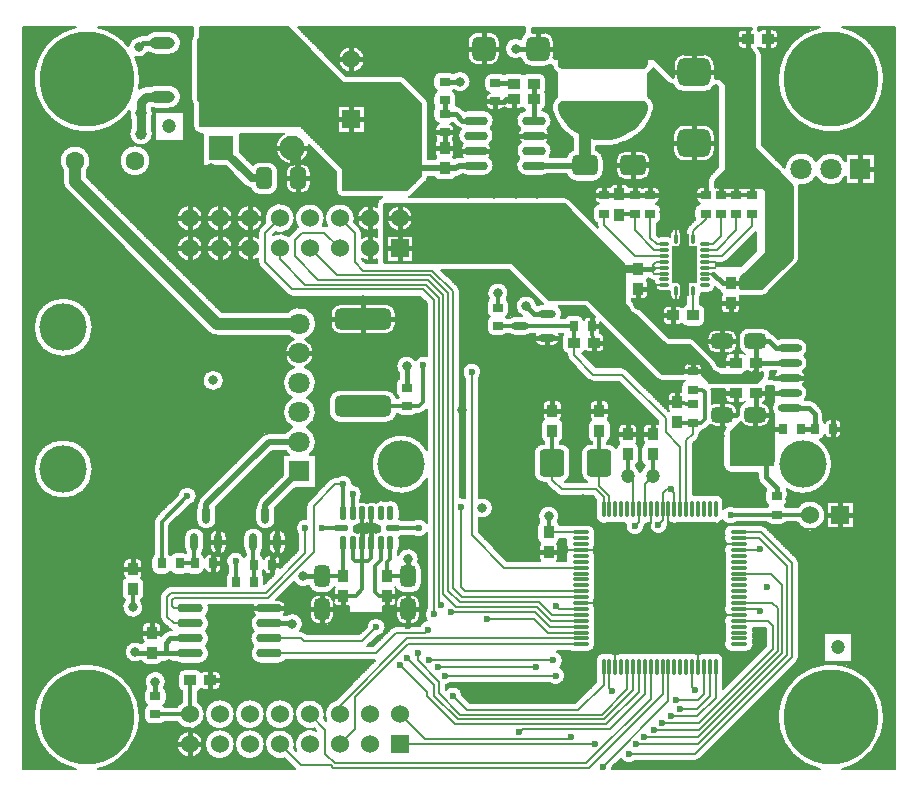
<source format=gtl>
%FSLAX24Y24*%
%MOIN*%
G70*
G01*
G75*
G04 Layer_Physical_Order=1*
G04 Layer_Color=255*
%ADD10C,0.0098*%
%ADD11C,0.0079*%
%ADD12C,0.0472*%
G04:AMPARAMS|DCode=13|XSize=189mil|YSize=70.9mil|CornerRadius=17.7mil|HoleSize=0mil|Usage=FLASHONLY|Rotation=180.000|XOffset=0mil|YOffset=0mil|HoleType=Round|Shape=RoundedRectangle|*
%AMROUNDEDRECTD13*
21,1,0.1890,0.0354,0,0,180.0*
21,1,0.1535,0.0709,0,0,180.0*
1,1,0.0354,-0.0768,0.0177*
1,1,0.0354,0.0768,0.0177*
1,1,0.0354,0.0768,-0.0177*
1,1,0.0354,-0.0768,-0.0177*
%
%ADD13ROUNDEDRECTD13*%
G04:AMPARAMS|DCode=14|XSize=41mil|YSize=36mil|CornerRadius=1.8mil|HoleSize=0mil|Usage=FLASHONLY|Rotation=180.000|XOffset=0mil|YOffset=0mil|HoleType=Round|Shape=RoundedRectangle|*
%AMROUNDEDRECTD14*
21,1,0.0410,0.0324,0,0,180.0*
21,1,0.0374,0.0360,0,0,180.0*
1,1,0.0036,-0.0187,0.0162*
1,1,0.0036,0.0187,0.0162*
1,1,0.0036,0.0187,-0.0162*
1,1,0.0036,-0.0187,-0.0162*
%
%ADD14ROUNDEDRECTD14*%
%ADD15O,0.0281X0.0591*%
%ADD16R,0.0906X0.1220*%
%ADD17O,0.0787X0.0295*%
G04:AMPARAMS|DCode=18|XSize=28mil|YSize=35.8mil|CornerRadius=2.8mil|HoleSize=0mil|Usage=FLASHONLY|Rotation=0.000|XOffset=0mil|YOffset=0mil|HoleType=Round|Shape=RoundedRectangle|*
%AMROUNDEDRECTD18*
21,1,0.0280,0.0302,0,0,0.0*
21,1,0.0224,0.0358,0,0,0.0*
1,1,0.0056,0.0112,-0.0151*
1,1,0.0056,-0.0112,-0.0151*
1,1,0.0056,-0.0112,0.0151*
1,1,0.0056,0.0112,0.0151*
%
%ADD18ROUNDEDRECTD18*%
G04:AMPARAMS|DCode=19|XSize=41mil|YSize=36mil|CornerRadius=1.8mil|HoleSize=0mil|Usage=FLASHONLY|Rotation=270.000|XOffset=0mil|YOffset=0mil|HoleType=Round|Shape=RoundedRectangle|*
%AMROUNDEDRECTD19*
21,1,0.0410,0.0324,0,0,270.0*
21,1,0.0374,0.0360,0,0,270.0*
1,1,0.0036,-0.0162,-0.0187*
1,1,0.0036,-0.0162,0.0187*
1,1,0.0036,0.0162,0.0187*
1,1,0.0036,0.0162,-0.0187*
%
%ADD19ROUNDEDRECTD19*%
G04:AMPARAMS|DCode=20|XSize=70.9mil|YSize=51.2mil|CornerRadius=12.8mil|HoleSize=0mil|Usage=FLASHONLY|Rotation=270.000|XOffset=0mil|YOffset=0mil|HoleType=Round|Shape=RoundedRectangle|*
%AMROUNDEDRECTD20*
21,1,0.0709,0.0256,0,0,270.0*
21,1,0.0453,0.0512,0,0,270.0*
1,1,0.0256,-0.0128,-0.0226*
1,1,0.0256,-0.0128,0.0226*
1,1,0.0256,0.0128,0.0226*
1,1,0.0256,0.0128,-0.0226*
%
%ADD20ROUNDEDRECTD20*%
G04:AMPARAMS|DCode=21|XSize=55.1mil|YSize=70.9mil|CornerRadius=13.8mil|HoleSize=0mil|Usage=FLASHONLY|Rotation=0.000|XOffset=0mil|YOffset=0mil|HoleType=Round|Shape=RoundedRectangle|*
%AMROUNDEDRECTD21*
21,1,0.0551,0.0433,0,0,0.0*
21,1,0.0276,0.0709,0,0,0.0*
1,1,0.0276,0.0138,-0.0217*
1,1,0.0276,-0.0138,-0.0217*
1,1,0.0276,-0.0138,0.0217*
1,1,0.0276,0.0138,0.0217*
%
%ADD21ROUNDEDRECTD21*%
G04:AMPARAMS|DCode=22|XSize=70.9mil|YSize=51.2mil|CornerRadius=12.8mil|HoleSize=0mil|Usage=FLASHONLY|Rotation=180.000|XOffset=0mil|YOffset=0mil|HoleType=Round|Shape=RoundedRectangle|*
%AMROUNDEDRECTD22*
21,1,0.0709,0.0256,0,0,180.0*
21,1,0.0453,0.0512,0,0,180.0*
1,1,0.0256,-0.0226,0.0128*
1,1,0.0256,0.0226,0.0128*
1,1,0.0256,0.0226,-0.0128*
1,1,0.0256,-0.0226,-0.0128*
%
%ADD22ROUNDEDRECTD22*%
G04:AMPARAMS|DCode=23|XSize=94.5mil|YSize=110.2mil|CornerRadius=23.6mil|HoleSize=0mil|Usage=FLASHONLY|Rotation=270.000|XOffset=0mil|YOffset=0mil|HoleType=Round|Shape=RoundedRectangle|*
%AMROUNDEDRECTD23*
21,1,0.0945,0.0630,0,0,270.0*
21,1,0.0472,0.1102,0,0,270.0*
1,1,0.0472,-0.0315,-0.0236*
1,1,0.0472,-0.0315,0.0236*
1,1,0.0472,0.0315,0.0236*
1,1,0.0472,0.0315,-0.0236*
%
%ADD23ROUNDEDRECTD23*%
%ADD24O,0.0217X0.0492*%
%ADD25O,0.0492X0.0217*%
G04:AMPARAMS|DCode=26|XSize=126mil|YSize=80.7mil|CornerRadius=20.2mil|HoleSize=0mil|Usage=FLASHONLY|Rotation=90.000|XOffset=0mil|YOffset=0mil|HoleType=Round|Shape=RoundedRectangle|*
%AMROUNDEDRECTD26*
21,1,0.1260,0.0404,0,0,90.0*
21,1,0.0856,0.0807,0,0,90.0*
1,1,0.0404,0.0202,0.0428*
1,1,0.0404,0.0202,-0.0428*
1,1,0.0404,-0.0202,-0.0428*
1,1,0.0404,-0.0202,0.0428*
%
%ADD26ROUNDEDRECTD26*%
%ADD27O,0.0807X0.0256*%
%ADD28O,0.0335X0.0118*%
%ADD29O,0.0118X0.0335*%
%ADD30R,0.0394X0.0787*%
%ADD31O,0.0118X0.0591*%
%ADD32O,0.0591X0.0118*%
%ADD33R,0.0394X0.0394*%
G04:AMPARAMS|DCode=34|XSize=90.6mil|YSize=82.7mil|CornerRadius=12.4mil|HoleSize=0mil|Usage=FLASHONLY|Rotation=270.000|XOffset=0mil|YOffset=0mil|HoleType=Round|Shape=RoundedRectangle|*
%AMROUNDEDRECTD34*
21,1,0.0906,0.0579,0,0,270.0*
21,1,0.0657,0.0827,0,0,270.0*
1,1,0.0248,-0.0289,-0.0329*
1,1,0.0248,-0.0289,0.0329*
1,1,0.0248,0.0289,0.0329*
1,1,0.0248,0.0289,-0.0329*
%
%ADD34ROUNDEDRECTD34*%
G04:AMPARAMS|DCode=35|XSize=28mil|YSize=35.8mil|CornerRadius=2.8mil|HoleSize=0mil|Usage=FLASHONLY|Rotation=90.000|XOffset=0mil|YOffset=0mil|HoleType=Round|Shape=RoundedRectangle|*
%AMROUNDEDRECTD35*
21,1,0.0280,0.0302,0,0,90.0*
21,1,0.0224,0.0358,0,0,90.0*
1,1,0.0056,0.0151,0.0112*
1,1,0.0056,0.0151,-0.0112*
1,1,0.0056,-0.0151,-0.0112*
1,1,0.0056,-0.0151,0.0112*
%
%ADD35ROUNDEDRECTD35*%
%ADD36O,0.0591X0.0281*%
G04:AMPARAMS|DCode=37|XSize=86.6mil|YSize=68.9mil|CornerRadius=17.2mil|HoleSize=0mil|Usage=FLASHONLY|Rotation=180.000|XOffset=0mil|YOffset=0mil|HoleType=Round|Shape=RoundedRectangle|*
%AMROUNDEDRECTD37*
21,1,0.0866,0.0344,0,0,180.0*
21,1,0.0522,0.0689,0,0,180.0*
1,1,0.0344,-0.0261,0.0172*
1,1,0.0344,0.0261,0.0172*
1,1,0.0344,0.0261,-0.0172*
1,1,0.0344,-0.0261,-0.0172*
%
%ADD37ROUNDEDRECTD37*%
G04:AMPARAMS|DCode=38|XSize=82.7mil|YSize=78.7mil|CornerRadius=19.7mil|HoleSize=0mil|Usage=FLASHONLY|Rotation=90.000|XOffset=0mil|YOffset=0mil|HoleType=Round|Shape=RoundedRectangle|*
%AMROUNDEDRECTD38*
21,1,0.0827,0.0394,0,0,90.0*
21,1,0.0433,0.0787,0,0,90.0*
1,1,0.0394,0.0197,0.0217*
1,1,0.0394,0.0197,-0.0217*
1,1,0.0394,-0.0197,-0.0217*
1,1,0.0394,-0.0197,0.0217*
%
%ADD38ROUNDEDRECTD38*%
%ADD39O,0.0846X0.0394*%
G04:AMPARAMS|DCode=40|XSize=279.5mil|YSize=218.5mil|CornerRadius=10.9mil|HoleSize=0mil|Usage=FLASHONLY|Rotation=0.000|XOffset=0mil|YOffset=0mil|HoleType=Round|Shape=RoundedRectangle|*
%AMROUNDEDRECTD40*
21,1,0.2795,0.1967,0,0,0.0*
21,1,0.2577,0.2185,0,0,0.0*
1,1,0.0219,0.1288,-0.0983*
1,1,0.0219,-0.1288,-0.0983*
1,1,0.0219,-0.1288,0.0983*
1,1,0.0219,0.1288,0.0983*
%
%ADD40ROUNDEDRECTD40*%
%ADD41R,0.1417X0.1693*%
%ADD42O,0.0866X0.0295*%
%ADD43C,0.0157*%
%ADD44C,0.0197*%
%ADD45C,0.0118*%
%ADD46C,0.0394*%
%ADD47C,0.0315*%
%ADD48C,0.0276*%
%ADD49C,0.0709*%
%ADD50R,0.0709X0.0709*%
%ADD51C,0.1575*%
%ADD52C,0.3150*%
%ADD53C,0.0600*%
%ADD54R,0.0600X0.0600*%
%ADD55C,0.0630*%
%ADD56C,0.0827*%
%ADD57R,0.0827X0.0827*%
%ADD58R,0.0600X0.0600*%
%ADD59R,0.0709X0.0709*%
%ADD60C,0.0315*%
%ADD61C,0.0394*%
%ADD62C,0.0236*%
G36*
X32480Y27707D02*
X32746D01*
Y26467D01*
X32480D01*
Y26053D01*
X32382D01*
Y26339D01*
X32264D01*
Y26053D01*
X32165D01*
Y26467D01*
X31900D01*
Y27707D01*
X32165D01*
Y28120D01*
X32264D01*
Y27835D01*
X32382D01*
Y28120D01*
X32480D01*
Y27707D01*
D02*
G37*
G36*
X30979Y32534D02*
X31043Y32494D01*
X31088Y32433D01*
X31108Y32360D01*
X31099Y32285D01*
X31058Y32155D01*
X30998Y32005D01*
X30914Y31865D01*
X30811Y31740D01*
X30806Y31735D01*
X30640Y31586D01*
X30457Y31460D01*
X30258Y31360D01*
X30047Y31288D01*
X29829Y31243D01*
X29606Y31228D01*
X29384Y31243D01*
X29166Y31288D01*
X28955Y31360D01*
X28756Y31460D01*
X28572Y31586D01*
X28407Y31735D01*
X28404Y31738D01*
X28299Y31864D01*
X28215Y32006D01*
X28153Y32158D01*
X28111Y32292D01*
X28103Y32365D01*
X28122Y32436D01*
X28165Y32496D01*
X28227Y32535D01*
X28299Y32548D01*
X30905D01*
X30979Y32534D01*
D02*
G37*
G36*
X29829Y34898D02*
X30047Y34854D01*
X30258Y34781D01*
X30457Y34681D01*
X30640Y34556D01*
X30806Y34406D01*
X30808Y34404D01*
X30914Y34278D01*
X30998Y34136D01*
X31059Y33983D01*
X31101Y33849D01*
X31110Y33776D01*
X31091Y33705D01*
X31047Y33646D01*
X30985Y33607D01*
X30913Y33593D01*
X28307D01*
X28233Y33607D01*
X28169Y33648D01*
X28124Y33709D01*
X28105Y33782D01*
X28114Y33857D01*
X28154Y33986D01*
X28215Y34137D01*
X28298Y34277D01*
X28402Y34402D01*
X28407Y34406D01*
X28572Y34556D01*
X28756Y34681D01*
X28955Y34781D01*
X29166Y34854D01*
X29384Y34898D01*
X29606Y34913D01*
X29829Y34898D01*
D02*
G37*
D10*
X30432Y25670D02*
G03*
X30709Y25392I356J78D01*
G01*
X27317Y29094D02*
G03*
X27486Y29094I84J354D01*
G01*
X27319Y29094D02*
G03*
X27484Y29094I83J355D01*
G01*
X30432Y25668D02*
G03*
X30708Y25393I355J80D01*
G01*
X34892Y23490D02*
G03*
X34921Y23492I0J167D01*
G01*
X34408Y23531D02*
G03*
X34518Y23490I110J126D01*
G01*
X33148Y23742D02*
G03*
X33427Y23463I356J77D01*
G01*
X34263Y23436D02*
G03*
X34408Y23531I-41J221D01*
G01*
X33148Y23742D02*
G03*
X33427Y23463I356J77D01*
G01*
X32927Y23645D02*
G03*
X32750Y23822I-177J0D01*
G01*
X32447D02*
G03*
X32270Y23645I0J-177D01*
G01*
X32927Y23412D02*
G03*
X32927Y23422I-177J9D01*
G01*
X26610Y29094D02*
G03*
X26776Y29094I83J355D01*
G01*
X25900Y29094D02*
G03*
X26068Y29094I84J354D01*
G01*
X26609D02*
G03*
X26777Y29094I84J354D01*
G01*
X25901Y29094D02*
G03*
X26067Y29094I83J355D01*
G01*
X25034Y29094D02*
G03*
X25202Y29094I84J354D01*
G01*
X23284Y28638D02*
G03*
X23284Y28638I-449J0D01*
G01*
X22341D02*
G03*
X22323Y28773I-507J0D01*
G01*
Y28502D02*
G03*
X22341Y28638I-488J136D01*
G01*
Y27638D02*
G03*
X22323Y27773I-507J0D01*
G01*
Y27502D02*
G03*
X22341Y27638I-488J136D01*
G01*
X33392Y29688D02*
G03*
X33357Y29685I0J-177D01*
G01*
X33729D02*
G03*
X33694Y29688I-35J-174D01*
G01*
X27970Y33976D02*
G03*
X27984Y34075I-332J98D01*
G01*
Y34508D02*
G03*
X27638Y34854I-346J0D01*
G01*
X32323Y34124D02*
G03*
X31937Y33739I0J-385D01*
G01*
X33338D02*
G03*
X32953Y34124I-385J0D01*
G01*
X33904Y29688D02*
G03*
X33869Y29685I0J-177D01*
G01*
X34416Y29688D02*
G03*
X34381Y29685I0J-177D01*
G01*
X34241D02*
G03*
X34206Y29688I-35J-174D01*
G01*
X34075Y34444D02*
G03*
X34242Y34277I167J0D01*
G01*
Y34935D02*
G03*
X34075Y34768I0J-167D01*
G01*
X34753Y29685D02*
G03*
X34718Y29688I-35J-174D01*
G01*
X30079Y24961D02*
X31142D01*
X30158Y24882D02*
X31221D01*
X30711Y25391D02*
X31693Y24409D01*
X30315Y24724D02*
X31378D01*
X30236Y24803D02*
X31299D01*
X29764Y25276D02*
X30827D01*
X29843Y25197D02*
X30906D01*
X29685Y25354D02*
X30748D01*
X30000Y25039D02*
X31063D01*
X29921Y25118D02*
X30984D01*
X30787Y24252D02*
X32638D01*
X30866Y24173D02*
X32717D01*
X31693Y24409D02*
X32480D01*
X31024Y24016D02*
X32874D01*
X31102Y23937D02*
X32953D01*
X30945Y24094D02*
X32795D01*
X30472Y24567D02*
X31535D01*
X30551Y24488D02*
X31614D01*
X30394Y24646D02*
X31457D01*
X30709Y24331D02*
X32559D01*
X30630Y24409D02*
X32480D01*
X28307Y29094D02*
X30315Y27087D01*
X27520Y26220D02*
X30315D01*
X27486Y29094D02*
X28307D01*
X30315Y25787D02*
Y27087D01*
X27677Y26063D02*
X30315D01*
X27598Y26142D02*
X30315D01*
X27284Y26457D02*
X30315D01*
X27441Y26299D02*
X30315D01*
X27362Y26378D02*
X30315D01*
X29370Y25669D02*
X30432D01*
X29449Y25591D02*
X30459D01*
X30315Y25787D02*
X30431Y25672D01*
X29606Y25433D02*
X30605D01*
X29528Y25512D02*
X30510D01*
X27756Y25984D02*
X30315D01*
X29134Y25905D02*
X30315D01*
X27795Y25945D02*
X29094D01*
X29291Y25748D02*
X30354D01*
X29213Y25827D02*
X30315D01*
X34518Y23490D02*
X34892D01*
X34921Y23386D02*
Y23492D01*
X34338Y23465D02*
X34921D01*
X32927D02*
X33420D01*
X32927Y23543D02*
X33266D01*
X34252Y23425D02*
X34263Y23436D01*
X33691Y23425D02*
X34252D01*
X33559D02*
X33691D01*
X33558Y23425D02*
X33691D01*
X34724Y23189D02*
X34921Y23386D01*
X33465Y23425D02*
X33557D01*
X32953Y23386D02*
X34921D01*
X33032Y23307D02*
X34842D01*
X33427Y23463D02*
X33465Y23425D01*
X33110Y23228D02*
X34764D01*
X33150Y23189D02*
X34724D01*
X32480Y24409D02*
X33147Y23742D01*
X32865Y23779D02*
X33110D01*
X32447Y23822D02*
X32750D01*
X32918Y23701D02*
X33159D01*
X31181Y23858D02*
X33032D01*
X31260Y23779D02*
X32332D01*
X31339Y23701D02*
X32279D01*
X29094Y25945D02*
X31575Y23465D01*
X32927Y23422D02*
Y23645D01*
Y23622D02*
X33198D01*
X32927Y23412D02*
X33150Y23189D01*
X31496Y23543D02*
X32270D01*
X31417Y23622D02*
X32270D01*
Y23465D02*
Y23645D01*
X31575Y23465D02*
X32269D01*
X26778Y29094D02*
X27317D01*
X26069D02*
X26608D01*
X25202D02*
X25899D01*
X23001Y29055D02*
X28347D01*
X23201Y28898D02*
X28504D01*
X23130Y28976D02*
X28425D01*
X23272Y28740D02*
X28661D01*
X23283Y28661D02*
X28740D01*
X23246Y28819D02*
X28583D01*
X23263Y28504D02*
X28898D01*
X23284Y28031D02*
X29370D01*
X23280Y28583D02*
X28819D01*
X23177Y28346D02*
X29055D01*
X23089Y28268D02*
X29134D01*
X23230Y28425D02*
X28976D01*
X22323Y28110D02*
X29291D01*
X22852Y28189D02*
X29213D01*
X22323Y29094D02*
X25034D01*
X22331Y28740D02*
X22397D01*
X22323Y28773D02*
Y29094D01*
Y29055D02*
X22668D01*
X22323Y28976D02*
X22539D01*
X22323Y28898D02*
X22468D01*
X22323Y28819D02*
X22424D01*
X22338Y28583D02*
X22389D01*
X22341Y28661D02*
X22386D01*
X22385Y28087D02*
X23284D01*
X22323Y28504D02*
X22406D01*
X22323Y28425D02*
X22439D01*
X22323Y28346D02*
X22493D01*
X22323Y28189D02*
X22817D01*
X22323Y28268D02*
X22580D01*
X23284Y27559D02*
X29843D01*
X23284Y27480D02*
X29921D01*
X23284Y27638D02*
X29764D01*
X23284Y27323D02*
X30079D01*
X23284Y27244D02*
X30158D01*
X23284Y27402D02*
X30000D01*
X23284Y27874D02*
X29528D01*
X23284Y27795D02*
X29606D01*
X23284Y27953D02*
X29449D01*
X23284Y27716D02*
X29685D01*
X23284Y27189D02*
Y28087D01*
X26890Y26850D02*
X30315D01*
X26969Y26772D02*
X30315D01*
X26811Y26929D02*
X30315D01*
X27126Y26614D02*
X30315D01*
X27205Y26535D02*
X30315D01*
X27047Y26693D02*
X30315D01*
X26575Y27165D02*
X30236D01*
X26654Y27087D02*
X30315D01*
X22323Y27165D02*
X26575D01*
X26732Y27008D02*
X30315D01*
X26575Y27165D02*
X27795Y25945D01*
X22335Y27716D02*
X22385D01*
X22323Y28031D02*
X22385D01*
Y27189D02*
Y28087D01*
X22323Y27874D02*
X22385D01*
X22323Y27795D02*
X22385D01*
X22323Y27953D02*
X22385D01*
X22323Y27773D02*
Y28502D01*
X22341Y27638D02*
X22385D01*
X22335Y27559D02*
X22385D01*
Y27189D02*
X23284D01*
X22323Y27165D02*
Y27502D01*
Y27480D02*
X22385D01*
X22323Y27402D02*
X22385D01*
X22323Y27244D02*
X22385D01*
X22323Y27323D02*
X22385D01*
X33346Y29685D02*
Y29882D01*
Y29685D02*
X33357D01*
X33346Y29882D02*
X33386Y29921D01*
X33392Y29688D02*
X33694D01*
X33386Y29921D02*
X33701Y30236D01*
Y30945D01*
Y31653D02*
X34646D01*
X33701Y31496D02*
X34646D01*
X33701Y31575D02*
X34646D01*
X31299Y33976D02*
X31929Y33346D01*
X31937Y33338D01*
Y33739D01*
X31732Y33543D02*
X31937D01*
X31890Y33386D02*
X31937D01*
X31811Y33465D02*
X31937D01*
X33338Y33307D02*
Y33739D01*
X33701Y30945D02*
Y33110D01*
X33504Y33307D02*
X33701Y33110D01*
X33338Y33307D02*
X33504D01*
X33386Y29921D02*
X35709D01*
X33346Y29764D02*
X35866D01*
X33346Y29842D02*
X35787D01*
X33622Y30157D02*
X35473D01*
X33465Y30000D02*
X35630D01*
X33543Y30079D02*
X35551D01*
X33701Y30630D02*
X35000D01*
X33701Y30236D02*
X35394D01*
X33701Y30551D02*
X35079D01*
X33701Y30866D02*
X34764D01*
X33701Y30709D02*
X34921D01*
X33701Y30787D02*
X34843D01*
X33583Y33228D02*
X34646D01*
X33701Y32677D02*
X34646D01*
X33661Y33150D02*
X34646D01*
X33338Y33465D02*
X34646D01*
X33504Y33307D02*
X34646D01*
X33338Y33386D02*
X34646D01*
X33701Y31890D02*
X34646D01*
X33701Y30945D02*
X34685D01*
X33701Y31732D02*
X34646D01*
X33701Y32520D02*
X34646D01*
X33701Y32598D02*
X34646D01*
X33701Y31968D02*
X34646D01*
X33701Y32441D02*
X34646D01*
X27970Y33976D02*
X29260D01*
X27979Y34016D02*
X29260D01*
X27984Y34173D02*
X29260D01*
X27984Y34094D02*
X29260D01*
X31654Y33622D02*
X31937D01*
X31575Y33701D02*
X31937D01*
X31496Y33779D02*
X31940D01*
X31417Y33858D02*
X31956D01*
X29952Y33976D02*
X31299D01*
X27984Y34331D02*
X29260D01*
X27244Y34854D02*
Y34990D01*
Y34854D02*
X27638D01*
X27984Y34075D02*
Y34508D01*
X29952Y33976D02*
Y34467D01*
X29260Y33976D02*
Y34467D01*
X27984Y34252D02*
X29260D01*
X27984Y34409D02*
X29260D01*
Y34467D02*
X29952D01*
X31339Y33937D02*
X31992D01*
X29952Y34016D02*
X32054D01*
X29952Y34094D02*
X32174D01*
X33102D02*
X34646D01*
X32323Y34124D02*
X32953D01*
X33338Y33701D02*
X34646D01*
X33338Y33543D02*
X34646D01*
X33338Y33622D02*
X34646D01*
X33284Y33937D02*
X34646D01*
X33221Y34016D02*
X34646D01*
X33336Y33779D02*
X34646D01*
X33319Y33858D02*
X34646D01*
X27955Y34646D02*
X34075D01*
X27908Y34724D02*
X34075D01*
X27818Y34803D02*
X34078D01*
X27244Y34882D02*
X34119D01*
X27244Y34961D02*
X34528D01*
X27244Y34990D02*
X34528D01*
X29952Y34173D02*
X34567D01*
X29952Y34252D02*
X34528D01*
X27984Y34488D02*
X34075D01*
X27979Y34567D02*
X34075D01*
X29952Y34331D02*
X34119D01*
X29952Y34409D02*
X34078D01*
X34187Y26299D02*
X34921D01*
X34187Y26378D02*
X34961D01*
X34187Y26457D02*
X35039D01*
X34187Y26535D02*
X35118D01*
X34187Y26614D02*
X35197D01*
X34187Y26299D02*
Y26628D01*
X34921Y26299D02*
Y26339D01*
X34187Y26628D02*
X34252Y26693D01*
X34252Y26693D02*
X35276D01*
X34331Y26772D02*
X35354D01*
X34409Y26850D02*
X35433D01*
X34252Y26693D02*
X35039Y27480D01*
X34488Y26929D02*
X35512D01*
X34567Y27008D02*
X35591D01*
X34646Y27087D02*
X35669D01*
X34921Y26339D02*
X35630Y27047D01*
X34724Y27165D02*
X35748D01*
X34803Y27244D02*
X35827D01*
X34882Y27323D02*
X35905D01*
X35039Y27480D02*
Y29567D01*
X34961Y27402D02*
X35906D01*
X35039Y27480D02*
X35906D01*
X35039Y28189D02*
X35906D01*
X35039Y28031D02*
X35906D01*
X35039Y28110D02*
X35906D01*
X35039Y28425D02*
X35906D01*
X35039Y28268D02*
X35906D01*
X35039Y28346D02*
X35906D01*
X35039Y27638D02*
X35906D01*
X35630Y27047D02*
X35906Y27323D01*
X35039Y27559D02*
X35906D01*
X35039Y27874D02*
X35906D01*
X35039Y27953D02*
X35906D01*
X35039Y27716D02*
X35906D01*
X35039Y27795D02*
X35906D01*
X35039Y28661D02*
X35906D01*
X35039Y28504D02*
X35906D01*
X35039Y28583D02*
X35906D01*
X35039Y28898D02*
X35906D01*
X35039Y28740D02*
X35906D01*
X35039Y28819D02*
X35906D01*
X35039Y29055D02*
X35906D01*
X35039Y28976D02*
X35906D01*
Y27323D02*
Y29213D01*
X35039Y29291D02*
X35906D01*
Y29213D02*
Y29724D01*
X35039Y29134D02*
X35906D01*
X35039Y29213D02*
X35906D01*
X33701Y31181D02*
X34646D01*
X33701Y31024D02*
X34646D01*
X33701Y31102D02*
X34646D01*
X33701Y31417D02*
X34646D01*
X33701Y31260D02*
X34646D01*
X33701Y31339D02*
X34646D01*
X33729Y29685D02*
X33869D01*
X34241D02*
X34381D01*
X33904Y29688D02*
X34206D01*
X34075Y34444D02*
Y34768D01*
X33701Y32913D02*
X34646D01*
X34242Y34935D02*
X34528D01*
Y34213D02*
Y34277D01*
X34646Y30984D02*
Y32835D01*
X34528Y34213D02*
X34567Y34173D01*
X34242Y34277D02*
X34528D01*
Y34935D02*
Y34990D01*
X34416Y29688D02*
X34718D01*
X34753Y29685D02*
X34921D01*
X33701Y30472D02*
X35158D01*
X33701Y30315D02*
X35315D01*
X33701Y30394D02*
X35236D01*
X35039Y29527D02*
X35906D01*
X35039Y29370D02*
X35906D01*
X35039Y29449D02*
X35906D01*
X35000Y29606D02*
X35906D01*
X34921Y29685D02*
X35039Y29567D01*
X34921Y29685D02*
X35906D01*
X35433Y30197D02*
X35906Y29724D01*
X33701Y32126D02*
X34646D01*
X33701Y31811D02*
X34646D01*
X33701Y32047D02*
X34646D01*
X33701Y32362D02*
X34646D01*
X33701Y32205D02*
X34646D01*
X33701Y32283D02*
X34646D01*
X33701Y32835D02*
X34646D01*
Y30984D02*
X35433Y30197D01*
X33701Y32756D02*
X34646D01*
X33701Y33071D02*
X34646D01*
X34567Y34173D02*
X34646Y34094D01*
X33701Y32992D02*
X34646D01*
Y32835D02*
Y34094D01*
D11*
X35315Y22932D02*
G03*
X35315Y22682I236J-125D01*
G01*
X35049Y22957D02*
G03*
X35031Y23031I-157J0D01*
G01*
X35315Y22530D02*
G03*
X35315Y22084I236J-223D01*
G01*
Y20709D02*
G03*
X35276Y20394I945J-276D01*
G01*
X35315Y20709D02*
G03*
X35276Y20394I945J-276D01*
G01*
X34911Y21691D02*
G03*
X35179Y21959I0J267D01*
G01*
Y22215D02*
G03*
X34932Y22481I-267J0D01*
G01*
D02*
G03*
X35049Y22633I-40J152D01*
G01*
X34214Y21852D02*
G03*
X34459Y21691I245J107D01*
G01*
X33563Y27146D02*
G03*
X33730Y27215I0J236D01*
G01*
X33563Y27146D02*
G03*
X33730Y27215I0J236D01*
G01*
X12773Y10276D02*
G03*
X14173Y12008I-371J1732D01*
G01*
D02*
G03*
X12030Y10276I-1772J0D01*
G01*
X14309Y12595D02*
G03*
X14419Y12402I225J0D01*
G01*
D02*
G03*
X14309Y12208I115J-193D01*
G01*
X14226Y14459D02*
G03*
X14210Y13877I-210J-285D01*
G01*
X14294Y14524D02*
G03*
X14226Y14459I111J-184D01*
G01*
X14210Y13877D02*
G03*
X14405Y13751I195J90D01*
G01*
X14248Y14636D02*
G03*
X14294Y14524I157J0D01*
G01*
X14405Y15167D02*
G03*
X14248Y15010I0J-157D01*
G01*
X16274Y11102D02*
G03*
X16274Y11102I-439J0D01*
G01*
X14836Y11760D02*
G03*
X15009Y11841I0J225D01*
G01*
X14309Y11985D02*
G03*
X14534Y11760I225J0D01*
G01*
X15009Y12352D02*
G03*
X14951Y12402I-173J-144D01*
G01*
D02*
G03*
X15061Y12595I-115J193D01*
G01*
X15590Y12535D02*
G03*
X15405Y12352I244J-433D01*
G01*
X15412Y11841D02*
G03*
X16331Y12102I422J262D01*
G01*
D02*
G03*
X16102Y12521I-497J0D01*
G01*
X17331Y11102D02*
G03*
X17331Y11102I-497J0D01*
G01*
Y12102D02*
G03*
X17331Y12102I-497J0D01*
G01*
X14391Y12992D02*
G03*
X14309Y12818I143J-173D01*
G01*
X14979Y12992D02*
G03*
X15039Y13189I-294J197D01*
G01*
D02*
G03*
X14391Y12992I-354J0D01*
G01*
X14729Y13751D02*
G03*
X14915Y13858I0J215D01*
G01*
X15061Y12818D02*
G03*
X14979Y12992I-225J0D01*
G01*
X14886Y15010D02*
G03*
X14729Y15167I-157J0D01*
G01*
X14843Y15354D02*
G03*
X14912Y15187I236J0D01*
G01*
X14843Y15354D02*
G03*
X14912Y15187I236J0D01*
G01*
X15183Y14907D02*
G03*
X14988Y14827I0J-276D01*
G01*
X15183Y14907D02*
G03*
X14988Y14827I0J-276D01*
G01*
X15134Y14965D02*
G03*
X15227Y14907I167J167D01*
G01*
X15134Y14965D02*
G03*
X15227Y14907I167J167D01*
G01*
X15444Y13066D02*
G03*
X15590Y12863I215J0D01*
G01*
X16102D02*
G03*
X16217Y12956I-69J203D01*
G01*
D02*
G03*
X16329Y12909I112J111D01*
G01*
X16703D02*
G03*
X16860Y13066I0J157D01*
G01*
X15659Y13605D02*
G03*
X15444Y13390I0J-215D01*
G01*
X16217Y13501D02*
G03*
X16033Y13605I-184J-111D01*
G01*
X16329Y13548D02*
G03*
X16217Y13501I0J-157D01*
G01*
X15351Y13858D02*
G03*
X15560Y13787I209J274D01*
G01*
X16131D02*
G03*
X16475Y14132I0J344D01*
G01*
X16860Y13390D02*
G03*
X16703Y13548I-157J0D01*
G01*
X16368Y14882D02*
G03*
X16475Y15132I-237J250D01*
G01*
X16368Y15382D02*
G03*
X16475Y15632I-237J250D01*
G01*
Y15132D02*
G03*
X16368Y15382I-344J0D01*
G01*
X16475Y14132D02*
G03*
X16368Y14382I-344J0D01*
G01*
X16475Y14632D02*
G03*
X16368Y14882I-344J0D01*
G01*
Y14382D02*
G03*
X16475Y14632I-237J250D01*
G01*
X13560Y16092D02*
G03*
X13672Y15904I215J0D01*
G01*
X13664Y16650D02*
G03*
X13560Y16466I111J-184D01*
G01*
X13618Y16762D02*
G03*
X13664Y16650I157J0D01*
G01*
X14210D02*
G03*
X14256Y16762I-111J112D01*
G01*
X13775Y17293D02*
G03*
X13618Y17136I0J-157D01*
G01*
X14256D02*
G03*
X14099Y17293I-157J0D01*
G01*
X13672Y15904D02*
G03*
X14291Y15669I265J-235D01*
G01*
D02*
G03*
X14202Y15904I-354J0D01*
G01*
Y15904D02*
G03*
X14314Y16092I-104J188D01*
G01*
Y16466D02*
G03*
X14210Y16650I-215J0D01*
G01*
X12598Y20276D02*
G03*
X12598Y20276I-984J0D01*
G01*
D02*
G03*
X12598Y20276I-984J0D01*
G01*
X14912Y16191D02*
G03*
X14843Y16024I167J-167D01*
G01*
X14912Y16191D02*
G03*
X14843Y16024I167J-167D01*
G01*
X15197Y16378D02*
G03*
X15030Y16309I0J-236D01*
G01*
X15197Y16378D02*
G03*
X15030Y16309I0J-236D01*
G01*
X15004Y16750D02*
G03*
X15197Y16860I0J225D01*
G01*
D02*
G03*
X15390Y16750I193J115D01*
G01*
X16475Y15632D02*
G03*
X16455Y15748I-344J0D01*
G01*
X15614Y16750D02*
G03*
X15748Y16795I0J225D01*
G01*
X15748D02*
G03*
X15882Y16750I134J180D01*
G01*
X16328Y16942D02*
G03*
X16492Y16807I164J33D01*
G01*
X14636Y17450D02*
G03*
X14555Y17277I144J-173D01*
G01*
Y16975D02*
G03*
X14780Y16750I225J0D01*
G01*
X15197Y17392D02*
G03*
X15148Y17450I-193J-115D01*
G01*
X16106Y16750D02*
G03*
X16328Y16942I0J225D01*
G01*
X15390Y17502D02*
G03*
X15197Y17392I0J-225D01*
G01*
X16328Y17310D02*
G03*
X16240Y17458I-222J-33D01*
G01*
X16492Y17444D02*
G03*
X16328Y17310I0J-167D01*
G01*
X15647Y17685D02*
G03*
X15720Y17475I337J0D01*
G01*
D02*
G03*
X15614Y17502I-106J-198D01*
G01*
X16240Y17465D02*
G03*
X16321Y17685I-256J220D01*
G01*
X16716Y16807D02*
G03*
X16883Y16975I0J167D01*
G01*
X17116Y16820D02*
G03*
X17036Y16647I144J-173D01*
G01*
X16821Y17407D02*
G03*
X17064Y17685I-37J277D01*
G01*
X16883Y17277D02*
G03*
X16821Y17407I-167J0D01*
G01*
X16505Y17685D02*
G03*
X16641Y17444I280J0D01*
G01*
X17649Y17336D02*
G03*
X17116Y17008I-286J-131D01*
G01*
X17697Y17402D02*
G03*
X17649Y17336I154J-164D01*
G01*
X17616Y17685D02*
G03*
X17697Y17465I337J0D01*
G01*
X14711Y18695D02*
G03*
X14636Y18514I181J-181D01*
G01*
X14711Y18695D02*
G03*
X14636Y18514I181J-181D01*
G01*
X16063Y19370D02*
G03*
X15437Y19421I-315J0D01*
G01*
X15799Y19059D02*
G03*
X16063Y19370I-51J311D01*
G01*
X16089Y19067D02*
G03*
X16047Y18905I295J-163D01*
G01*
X16175Y19310D02*
G03*
X16089Y19101I209J-209D01*
G01*
X16175Y19310D02*
G03*
X16089Y19101I209J-209D01*
G01*
X16321Y17995D02*
G03*
X15647Y17995I-337J0D01*
G01*
X16047Y18595D02*
G03*
X16721Y18595I337J0D01*
G01*
X17064Y17995D02*
G03*
X16505Y17995I-280J0D01*
G01*
X16721Y18905D02*
G03*
X16706Y19005I-337J0D01*
G01*
X18331Y11102D02*
G03*
X18331Y11102I-497J0D01*
G01*
Y12102D02*
G03*
X18331Y12102I-497J0D01*
G01*
X19331Y11102D02*
G03*
X18977Y10626I-497J0D01*
G01*
X19311Y10960D02*
G03*
X19331Y11102I-476J142D01*
G01*
X20056Y11547D02*
G03*
X19390Y10881I-221J-445D01*
G01*
X19331Y12102D02*
G03*
X19331Y12102I-497J0D01*
G01*
X20331D02*
G03*
X19977Y11626I-497J0D01*
G01*
X17963Y14382D02*
G03*
X18200Y13787I237J-250D01*
G01*
X17963Y14882D02*
G03*
X17963Y14382I237J-250D01*
G01*
X18008Y15418D02*
G03*
X17963Y14882I192J-286D01*
G01*
X17937Y15748D02*
G03*
X18008Y15418I262J-116D01*
G01*
X18771Y13787D02*
G03*
X19022Y13896I0J344D01*
G01*
X18977Y15407D02*
G03*
X18962Y15418I-207J-276D01*
G01*
D02*
G03*
X19058Y15632I-192J214D01*
G01*
D02*
G03*
X18771Y15919I-287J0D01*
G01*
X19606Y15118D02*
G03*
X19047Y15407I-354J0D01*
G01*
X20311Y11960D02*
G03*
X20331Y12102I-476J142D01*
G01*
X20698Y12580D02*
G03*
X20390Y11881I136J-478D01*
G01*
X19503Y14868D02*
G03*
X19606Y15118I-251J250D01*
G01*
X19708Y14799D02*
G03*
X19541Y14868I-167J-167D01*
G01*
X19708Y14799D02*
G03*
X19541Y14868I-167J-167D01*
G01*
X19841Y15367D02*
G03*
X20108Y15099I267J0D01*
G01*
X20364D02*
G03*
X20631Y15367I0J267D01*
G01*
X24921Y12736D02*
G03*
X24370Y12925I-314J-20D01*
G01*
Y13073D02*
G03*
X24539Y13150I-39J312D01*
G01*
X22067Y14686D02*
G03*
X22362Y15000I-20J314D01*
G01*
X22717Y15039D02*
G03*
X22550Y14970I0J-236D01*
G01*
X22362Y15000D02*
G03*
X21733Y15020I-315J0D01*
G01*
X22717Y15039D02*
G03*
X22550Y14970I0J-236D01*
G01*
X22715Y15367D02*
G03*
X22982Y15099I267J0D01*
G01*
X23733Y15233D02*
G03*
X23488Y15039I46J-312D01*
G01*
X23238Y15099D02*
G03*
X23506Y15367I0J267D01*
G01*
X23740Y15641D02*
G03*
X23733Y15233I236J-208D01*
G01*
X21107Y15699D02*
G03*
X21142Y15703I0J157D01*
G01*
X20108Y16087D02*
G03*
X19841Y15819I0J-267D01*
G01*
X20626Y15875D02*
G03*
X20364Y16087I-261J-56D01*
G01*
Y16142D02*
G03*
X20639Y16293I0J325D01*
G01*
X20631Y15813D02*
G03*
X20783Y15699I151J43D01*
G01*
X22564D02*
G03*
X22715Y15813I0J157D01*
G01*
X20639Y16293D02*
G03*
X20626Y16230I144J-63D01*
G01*
X20672Y16342D02*
G03*
X20654Y16320I111J-112D01*
G01*
X22982Y16087D02*
G03*
X22721Y15875I0J-267D01*
G01*
Y16230D02*
G03*
X22707Y16293I-157J0D01*
G01*
X22707D02*
G03*
X22982Y16142I275J173D01*
G01*
X23506Y15819D02*
G03*
X23238Y16087I-267J0D01*
G01*
X18319Y16647D02*
G03*
X18256Y16803I-225J0D01*
G01*
D02*
G03*
X18297Y16902I-182J132D01*
G01*
D02*
G03*
X18461Y16768I164J33D01*
G01*
X18297Y17271D02*
G03*
X18209Y17418I-222J-33D01*
G01*
X18461Y17405D02*
G03*
X18297Y17271I0J-167D01*
G01*
X18209Y17465D02*
G03*
X18290Y17685I-256J220D01*
G01*
Y17995D02*
G03*
X17616Y17995I-337J0D01*
G01*
X18852Y17238D02*
G03*
X18685Y17405I-167J0D01*
G01*
X19296Y16521D02*
G03*
X19792Y16391I310J172D01*
G01*
X18473Y17685D02*
G03*
X19032Y17685I280J0D01*
G01*
Y17995D02*
G03*
X18473Y17995I-280J0D01*
G01*
X18016Y18595D02*
G03*
X18690Y18595I337J0D01*
G01*
X19724Y18620D02*
G03*
X19449Y18099I-39J-312D01*
G01*
X18058Y19068D02*
G03*
X18016Y18905I295J-163D01*
G01*
X18690D02*
G03*
X18683Y18974I-337J0D01*
G01*
X18144Y19270D02*
G03*
X18058Y19068I209J-209D01*
G01*
X18144Y19270D02*
G03*
X18058Y19068I209J-209D01*
G01*
X19023Y20886D02*
G03*
X19147Y20748I465J295D01*
G01*
X19792Y16391D02*
G03*
X20108Y16142I316J75D01*
G01*
X22692Y16320D02*
G03*
X22674Y16342I-129J-91D01*
G01*
X20654Y16320D02*
G03*
X20666Y16346I-290J146D01*
G01*
X22681D02*
G03*
X22692Y16320I302J121D01*
G01*
X22776Y17511D02*
G03*
X22825Y17677I-256J166D01*
G01*
X23446Y17169D02*
G03*
X23465Y17283I-335J114D01*
G01*
X22825Y17953D02*
G03*
X22819Y18013I-305J0D01*
G01*
Y18013D02*
G03*
X22902Y18051I-83J294D01*
G01*
X21417Y18144D02*
G03*
X21289Y18199I-157J-191D01*
G01*
D02*
G03*
X21309Y18307I-285J108D01*
G01*
X21732Y18144D02*
G03*
X21417Y18144I-157J-191D01*
G01*
X21309Y18307D02*
G03*
X21305Y18360I-305J0D01*
G01*
D02*
G03*
X21468Y18438I-45J302D01*
G01*
D02*
G03*
X21732Y18470I107J223D01*
G01*
X22175Y18199D02*
G03*
X22047Y18144I29J-246D01*
G01*
X22047D02*
G03*
X21732Y18144I-157J-191D01*
G01*
X22160Y18360D02*
G03*
X22175Y18199I301J-52D01*
G01*
X21732Y18470D02*
G03*
X21997Y18438I157J191D01*
G01*
D02*
G03*
X22160Y18360I208J223D01*
G01*
X22902Y18563D02*
G03*
X22819Y18601I-166J-256D01*
G01*
X23238Y16142D02*
G03*
X23563Y16467I0J325D01*
G01*
Y16919D02*
G03*
X23446Y17169I-325J0D01*
G01*
X23465Y17283D02*
G03*
X22776Y17400I-354J0D01*
G01*
X23281Y18051D02*
G03*
X23740Y18155I184J256D01*
G01*
Y18460D02*
G03*
X23281Y18563I-276J-152D01*
G01*
X19794Y19222D02*
G03*
X19724Y19055I167J-167D01*
G01*
X19794Y19222D02*
G03*
X19724Y19055I167J-167D01*
G01*
X21516Y19265D02*
G03*
X21575Y19449I-256J184D01*
G01*
X21732Y19128D02*
G03*
X21516Y19178I-157J-191D01*
G01*
X21997Y19160D02*
G03*
X21732Y19128I-107J-223D01*
G01*
X20669Y20000D02*
G03*
X20502Y19931I0J-236D01*
G01*
X20669Y20000D02*
G03*
X20502Y19931I0J-236D01*
G01*
X21575Y19449D02*
G03*
X21260Y19764I-315J0D01*
G01*
X19829Y20748D02*
G03*
X20039Y21181I-341J433D01*
G01*
X21260Y19764D02*
G03*
X20737Y20000I-315J0D01*
G01*
X22819Y18601D02*
G03*
X22825Y18661I-299J61D01*
G01*
Y18937D02*
G03*
X22362Y19198I-305J0D01*
G01*
X22362D02*
G03*
X21997Y19160I-157J-261D01*
G01*
X23740Y20901D02*
G03*
X23740Y19966I-866J-467D01*
G01*
Y20901D02*
G03*
X23740Y19966I-866J-467D01*
G01*
X12598Y25000D02*
G03*
X12598Y25000I-984J0D01*
G01*
D02*
G03*
X12598Y25000I-984J0D01*
G01*
X16968Y23228D02*
G03*
X16968Y23228I-354J0D01*
G01*
X16454Y24840D02*
G03*
X16732Y24724I278J278D01*
G01*
X16454Y24840D02*
G03*
X16732Y24724I278J278D01*
G01*
X16274Y27638D02*
G03*
X16274Y27638I-439J0D01*
G01*
X17274D02*
G03*
X17274Y27638I-439J0D01*
G01*
X18465Y21476D02*
G03*
X18256Y21390I0J-295D01*
G01*
X18465Y21476D02*
G03*
X18256Y21390I0J-295D01*
G01*
X18110Y27165D02*
G03*
X18179Y26998I236J0D01*
G01*
X18110Y27980D02*
G03*
X18110Y27296I-276J-342D01*
G01*
Y27165D02*
G03*
X18179Y26998I236J0D01*
G01*
X16274Y28638D02*
G03*
X16274Y28638I-439J0D01*
G01*
X17274D02*
G03*
X17274Y28638I-439J0D01*
G01*
X18179Y28317D02*
G03*
X18110Y28150I167J-167D01*
G01*
X18179Y28317D02*
G03*
X18110Y28150I167J-167D01*
G01*
X18274Y28638D02*
G03*
X18274Y28638I-439J0D01*
G01*
X11614Y29843D02*
G03*
X11729Y29564I394J0D01*
G01*
X11614Y29843D02*
G03*
X11729Y29564I394J0D01*
G01*
X12520Y30551D02*
G03*
X11614Y30224I-512J0D01*
G01*
X12402D02*
G03*
X12520Y30551I-394J327D01*
G01*
X12030Y35000D02*
G03*
X13830Y32220I371J-1732D01*
G01*
X14520Y30551D02*
G03*
X14520Y30551I-512J0D01*
G01*
X13858Y31628D02*
G03*
X14606Y31457I354J-172D01*
G01*
X13830Y32220D02*
G03*
X13858Y31954I382J-94D01*
G01*
X14173Y33268D02*
G03*
X14016Y33996I-1772J0D01*
G01*
D02*
G03*
X14450Y34172I117J334D01*
G01*
X13783Y34377D02*
G03*
X12773Y35000I-1381J-1110D01*
G01*
X14097Y34683D02*
G03*
X13783Y34377I37J-352D01*
G01*
X14283Y34756D02*
G03*
X14097Y34683I0J-276D01*
G01*
X14606Y31457D02*
G03*
X14567Y31628I-394J0D01*
G01*
X15945Y31693D02*
G03*
X16181Y31457I236J0D01*
G01*
X15945Y31693D02*
G03*
X16181Y31457I236J0D01*
G01*
X17677Y29724D02*
G03*
X17854Y29631I237J237D01*
G01*
X17677Y29724D02*
G03*
X17854Y29631I237J237D01*
G01*
D02*
G03*
X18169Y29409I315J113D01*
G01*
Y30512D02*
G03*
X17933Y30414I0J-335D01*
G01*
X18445Y29409D02*
G03*
X18780Y29744I0J335D01*
G01*
Y30177D02*
G03*
X18445Y30512I-335J0D01*
G01*
X14567Y31954D02*
G03*
X14606Y32126I-354J172D01*
G01*
D02*
G03*
X14567Y32298I-394J0D01*
G01*
Y32313D02*
G03*
X14695Y32291I128J372D01*
G01*
X15148D02*
G03*
X15541Y32685I0J394D01*
G01*
X14378Y33039D02*
G03*
X14145Y32952I0J-354D01*
G01*
X14145D02*
G03*
X14173Y33268I-1743J316D01*
G01*
X14378Y33039D02*
G03*
X14145Y32952I0J-354D01*
G01*
X14283Y34756D02*
G03*
X14097Y34683I0J-276D01*
G01*
X14695Y34874D02*
G03*
X14414Y34756I0J-394D01*
G01*
X14695Y33079D02*
G03*
X14523Y33039I0J-394D01*
G01*
X15541Y32685D02*
G03*
X15148Y33079I-394J0D01*
G01*
X14450Y34172D02*
G03*
X14695Y34087I244J309D01*
G01*
X15148D02*
G03*
X15541Y34480I0J394D01*
G01*
D02*
G03*
X15148Y34874I-394J0D01*
G01*
X15886Y32599D02*
G03*
X15945Y32419I306J0D01*
G01*
Y34747D02*
G03*
X15886Y34566I247J-181D01*
G01*
X19240Y21673D02*
G03*
X19023Y21476I248J-492D01*
G01*
X19240Y22657D02*
G03*
X19240Y21673I248J-492D01*
G01*
X19313Y23672D02*
G03*
X19240Y22657I175J-523D01*
G01*
X19313Y24595D02*
G03*
X19313Y23672I175J-462D01*
G01*
X20039Y21181D02*
G03*
X19736Y21673I-551J0D01*
G01*
D02*
G03*
X20039Y22165I-248J492D01*
G01*
D02*
G03*
X19736Y22657I-551J0D01*
G01*
D02*
G03*
X20039Y23150I-248J492D01*
G01*
D02*
G03*
X19663Y23672I-551J0D01*
G01*
D02*
G03*
X19982Y24134I-175J462D01*
G01*
X19102Y24724D02*
G03*
X19313Y24595I386J394D01*
G01*
X19085Y26093D02*
G03*
X19252Y26024I167J167D01*
G01*
X19130Y28038D02*
G03*
X18614Y28083I-295J-400D01*
G01*
X19164Y28080D02*
G03*
X19130Y28038I167J-167D01*
G01*
X19085Y26093D02*
G03*
X19252Y26024I167J167D01*
G01*
X19164Y28080D02*
G03*
X19130Y28038I167J-167D01*
G01*
X19434Y28345D02*
G03*
X19400Y28317I133J-195D01*
G01*
X19982Y24134D02*
G03*
X19663Y24595I-494J0D01*
G01*
D02*
G03*
X20039Y25118I-175J523D01*
G01*
D02*
G03*
X19102Y25512I-551J0D01*
G01*
X19434Y28345D02*
G03*
X19400Y28317I133J-195D01*
G01*
X20472Y22185D02*
G03*
X20846Y21811I374J0D01*
G01*
X22382D02*
G03*
X22749Y22114I0J374D01*
G01*
D02*
G03*
X22920Y22036I171J146D01*
G01*
X22805Y22677D02*
G03*
X22747Y22628I115J-193D01*
G01*
X20846Y22913D02*
G03*
X20472Y22539I0J-374D01*
G01*
X20530Y25098D02*
G03*
X20846Y24782I317J0D01*
G01*
X22745Y22628D02*
G03*
X22382Y22913I-363J-89D01*
G01*
X22695Y22870D02*
G03*
X22805Y22677I225J0D01*
G01*
X22382Y24782D02*
G03*
X22698Y25098I0J317D01*
G01*
X22795Y23281D02*
G03*
X22695Y23094I124J-187D01*
G01*
X23357Y23910D02*
G03*
X22795Y23478I-286J-209D01*
G01*
X23222Y22036D02*
G03*
X23395Y22116I0J225D01*
G01*
X23475D02*
G03*
X23655Y22191I0J256D01*
G01*
X23475Y22116D02*
G03*
X23656Y22191I0J256D01*
G01*
X23740Y24032D02*
G03*
X23357Y23910I-118J-292D01*
G01*
X20846Y25769D02*
G03*
X20530Y25453I0J-317D01*
G01*
X22077Y28004D02*
G03*
X21575Y27992I-242J-367D01*
G01*
Y27283D02*
G03*
X22077Y27271I260J354D01*
G01*
X20419Y28365D02*
G03*
X20323Y28386I-96J-216D01*
G01*
X20419Y28365D02*
G03*
X20323Y28386I-96J-216D01*
G01*
X21575Y28134D02*
G03*
X21506Y28301I-236J0D01*
G01*
X21575Y28134D02*
G03*
X21506Y28301I-236J0D01*
G01*
X22698Y25453D02*
G03*
X22382Y25769I-317J0D01*
G01*
X22077Y27165D02*
G03*
X22080Y27126I246J0D01*
G01*
X22077Y27165D02*
G03*
X22080Y27126I246J0D01*
G01*
X24843Y26193D02*
G03*
X24773Y26360I-236J0D01*
G01*
X24843Y26193D02*
G03*
X24773Y26360I-236J0D01*
G01*
X18693Y28162D02*
G03*
X19331Y28638I142J476D01*
G01*
D02*
G03*
X18359Y28496I-497J0D01*
G01*
X20331Y28638D02*
G03*
X19434Y28345I-497J0D01*
G01*
X20263Y28386D02*
G03*
X20331Y28638I-428J252D01*
G01*
X19034Y29744D02*
G03*
X19311Y29467I277J0D01*
G01*
X19587D02*
G03*
X19864Y29744I0J277D01*
G01*
X21331Y28638D02*
G03*
X20419Y28365I-497J0D01*
G01*
X21311Y28496D02*
G03*
X21331Y28638I-476J142D01*
G01*
X22077Y29004D02*
G03*
X22077Y28271I-242J-367D01*
G01*
X20709Y29567D02*
G03*
X20945Y29331I236J0D01*
G01*
X20709Y29567D02*
G03*
X20945Y29331I236J0D01*
G01*
X19205Y30433D02*
G03*
X19034Y30177I106J-256D01*
G01*
X19864D02*
G03*
X19587Y30454I-277J0D01*
G01*
X18965Y31457D02*
G03*
X19205Y30433I287J-472D01*
G01*
X19409Y30454D02*
G03*
X19805Y30984I-157J530D01*
G01*
D02*
G03*
X19794Y31092I-553J0D01*
G01*
X21660Y33929D02*
G03*
X21660Y33929I-439J0D01*
G01*
X22254Y29331D02*
G03*
X22077Y29094I69J-236D01*
G01*
X22254Y29331D02*
G03*
X22077Y29094I69J-236D01*
G01*
X23138Y29341D02*
G03*
X23238Y29400I-67J226D01*
G01*
X23138Y29341D02*
G03*
X23238Y29400I-67J226D01*
G01*
X23710Y29872D02*
G03*
X23779Y30020I-167J167D01*
G01*
X23710Y29872D02*
G03*
X23779Y30020I-167J167D01*
G01*
X23973D02*
G03*
X24169Y29893I196J88D01*
G01*
X24058Y30666D02*
G03*
X23997Y30610I111J-184D01*
G01*
X24639Y30639D02*
G03*
X24603Y30666I-147J-157D01*
G01*
X24011Y30778D02*
G03*
X24058Y30666I157J0D01*
G01*
X24066Y31271D02*
G03*
X24011Y31152I103J-119D01*
G01*
X24595Y31271D02*
G03*
X24649Y31394I-113J123D01*
G01*
X24012D02*
G03*
X24066Y31271I167J0D01*
G01*
X24493Y29893D02*
G03*
X24678Y30000I0J215D01*
G01*
X24704D02*
G03*
X24913Y30086I0J295D01*
G01*
X24801Y30687D02*
G03*
X24639Y30639I0J-295D01*
G01*
X24704Y30000D02*
G03*
X24913Y30086I0J295D01*
G01*
X24603Y30666D02*
G03*
X24650Y30778I-111J112D01*
G01*
X24801Y30687D02*
G03*
X24639Y30639I0J-295D01*
G01*
X24650Y31152D02*
G03*
X24595Y31271I-157J0D01*
G01*
X24936Y31105D02*
G03*
X24927Y30687I192J-214D01*
G01*
X24870Y31621D02*
G03*
X24936Y31105I258J-229D01*
G01*
X23986Y32343D02*
G03*
X23955Y32228I193J-115D01*
G01*
Y32457D02*
G03*
X23986Y32343I225J0D01*
G01*
X23002Y33317D02*
G03*
X22835Y33386I-167J-167D01*
G01*
X23002Y33317D02*
G03*
X22835Y33386I-167J-167D01*
G01*
X23780Y32441D02*
G03*
X23710Y32608I-236J0D01*
G01*
X23780Y32441D02*
G03*
X23710Y32608I-236J0D01*
G01*
X24146Y31782D02*
G03*
X24012Y31618I33J-164D01*
G01*
X24649D02*
G03*
X24515Y31782I-167J0D01*
G01*
X23955Y32004D02*
G03*
X24146Y31782I225J0D01*
G01*
X24515D02*
G03*
X24605Y31816I-33J222D01*
G01*
X24724Y31697D02*
G03*
X24870Y31621I195J195D01*
G01*
X24724Y31697D02*
G03*
X24870Y31621I195J195D01*
G01*
X24890Y32311D02*
G03*
X24697Y32392I-195J-195D01*
G01*
X24890Y32311D02*
G03*
X24697Y32392I-195J-195D01*
G01*
X24065Y32874D02*
G03*
X23955Y32681I115J-193D01*
G01*
Y33067D02*
G03*
X24065Y32874I225J0D01*
G01*
X24707Y32681D02*
G03*
X24597Y32874I-225J0D01*
G01*
D02*
G03*
X24634Y32902I-115J193D01*
G01*
X24180Y33516D02*
G03*
X23955Y33291I0J-225D01*
G01*
X24622Y33466D02*
G03*
X24482Y33516I-140J-176D01*
G01*
X25197Y33189D02*
G03*
X24622Y33466I-354J0D01*
G01*
X24697Y32392D02*
G03*
X24707Y32457I-215J66D01*
G01*
X24634Y32902D02*
G03*
X25197Y33189I208J287D01*
G01*
X27476Y17313D02*
G03*
X27503Y17224I157J0D01*
G01*
X28169Y13669D02*
G03*
X28268Y13898I-217J229D01*
G01*
D02*
G03*
X28062Y14193I-315J0D01*
G01*
X28087Y17224D02*
G03*
X28115Y17313I-130J88D01*
G01*
X27523Y17799D02*
G03*
X27476Y17687I111J-112D01*
G01*
X28115D02*
G03*
X28068Y17799I-157J0D01*
G01*
X27418Y17983D02*
G03*
X27523Y17799I215J0D01*
G01*
X28068D02*
G03*
X28166Y17933I-111J184D01*
G01*
X27492Y18518D02*
G03*
X27418Y18357I142J-162D01*
G01*
X28166Y18406D02*
G03*
X28099Y18518I-209J-49D01*
G01*
X27823Y13150D02*
G03*
X28346Y13386I208J236D01*
G01*
D02*
G03*
X28169Y13669I-315J0D01*
G01*
X25000Y19308D02*
G03*
X24843Y19328I-118J-292D01*
G01*
X25472Y18642D02*
G03*
X25945Y18976I118J334D01*
G01*
D02*
G03*
X25472Y19310I-354J0D01*
G01*
X28150Y18701D02*
G03*
X27492Y18518I-354J0D01*
G01*
X28099D02*
G03*
X28150Y18701I-304J183D01*
G01*
X28061Y19439D02*
G03*
X28228Y19370I167J167D01*
G01*
X27699Y19823D02*
G03*
X27746Y19754I215J98D01*
G01*
X27303Y20144D02*
G03*
X27624Y19823I321J0D01*
G01*
X28061Y19439D02*
G03*
X28228Y19370I167J167D01*
G01*
X27699Y19823D02*
G03*
X27746Y19754I215J98D01*
G01*
X28524Y14193D02*
G03*
X28622Y14173I98J236D01*
G01*
X29094D02*
G03*
X29350Y14429I0J256D01*
G01*
X29331Y14724D02*
G03*
X29350Y14823I-236J98D01*
G01*
Y14626D02*
G03*
X29331Y14724I-256J0D01*
G01*
X29290Y15775D02*
G03*
X29293Y15807I-196J32D01*
G01*
D02*
G03*
X29290Y15839I-198J0D01*
G01*
X29350Y14823D02*
G03*
X29331Y14921I-256J0D01*
G01*
X29290Y15839D02*
G03*
X29350Y16004I-196J165D01*
G01*
Y15610D02*
G03*
X29290Y15775I-256J0D01*
G01*
X29350Y15020D02*
G03*
X29331Y15118I-256J0D01*
G01*
Y15118D02*
G03*
X29350Y15217I-236J98D01*
G01*
Y14429D02*
G03*
X29331Y14528I-256J0D01*
G01*
Y14921D02*
G03*
X29350Y15020I-236J98D01*
G01*
X29331Y14528D02*
G03*
X29350Y14626I-236J98D01*
G01*
X29331Y15512D02*
G03*
X29350Y15610I-236J98D01*
G01*
Y16004D02*
G03*
X29331Y16102I-256J0D01*
G01*
X29350Y15217D02*
G03*
X29331Y15315I-256J0D01*
G01*
X29350Y15413D02*
G03*
X29331Y15512I-256J0D01*
G01*
Y15315D02*
G03*
X29350Y15413I-236J98D01*
G01*
X28386Y17283D02*
G03*
X28369Y17224I236J-98D01*
G01*
X28426Y17547D02*
G03*
X28386Y17283I196J-165D01*
G01*
X29350Y16594D02*
G03*
X29331Y16693I-256J0D01*
G01*
X29350Y17382D02*
G03*
X29290Y17547I-256J0D01*
G01*
X29331Y16693D02*
G03*
X29350Y16791I-236J98D01*
G01*
X28426Y17611D02*
G03*
X28426Y17547I196J-32D01*
G01*
X28386Y17874D02*
G03*
X28426Y17611I236J-98D01*
G01*
X29290Y17547D02*
G03*
X29293Y17579I-196J32D01*
G01*
X29290Y17611D02*
G03*
X29350Y17776I-196J165D01*
G01*
X29293Y17579D02*
G03*
X29290Y17611I-198J0D01*
G01*
X29350Y16791D02*
G03*
X29331Y16890I-256J0D01*
G01*
D02*
G03*
X29350Y16988I-236J98D01*
G01*
X29331Y16102D02*
G03*
X29350Y16201I-236J98D01*
G01*
X29331Y16496D02*
G03*
X29350Y16594I-236J98D01*
G01*
Y16201D02*
G03*
X29331Y16299I-256J0D01*
G01*
Y17283D02*
G03*
X29350Y17382I-236J98D01*
G01*
Y17776D02*
G03*
X29331Y17874I-256J0D01*
G01*
X29350Y16988D02*
G03*
X29331Y17087I-256J0D01*
G01*
X29350Y17185D02*
G03*
X29331Y17283I-256J0D01*
G01*
Y17087D02*
G03*
X29350Y17185I-236J98D01*
G01*
X29370Y13425D02*
G03*
X29390Y13327I256J0D01*
G01*
X29911Y10276D02*
G03*
X29921Y10335I-305J79D01*
G01*
X30206Y10620D02*
G03*
X30681Y10551I267J168D01*
G01*
X32676D02*
G03*
X32843Y10620I0J236D01*
G01*
X30052Y14093D02*
G03*
X29988Y14093I-32J-196D01*
G01*
X32676Y10551D02*
G03*
X32843Y10620I0J236D01*
G01*
X32808Y14093D02*
G03*
X32743Y14093I-32J-196D01*
G01*
X29988D02*
G03*
X29724Y14134I-165J-196D01*
G01*
X29724D02*
G03*
X29370Y13898I-98J-236D01*
G01*
X30315Y14134D02*
G03*
X30052Y14093I-98J-236D01*
G01*
X30906Y14134D02*
G03*
X30709Y14134I-98J-236D01*
G01*
X29331Y16299D02*
G03*
X29350Y16398I-236J98D01*
G01*
D02*
G03*
X29331Y16496I-256J0D01*
G01*
X31102Y14134D02*
G03*
X30906Y14134I-98J-236D01*
G01*
X30512D02*
G03*
X30315Y14134I-98J-236D01*
G01*
X30709D02*
G03*
X30512Y14134I-98J-236D01*
G01*
X31890D02*
G03*
X31693Y14134I-98J-236D01*
G01*
X31693D02*
G03*
X31496Y14134I-98J-236D01*
G01*
X32743Y14093D02*
G03*
X32480Y14134I-165J-196D01*
G01*
X33071D02*
G03*
X32808Y14093I-98J-236D01*
G01*
X32087Y14134D02*
G03*
X31890Y14134I-98J-236D01*
G01*
X31299D02*
G03*
X31102Y14134I-98J-236D01*
G01*
X31496D02*
G03*
X31299Y14134I-98J-236D01*
G01*
X33268D02*
G03*
X33071Y14134I-98J-236D01*
G01*
X32283D02*
G03*
X32087Y14134I-98J-236D01*
G01*
X32480D02*
G03*
X32283Y14134I-98J-236D01*
G01*
X28369Y17933D02*
G03*
X28386Y17874I253J39D01*
G01*
X29331D02*
G03*
X29350Y17972I-236J98D01*
G01*
D02*
G03*
X29331Y18071I-256J0D01*
G01*
X29350Y18169D02*
G03*
X29094Y18425I-256J0D01*
G01*
X29331Y18071D02*
G03*
X29350Y18169I-236J98D01*
G01*
X28622Y18425D02*
G03*
X28524Y18406I0J-256D01*
G01*
X30118Y18465D02*
G03*
X30315Y18465I98J236D01*
G01*
X29370Y18701D02*
G03*
X29724Y18465I256J0D01*
G01*
X29384Y19258D02*
G03*
X29370Y19173I242J-85D01*
G01*
X30315Y18465D02*
G03*
X30361Y18450I98J236D01*
G01*
X29724Y18465D02*
G03*
X29921Y18465I98J236D01*
G01*
D02*
G03*
X30118Y18465I98J236D01*
G01*
X28323Y19846D02*
G03*
X28524Y20144I-120J298D01*
G01*
X28878D02*
G03*
X29088Y19843I321J0D01*
G01*
X30846Y20168D02*
G03*
X30690Y20388I-413J-129D01*
G01*
X30690Y20388D02*
G03*
X30810Y20580I-95J193D01*
G01*
X30361Y18450D02*
G03*
X30984Y18367I308J-64D01*
G01*
D02*
G03*
X31030Y18446I-177J157D01*
G01*
X30984Y18367D02*
G03*
X31030Y18446I-177J157D01*
G01*
Y18446D02*
G03*
X31148Y18490I-26J255D01*
G01*
D02*
G03*
X31771Y18406I308J-64D01*
G01*
D02*
G03*
X31823Y18505I-177J157D01*
G01*
X32283Y18465D02*
G03*
X32480Y18465I98J236D01*
G01*
X31771Y18406D02*
G03*
X31823Y18505I-177J157D01*
G01*
X32087Y18465D02*
G03*
X32283Y18465I98J236D01*
G01*
X32480D02*
G03*
X32677Y18465I98J236D01*
G01*
X33071D02*
G03*
X33268Y18465I98J236D01*
G01*
X32677D02*
G03*
X32874Y18465I98J236D01*
G01*
D02*
G03*
X33071Y18465I98J236D01*
G01*
X31823Y18505D02*
G03*
X32087Y18465I165J196D01*
G01*
X31003Y20388D02*
G03*
X30846Y20168I257J-348D01*
G01*
X30883Y20580D02*
G03*
X31003Y20388I215J0D01*
G01*
X33071Y19409D02*
G03*
X32874Y19409I-98J-236D01*
G01*
D02*
G03*
X32677Y19409I-98J-236D01*
G01*
X33268Y18465D02*
G03*
X33590Y18576I98J236D01*
G01*
X32677Y19409D02*
G03*
X32618Y19426I-98J-236D01*
G01*
X33268Y19409D02*
G03*
X33071Y19409I-98J-236D01*
G01*
X27624Y21122D02*
G03*
X27303Y20801I0J-321D01*
G01*
X28524D02*
G03*
X28203Y21122I-321J0D01*
G01*
X29199D02*
G03*
X28878Y20801I0J-321D01*
G01*
X27537Y21368D02*
G03*
X27657Y21175I215J0D01*
G01*
X28169D02*
G03*
X28290Y21368I-94J193D01*
G01*
X27641Y21926D02*
G03*
X27537Y21742I111J-184D01*
G01*
X28290D02*
G03*
X28186Y21926I-215J0D01*
G01*
X27594Y22038D02*
G03*
X27641Y21926I157J0D01*
G01*
X25551Y23504D02*
G03*
X25000Y23296I-315J0D01*
G01*
X25472D02*
G03*
X25551Y23504I-236J208D01*
G01*
X28186Y21926D02*
G03*
X28233Y22038I-111J112D01*
G01*
Y22412D02*
G03*
X28075Y22569I-157J0D01*
G01*
X27751D02*
G03*
X27594Y22412I0J-157D01*
G01*
X30056Y20960D02*
G03*
X29778Y21122I-279J-159D01*
G01*
X30161Y21138D02*
G03*
X30056Y20960I111J-184D01*
G01*
X30810Y20954D02*
G03*
X30706Y21138I-215J0D01*
G01*
X30114Y21250D02*
G03*
X30161Y21138I157J0D01*
G01*
X30706D02*
G03*
X30752Y21250I-111J112D01*
G01*
X29111Y21368D02*
G03*
X29232Y21175I215J0D01*
G01*
X29744D02*
G03*
X29865Y21368I-94J193D01*
G01*
Y21742D02*
G03*
X29761Y21926I-215J0D01*
G01*
X29216D02*
G03*
X29111Y21742I111J-184D01*
G01*
X30271Y21782D02*
G03*
X30114Y21624I0J-157D01*
G01*
X30752D02*
G03*
X30595Y21782I-157J0D01*
G01*
X30987Y21138D02*
G03*
X30883Y20954I111J-184D01*
G01*
X30941Y21250D02*
G03*
X30987Y21138I157J0D01*
G01*
X31098Y21782D02*
G03*
X30941Y21624I0J-157D01*
G01*
X32765Y21290D02*
G03*
X32835Y21457I-167J167D01*
G01*
X32765Y21290D02*
G03*
X32835Y21457I-167J167D01*
G01*
Y21501D02*
G03*
X32925Y21568I-85J208D01*
G01*
Y21568D02*
G03*
X33065Y21640I-41J253D01*
G01*
X32925Y21568D02*
G03*
X33065Y21640I-41J253D01*
G01*
X33173Y21748D02*
G03*
X33182Y21758I-181J181D01*
G01*
X33182D02*
G03*
X33359Y21691I176J201D01*
G01*
X29761Y21926D02*
G03*
X29807Y22038I-111J112D01*
G01*
X29169D02*
G03*
X29216Y21926I157J0D01*
G01*
X29326Y22569D02*
G03*
X29169Y22412I0J-157D01*
G01*
X29807D02*
G03*
X29650Y22569I-157J0D01*
G01*
X29124Y23258D02*
G03*
X29291Y23189I167J167D01*
G01*
X29124Y23258D02*
G03*
X29291Y23189I167J167D01*
G01*
X30403Y23592D02*
G03*
X30236Y23661I-167J-167D01*
G01*
X30403Y23592D02*
G03*
X30236Y23661I-167J-167D01*
G01*
X31457Y21778D02*
G03*
X31422Y21782I-35J-153D01*
G01*
X33173Y21748D02*
G03*
X33182Y21758I-181J181D01*
G01*
X31767Y22313D02*
G03*
X31814Y22201I157J0D01*
G01*
D02*
G03*
X31802Y22194I111J-184D01*
G01*
X33359Y22482D02*
G03*
X33248Y22458I0J-267D01*
G01*
X31401Y23291D02*
G03*
X31575Y23219I174J174D01*
G01*
X31401Y23291D02*
G03*
X31575Y23219I174J174D01*
G01*
X31925Y22845D02*
G03*
X31767Y22687I0J-157D01*
G01*
X33248Y22835D02*
G03*
X33224Y22943I-256J0D01*
G01*
X33248Y22835D02*
G03*
X33224Y22943I-256J0D01*
G01*
X32327Y23225D02*
G03*
X32222Y23035I120J-190D01*
G01*
X32270Y23219D02*
G03*
X32327Y23225I0J246D01*
G01*
X33558Y23671D02*
G03*
X33479Y23703I-131J-208D01*
G01*
X33558Y23671D02*
G03*
X33479Y23703I-131J-208D01*
G01*
X33602Y13327D02*
G03*
X33622Y13425I-236J98D01*
G01*
Y13898D02*
G03*
X33268Y14134I-256J0D01*
G01*
X33661Y14528D02*
G03*
X33898Y14173I236J-98D01*
G01*
X34370D02*
G03*
X34626Y14429I0J256D01*
G01*
X33661Y14724D02*
G03*
X33661Y14528I236J-98D01*
G01*
X34606D02*
G03*
X34626Y14626I-236J98D01*
G01*
Y14429D02*
G03*
X34606Y14528I-256J0D01*
G01*
X34626Y14626D02*
G03*
X34606Y14724I-256J0D01*
G01*
X33661Y14921D02*
G03*
X33661Y14724I236J-98D01*
G01*
X34606D02*
G03*
X34626Y14823I-236J98D01*
G01*
D02*
G03*
X34606Y14921I-256J0D01*
G01*
X33661Y15118D02*
G03*
X33661Y14921I236J-98D01*
G01*
Y15709D02*
G03*
X33702Y15445I236J-98D01*
G01*
X33661Y15906D02*
G03*
X33661Y15709I236J-98D01*
G01*
Y16102D02*
G03*
X33661Y15906I236J-98D01*
G01*
X34606Y14921D02*
G03*
X34623Y14980I-236J98D01*
G01*
X33702Y15381D02*
G03*
X33661Y15118I196J-165D01*
G01*
X33702Y15445D02*
G03*
X33702Y15381I196J-32D01*
G01*
X33661Y16890D02*
G03*
X33661Y16693I236J-98D01*
G01*
Y17283D02*
G03*
X33661Y17087I236J-98D01*
G01*
Y17087D02*
G03*
X33661Y16890I236J-98D01*
G01*
Y16299D02*
G03*
X33661Y16102I236J-98D01*
G01*
Y16693D02*
G03*
X33661Y16496I236J-98D01*
G01*
Y16496D02*
G03*
X33661Y16299I236J-98D01*
G01*
X38976Y12008D02*
G03*
X36833Y10276I-1772J0D01*
G01*
X37576D02*
G03*
X38976Y12008I-371J1732D01*
G01*
X36073Y13850D02*
G03*
X36142Y14017I-167J167D01*
G01*
X36073Y13850D02*
G03*
X36142Y14017I-167J167D01*
G01*
Y17126D02*
G03*
X36073Y17293I-236J0D01*
G01*
X36142Y17126D02*
G03*
X36073Y17293I-236J0D01*
G01*
X33661Y17480D02*
G03*
X33661Y17283I236J-98D01*
G01*
X33702Y17744D02*
G03*
X33661Y17480I196J-165D01*
G01*
Y18071D02*
G03*
X33702Y17808I236J-98D01*
G01*
D02*
G03*
X33702Y17744I196J-32D01*
G01*
X33622Y19173D02*
G03*
X33268Y19409I-256J0D01*
G01*
X33898Y18425D02*
G03*
X33661Y18071I0J-256D01*
G01*
X33590Y18576D02*
G03*
X34055Y18494I269J164D01*
G01*
X34469Y18406D02*
G03*
X34370Y18425I-98J-236D01*
G01*
X34027Y19006D02*
G03*
X33622Y18948I-169J-266D01*
G01*
X34764Y20000D02*
G03*
X34845Y19805I276J0D01*
G01*
X35029Y18336D02*
G03*
X34862Y18406I-167J-167D01*
G01*
X35029Y18336D02*
G03*
X34862Y18406I-167J-167D01*
G01*
X35070Y18494D02*
G03*
X35243Y18413I173J144D01*
G01*
X35128Y19055D02*
G03*
X35070Y19006I115J-193D01*
G01*
X35545Y18413D02*
G03*
X35717Y18494I0J225D01*
G01*
Y19006D02*
G03*
X35660Y19055I-173J-144D01*
G01*
X35054Y19595D02*
G03*
X35018Y19472I188J-123D01*
G01*
Y19248D02*
G03*
X35128Y19055I225J0D01*
G01*
X35660D02*
G03*
X35770Y19248I-115J193D01*
G01*
X33622Y20394D02*
G03*
X33858Y20157I236J0D01*
G01*
X33622Y20394D02*
G03*
X33858Y20157I236J0D01*
G01*
X33691Y21663D02*
G03*
X33622Y21496I167J-167D01*
G01*
X33691Y21663D02*
G03*
X33622Y21496I167J-167D01*
G01*
X33691Y22633D02*
G03*
X33805Y22482I157J0D01*
G01*
X34134Y22074D02*
G03*
X34079Y22045I80J-222D01*
G01*
X34764Y20000D02*
G03*
X34845Y19805I276J0D01*
G01*
X34079Y22215D02*
G03*
X33867Y22476I-267J0D01*
G01*
X34285Y22489D02*
G03*
X34134Y22215I173J-275D01*
G01*
X34222Y22476D02*
G03*
X34285Y22489I0J157D01*
G01*
X34313Y22505D02*
G03*
X34334Y22523I-91J129D01*
G01*
X34338Y22516D02*
G03*
X34313Y22505I121J-302D01*
G01*
X35137Y23268D02*
G03*
X35167Y23386I-216J118D01*
G01*
X35137Y23268D02*
G03*
X35167Y23386I-216J118D01*
G01*
X35394Y23523D02*
G03*
X35287Y23268I158J-216D01*
G01*
X35167Y23492D02*
G03*
X35164Y23531I-246J0D01*
G01*
X35379D02*
G03*
X35394Y23523I172J276D01*
G01*
X36088Y18494D02*
G03*
X37017Y18740I432J246D01*
G01*
X35724Y19607D02*
G03*
X37244Y20433I535J826D01*
G01*
X37017Y18740D02*
G03*
X36100Y19006I-497J0D01*
G01*
X35770Y19472D02*
G03*
X35724Y19607I-225J0D01*
G01*
Y19607D02*
G03*
X37244Y20433I535J826D01*
G01*
D02*
G03*
X36820Y21243I-984J0D01*
G01*
X37244Y20433D02*
G03*
X36820Y21243I-984J0D01*
G01*
Y21243D02*
G03*
X36998Y21430I-44J220D01*
G01*
D02*
G03*
X37162Y21296I164J33D01*
G01*
X37385D02*
G03*
X37553Y21463I0J167D01*
G01*
X36337Y22583D02*
G03*
X36427Y22807I-235J224D01*
G01*
X36667Y22502D02*
G03*
X36472Y22583I-195J-195D01*
G01*
X36667Y22502D02*
G03*
X36472Y22583I-195J-195D01*
G01*
X36260Y23091D02*
G03*
X36370Y23307I-158J216D01*
G01*
X36427Y22807D02*
G03*
X36260Y23091I-325J0D01*
G01*
Y23523D02*
G03*
X36427Y23807I-158J284D01*
G01*
X36370Y23307D02*
G03*
X36260Y23523I-267J0D01*
G01*
X36998Y21798D02*
G03*
X36939Y21919I-222J-33D01*
G01*
X37162Y21933D02*
G03*
X36998Y21798I0J-167D01*
G01*
X37553Y21765D02*
G03*
X37385Y21933I-167J0D01*
G01*
X36939Y22116D02*
G03*
X36858Y22311I-276J0D01*
G01*
X36939Y22116D02*
G03*
X36858Y22311I-276J0D01*
G01*
X26254Y24713D02*
G03*
X26423Y24790I0J225D01*
G01*
X26466D02*
G03*
X26686Y24708I220J256D01*
G01*
X26996D02*
G03*
X27215Y24790I0J337D01*
G01*
X25726Y24938D02*
G03*
X25951Y24713I225J0D01*
G01*
X25836Y25354D02*
G03*
X25726Y25161I115J-193D01*
G01*
X26429Y25302D02*
G03*
X26369Y25354I-176J-140D01*
G01*
X25726Y25548D02*
G03*
X25836Y25354I225J0D01*
G01*
X26369D02*
G03*
X26478Y25548I-115J193D01*
G01*
X26686Y25383D02*
G03*
X26466Y25302I0J-337D01*
G01*
X27400Y25746D02*
G03*
X26908Y25383I-352J-37D01*
G01*
X28240Y24326D02*
G03*
X28405Y24117I215J0D01*
G01*
Y24075D02*
G03*
X28474Y23908I236J0D01*
G01*
X28405Y24075D02*
G03*
X28474Y23908I236J0D01*
G01*
X27356Y24790D02*
G03*
X27596Y24366I240J-144D01*
G01*
X27906D02*
G03*
X28186Y24646I0J280D01*
G01*
D02*
G03*
X28146Y24790I-280J0D01*
G01*
X28243Y25446D02*
G03*
X28129Y25699I-337J0D01*
G01*
X28211Y25302D02*
G03*
X28243Y25446I-305J144D01*
G01*
X28291Y24790D02*
G03*
X28240Y24650I163J-140D01*
G01*
X28520Y25415D02*
G03*
X28325Y25302I0J-225D01*
G01*
X26478Y25771D02*
G03*
X26397Y25944I-225J0D01*
G01*
X25808D02*
G03*
X25726Y25771I143J-173D01*
G01*
X26397Y25944D02*
G03*
X26457Y26142I-294J197D01*
G01*
X25091Y29334D02*
G03*
X25034Y29341I-57J-239D01*
G01*
X25091Y29334D02*
G03*
X25034Y29341I-57J-239D01*
G01*
X25091Y29334D02*
G03*
X25145Y29334I27J115D01*
G01*
X25202Y29341D02*
G03*
X25145Y29334I0J-246D01*
G01*
X25202Y29341D02*
G03*
X25145Y29334I0J-246D01*
G01*
X24951Y30096D02*
G03*
X25128Y30047I177J295D01*
G01*
X25957Y29334D02*
G03*
X26011Y29334I27J115D01*
G01*
X25957Y29334D02*
G03*
X26012Y29334I27J115D01*
G01*
X26457Y26142D02*
G03*
X25808Y25944I-354J0D01*
G01*
X26666Y29334D02*
G03*
X26720Y29334I27J115D01*
G01*
X26666Y29334D02*
G03*
X26720Y29334I27J115D01*
G01*
X26068Y29341D02*
G03*
X26012Y29334I0J-246D01*
G01*
X25957D02*
G03*
X25900Y29341I-57J-239D01*
G01*
X26777D02*
G03*
X26720Y29334I0J-246D01*
G01*
X26666D02*
G03*
X26609Y29341I-57J-239D01*
G01*
X27596Y25783D02*
G03*
X27415Y25730I0J-337D01*
G01*
X27375Y29334D02*
G03*
X27428Y29334I27J115D01*
G01*
X27374Y29334D02*
G03*
X27429Y29334I27J115D01*
G01*
X27486Y29341D02*
G03*
X27429Y29334I0J-246D01*
G01*
X27374D02*
G03*
X27317Y29341I-57J-239D01*
G01*
X28481Y29268D02*
G03*
X28307Y29341I-174J-174D01*
G01*
X28481Y29268D02*
G03*
X28307Y29341I-174J-174D01*
G01*
X27549Y30047D02*
G03*
X27727Y30096I0J344D01*
G01*
X28388D02*
G03*
X28735Y29852I347J125D01*
G01*
X28919Y24132D02*
G03*
X29012Y24216I-91J195D01*
G01*
X29498Y24169D02*
G03*
X29656Y24326I0J157D01*
G01*
X29012Y24216D02*
G03*
X29124Y24169I112J111D01*
G01*
X29130Y25358D02*
G03*
X28966Y25224I0J-167D01*
G01*
D02*
G03*
X28744Y25415I-222J-33D01*
G01*
X29500Y24807D02*
G03*
X29521Y24888I-147J81D01*
G01*
X29656Y24650D02*
G03*
X29500Y24807I-157J0D01*
G01*
X30885Y25565D02*
G03*
X30820Y25612I-174J-174D01*
G01*
X31604Y25232D02*
G03*
X31762Y25074I157J0D01*
G01*
X30672Y25722D02*
G03*
X30762Y25633I115J26D01*
G01*
X30672Y25723D02*
G03*
X30651Y25782I-240J-53D01*
G01*
X30820Y25612D02*
G03*
X30762Y25633I-111J-220D01*
G01*
X30672Y25723D02*
G03*
X30762Y25633I115J25D01*
G01*
X30651Y25782D02*
G03*
X30605Y25846I-220J-111D01*
G01*
X30561Y25949D02*
G03*
X30625Y25935I64J144D01*
G01*
X30949D02*
G03*
X31107Y26092I0J157D01*
G01*
X31762Y25713D02*
G03*
X31604Y25556I0J-157D01*
G01*
X31829Y26112D02*
G03*
X31900Y25961I198J0D01*
G01*
X29409Y28425D02*
G03*
X29439Y28310I236J0D01*
G01*
X29409Y28425D02*
G03*
X29439Y28310I236J0D01*
G01*
X29461Y29124D02*
G03*
X29270Y28901I33J-222D01*
G01*
Y28678D02*
G03*
X29409Y28470I225J0D01*
G01*
X29327Y29288D02*
G03*
X29461Y29124I167J0D01*
G01*
X29494Y29679D02*
G03*
X29327Y29511I0J-167D01*
G01*
X29848Y29671D02*
G03*
X29797Y29679I-51J-159D01*
G01*
X30925Y29642D02*
G03*
X30820Y29679I-105J-131D01*
G01*
X30518D02*
G03*
X30467Y29671I0J-167D01*
G01*
X29996Y29774D02*
G03*
X29848Y29671I0J-157D01*
G01*
X30467D02*
G03*
X30319Y29774I-148J-54D01*
G01*
X31107Y26466D02*
G03*
X31060Y26578I-157J0D01*
G01*
D02*
G03*
X31130Y26646I-111J184D01*
G01*
X31292Y26557D02*
G03*
X31349Y26430I253J38D01*
G01*
X31152Y26624D02*
G03*
X31292Y26557I167J167D01*
G01*
X31349Y26430D02*
G03*
X31545Y26199I196J-32D01*
G01*
X31762D02*
G03*
X31829Y26211I0J198D01*
G01*
X31152Y26624D02*
G03*
X31292Y26557I167J167D01*
G01*
X31545Y28031D02*
G03*
X31483Y28024I0J-256D01*
G01*
X31365Y29124D02*
G03*
X31500Y29288I-33J164D01*
G01*
X31557Y28901D02*
G03*
X31365Y29124I-225J0D01*
G01*
X31030Y29679D02*
G03*
X30925Y29642I0J-167D01*
G01*
X31500Y29511D02*
G03*
X31332Y29679I-167J0D01*
G01*
X31829Y28022D02*
G03*
X31762Y28031I-67J-247D01*
G01*
X31895Y28209D02*
G03*
X31829Y28061I133J-148D01*
G01*
X31417Y28470D02*
G03*
X31557Y28678I-85J208D01*
G01*
X25812Y30678D02*
G03*
X25907Y30892I-192J214D01*
G01*
X25620Y30047D02*
G03*
X25965Y30392I0J344D01*
G01*
D02*
G03*
X25812Y30678I-344J0D01*
G01*
X25907Y30892D02*
G03*
X25812Y31105I-287J0D01*
G01*
D02*
G03*
X25965Y31392I-192J286D01*
G01*
D02*
G03*
X25857Y31642I-344J0D01*
G01*
X25128Y32236D02*
G03*
X24992Y32208I0J-344D01*
G01*
X25857Y31642D02*
G03*
X25965Y31892I-237J250D01*
G01*
D02*
G03*
X25620Y32236I-344J0D01*
G01*
X25705Y32418D02*
G03*
X25872Y32251I167J0D01*
G01*
X25839Y32805D02*
G03*
X25705Y32641I33J-164D01*
G01*
X26175Y32251D02*
G03*
X26323Y32339I0J167D01*
G01*
X26323D02*
G03*
X26447Y32279I124J97D01*
G01*
X26865Y31178D02*
G03*
X26820Y30642I192J-286D01*
G01*
D02*
G03*
X27057Y30047I237J-250D01*
G01*
X26865Y31605D02*
G03*
X26865Y31178I192J-214D01*
G01*
X27028Y32235D02*
G03*
X26865Y31605I30J-343D01*
G01*
X27894Y31892D02*
G03*
X27579Y32235I-344J0D01*
G01*
X26820Y32279D02*
G03*
X26932Y32326I0J157D01*
G01*
D02*
G03*
X27028Y32241I184J111D01*
G01*
X27579Y32241D02*
G03*
X27705Y32436I-88J196D01*
G01*
X25648Y33028D02*
G03*
X25839Y32805I225J0D01*
G01*
X25872Y33476D02*
G03*
X25648Y33251I0J-225D01*
G01*
X26447Y33487D02*
G03*
X26306Y33434I0J-215D01*
G01*
X26306D02*
G03*
X26175Y33476I-131J-183D01*
G01*
X25097Y34075D02*
G03*
X25433Y33739I336J0D01*
G01*
X25827D02*
G03*
X26163Y34075I0J336D01*
G01*
X25433Y34844D02*
G03*
X25097Y34508I0J-336D01*
G01*
X26163D02*
G03*
X25827Y34844I-336J0D01*
G01*
X27705Y32760D02*
G03*
X27684Y32854I-215J0D01*
G01*
Y32854D02*
G03*
X27705Y32948I-193J94D01*
G01*
X26969Y33428D02*
G03*
X26820Y33487I-148J-156D01*
G01*
X27117D02*
G03*
X26969Y33428I0J-215D01*
G01*
X26862Y34603D02*
G03*
X26862Y33980I-169J-311D01*
G01*
D02*
G03*
X27244Y33681I382J95D01*
G01*
X27705Y33272D02*
G03*
X27490Y33487I-215J0D01*
G01*
X27638Y33681D02*
G03*
X27865Y33753I0J394D01*
G01*
X26998Y35000D02*
G03*
X26998Y34990I246J-10D01*
G01*
X26998Y35000D02*
G03*
X26998Y34990I246J-10D01*
G01*
X27001Y34817D02*
G03*
X26862Y34603I243J-310D01*
G01*
X26998Y34854D02*
G03*
X27001Y34817I246J0D01*
G01*
X26998Y34854D02*
G03*
X27001Y34817I246J0D01*
G01*
X27826Y30687D02*
G03*
X27894Y30892I-277J205D01*
G01*
D02*
G03*
X27741Y31178I-344J0D01*
G01*
X28602Y30910D02*
G03*
X28387Y30687I133J-344D01*
G01*
X29257Y29852D02*
G03*
X29626Y30221I0J369D01*
G01*
Y30566D02*
G03*
X29390Y30910I-369J0D01*
G01*
X27741Y31178D02*
G03*
X27836Y31392I-192J214D01*
G01*
D02*
G03*
X27741Y31605I-287J0D01*
G01*
D02*
G03*
X27894Y31892I-192J286D01*
G01*
X30038Y30221D02*
G03*
X30349Y29910I312J0D01*
G01*
X30871D02*
G03*
X31183Y30221I0J312D01*
G01*
X30349Y30878D02*
G03*
X30038Y30566I0J-312D01*
G01*
X31183D02*
G03*
X30871Y30878I-312J0D01*
G01*
X27865Y33753D02*
G03*
X27911Y33737I104J223D01*
G01*
X27865Y33753D02*
G03*
X27911Y33737I104J223D01*
G01*
X31763Y33164D02*
G03*
X31926Y33092I174J174D01*
G01*
X31763Y33164D02*
G03*
X31926Y33092I174J174D01*
G01*
X32247Y25121D02*
G03*
X32432Y25017I184J111D01*
G01*
X32135Y25074D02*
G03*
X32247Y25121I0J157D01*
G01*
X32655Y24583D02*
G03*
X32480Y24656I-174J-174D01*
G01*
X32654Y24583D02*
G03*
X32480Y24656I-174J-174D01*
G01*
X32805Y25017D02*
G03*
X33020Y25232I0J215D01*
G01*
X32247Y25666D02*
G03*
X32135Y25713I-112J-111D01*
G01*
X32165Y25969D02*
G03*
X32226Y26112I-138J143D01*
G01*
X32382Y25765D02*
G03*
X32247Y25666I50J-209D01*
G01*
X33020Y25556D02*
G03*
X32854Y25765I-215J0D01*
G01*
X32362Y26112D02*
G03*
X32382Y26014I256J0D01*
G01*
X32854D02*
G03*
X32874Y26112I-236J98D01*
G01*
X33091Y24400D02*
G03*
X33359Y24132I267J0D01*
G01*
X33389Y23794D02*
G03*
X33322Y23916I-240J-52D01*
G01*
X33389Y23794D02*
G03*
X33322Y23916I-240J-52D01*
G01*
X33359Y24923D02*
G03*
X33091Y24656I0J-267D01*
G01*
X32008Y26526D02*
G03*
X32014Y26554I-247J68D01*
G01*
D02*
G03*
X32018Y26594I-253J41D01*
G01*
X32226Y26329D02*
G03*
X32008Y26526I-198J0D01*
G01*
X32018Y27579D02*
G03*
X32014Y27620I-256J0D01*
G01*
D02*
G03*
X32008Y27647I-253J-41D01*
G01*
X32226Y28061D02*
G03*
X32165Y28204I-198J0D01*
G01*
X32008Y27647D02*
G03*
X32226Y27844I19J198D01*
G01*
X32382Y28159D02*
G03*
X32362Y28061I236J-98D01*
G01*
X32451Y28376D02*
G03*
X32382Y28209I167J-167D01*
G01*
X32451Y28376D02*
G03*
X32382Y28209I167J-167D01*
G01*
X32496Y26554D02*
G03*
X32362Y26329I122J-225D01*
G01*
Y27844D02*
G03*
X32496Y27620I256J0D01*
G01*
X32874Y26142D02*
G03*
X32884Y26142I10J256D01*
G01*
X33100D02*
G03*
X33350Y26339I0J256D01*
G01*
X32656Y28678D02*
G03*
X32671Y28596I225J0D01*
G01*
X32847Y29124D02*
G03*
X32656Y28901I33J-222D01*
G01*
X32713Y29288D02*
G03*
X32847Y29124I167J0D01*
G01*
X33389Y23794D02*
G03*
X33479Y23703I115J25D01*
G01*
X33389Y23794D02*
G03*
X33479Y23703I115J25D01*
G01*
X33805Y24132D02*
G03*
X33691Y23981I43J-151D01*
G01*
X33867Y24138D02*
G03*
X34079Y24400I-56J261D01*
G01*
X34334Y24091D02*
G03*
X34313Y24109I-112J-111D01*
G01*
X34134Y24400D02*
G03*
X34285Y24125I325J0D01*
G01*
D02*
G03*
X34222Y24138I-63J-144D01*
G01*
X34079Y24656D02*
G03*
X33811Y24923I-267J0D01*
G01*
X33539Y25620D02*
G03*
X33696Y25462I157J0D01*
G01*
X34020D02*
G03*
X34178Y25620I0J157D01*
G01*
X36427Y23807D02*
G03*
X36310Y24057I-325J0D01*
G01*
D02*
G03*
X36427Y24307I-207J250D01*
G01*
X34313Y24109D02*
G03*
X34338Y24098I146J290D01*
G01*
X34459Y24980D02*
G03*
X34134Y24656I0J-325D01*
G01*
X35203Y24799D02*
G03*
X34911Y24980I-291J-144D01*
G01*
X36427Y24307D02*
G03*
X36102Y24632I-325J0D01*
G01*
X35551D02*
G03*
X35457Y24618I0J-325D01*
G01*
X35352Y24722D02*
G03*
X35203Y24799I-195J-195D01*
G01*
X35352Y24722D02*
G03*
X35203Y24799I-195J-195D01*
G01*
X33586Y26106D02*
G03*
X33539Y25994I111J-112D01*
G01*
X34178D02*
G03*
X34165Y26054I-157J0D01*
G01*
X33407Y26282D02*
G03*
X33492Y26224I195J195D01*
G01*
X33407Y26282D02*
G03*
X33492Y26224I195J195D01*
G01*
X34165Y26054D02*
G03*
X34187Y26053I22J245D01*
G01*
X33492Y26224D02*
G03*
X33586Y26106I205J66D01*
G01*
X34165Y26054D02*
G03*
X34187Y26053I22J245D01*
G01*
X34921D02*
G03*
X35156Y26225I0J246D01*
G01*
X34921Y26053D02*
G03*
X35156Y26225I0J246D01*
G01*
X36079Y27149D02*
G03*
X36152Y27323I-174J174D01*
G01*
X36079Y27149D02*
G03*
X36152Y27323I-174J174D01*
G01*
X32880Y29679D02*
G03*
X32713Y29511I0J-167D01*
G01*
X33173Y30056D02*
G03*
X33100Y29882I174J-174D01*
G01*
X33172Y30056D02*
G03*
X33100Y29882I174J-174D01*
G01*
X31947Y30907D02*
G03*
X32323Y30531I376J0D01*
G01*
Y31755D02*
G03*
X31947Y31379I0J-376D01*
G01*
X32953Y30531D02*
G03*
X33328Y30907I0J376D01*
G01*
Y31379D02*
G03*
X32953Y31755I-376J0D01*
G01*
X31926Y33092D02*
G03*
X32323Y32834I396J174D01*
G01*
X32953D02*
G03*
X33334Y33061I0J433D01*
G01*
X34773Y34915D02*
G03*
X34774Y34935I-245J21D01*
G01*
X34773Y34915D02*
G03*
X34774Y34935I-245J21D01*
G01*
Y34990D02*
G03*
X34773Y35000I-246J0D01*
G01*
X34781Y34307D02*
G03*
X34800Y34334I-165J137D01*
G01*
X34912Y34926D02*
G03*
X34800Y34879I0J-157D01*
G01*
Y34334D02*
G03*
X34912Y34287I112J111D01*
G01*
X34800Y34879D02*
G03*
X34773Y34915I-184J-111D01*
G01*
X34774Y34990D02*
G03*
X34773Y35000I-246J0D01*
G01*
X34892Y34094D02*
G03*
X34819Y34269I-246J0D01*
G01*
X34892Y34094D02*
G03*
X34820Y34268I-246J0D01*
G01*
X36152Y29729D02*
G03*
X36713Y30027I69J547D01*
G01*
D02*
G03*
X37695Y30024I492J248D01*
G01*
X36713Y30524D02*
G03*
X35670Y30308I-492J-248D01*
G01*
X37695Y30527D02*
G03*
X36713Y30524I-491J-251D01*
G01*
X36833Y35000D02*
G03*
X38976Y33268I371J-1732D01*
G01*
X35286Y34287D02*
G03*
X35443Y34444I0J157D01*
G01*
Y34768D02*
G03*
X35286Y34926I-157J0D01*
G01*
X38976Y33268D02*
G03*
X37576Y35000I-1772J0D01*
G01*
X33189Y15591D02*
X33366Y15413D01*
X29685Y15709D02*
X29705D01*
X29469Y17579D02*
Y17579D01*
X27795Y17500D02*
X28208D01*
X28287Y17579D01*
X28858D01*
X27795Y18209D02*
X27835Y18169D01*
X33366Y12657D02*
Y13661D01*
X33169Y12697D02*
Y13661D01*
X32972Y12776D02*
Y13661D01*
X32788Y12591D02*
X32972Y12776D01*
X32028Y12591D02*
X32788D01*
X24882Y16339D02*
Y19016D01*
Y16339D02*
X25020Y16201D01*
X28858D01*
X25748Y15276D02*
X27323D01*
X27776Y14823D01*
X28858D01*
X24528Y15512D02*
X27350D01*
X27842Y15020D01*
X28858D01*
X27894Y15413D02*
X28858D01*
X27480Y15827D02*
X27894Y15413D01*
X27868Y15217D02*
X28858D01*
X27415Y15669D02*
X27868Y15217D01*
X24724Y15669D02*
X27415D01*
X24843Y15827D02*
X27480D01*
X24291Y16102D02*
X24724Y15669D01*
X28130Y15610D02*
X28858D01*
X28031Y15709D02*
X28130Y15610D01*
X24449Y16220D02*
X24843Y15827D01*
X24449Y16220D02*
Y26128D01*
X24902Y16004D02*
X28858D01*
X24606Y16299D02*
X24902Y16004D01*
X24606Y16299D02*
Y26193D01*
X23910Y26890D02*
X24606Y26193D01*
X23845Y26732D02*
X24449Y26128D01*
X23780Y26575D02*
X24291Y26063D01*
Y16102D02*
Y26063D01*
X23701Y26417D02*
X24134Y25984D01*
Y15827D02*
Y25984D01*
Y15827D02*
X24213Y15748D01*
X23622Y26260D02*
X23976Y25906D01*
Y15433D02*
Y25906D01*
X19541Y14632D02*
X19646Y14528D01*
X18640Y14632D02*
X19541D01*
X18640Y14132D02*
X22045D01*
X22717Y14803D01*
X23661D01*
X23780Y14921D01*
X23976Y15433D02*
X23976Y15433D01*
X35315Y22932D02*
Y23031D01*
X35049Y22972D02*
X35315D01*
X35031Y23031D02*
X35315D01*
X35031Y23031D02*
X35315D01*
Y22530D02*
Y22682D01*
X35049Y22677D02*
X35315D01*
X35049Y22618D02*
X35315D01*
X35049Y22913D02*
X35306D01*
X35049Y22854D02*
X35288D01*
X35049Y22795D02*
X35284D01*
X35049Y22633D02*
Y22957D01*
Y22736D02*
X35293D01*
X35054Y22441D02*
X35255D01*
X35031Y22559D02*
X35315D01*
X34975Y22500D02*
X35290D01*
X35179Y22028D02*
X35315D01*
Y20709D02*
Y22084D01*
X35179Y21968D02*
X35315D01*
X35174Y21909D02*
X35315D01*
X35156Y21850D02*
X35315D01*
X35179Y22205D02*
X35243D01*
X35174Y22264D02*
X35229D01*
X35179Y21959D02*
Y22215D01*
X35120Y22382D02*
X35235D01*
X35156Y22323D02*
X35227D01*
X35179Y22146D02*
X35269D01*
X35179Y22087D02*
X35313D01*
X35120Y21791D02*
X35315D01*
X35054Y21732D02*
X35315D01*
X34035Y21673D02*
X35315D01*
X33976Y21614D02*
X35315D01*
X33917Y21555D02*
X35315D01*
X33858Y21378D02*
X35315D01*
X33858Y21319D02*
X35315D01*
X33858Y21496D02*
X35315D01*
X33858Y21437D02*
X35315D01*
X34153Y21791D02*
X34250D01*
X34459Y21691D02*
X34911D01*
X34094Y21732D02*
X34317D01*
X33858Y21496D02*
X34213Y21850D01*
X33858Y21083D02*
X35315D01*
X33858Y21142D02*
X35315D01*
X33858Y21024D02*
X35315D01*
X33858Y21260D02*
X35315D01*
X33858Y21201D02*
X35315D01*
X33858Y20846D02*
X35315D01*
X33858Y20787D02*
X35315D01*
X33858Y20965D02*
X35315D01*
X33858Y20905D02*
X35315D01*
X33858Y20669D02*
X35304D01*
X33858Y20610D02*
X35292D01*
X33858Y20728D02*
X35315D01*
X33858Y20394D02*
Y21496D01*
Y20433D02*
X35276D01*
X33858Y20394D02*
X35276D01*
X33858Y20551D02*
X35283D01*
X33858Y20492D02*
X35277D01*
X35748Y14082D02*
Y17047D01*
X34823Y17972D02*
X35748Y17047D01*
X35906Y14017D02*
Y17126D01*
X34862Y18169D02*
X35906Y17126D01*
X35591Y14147D02*
Y16417D01*
X35217Y16791D02*
X35591Y16417D01*
X34134Y16791D02*
X35217D01*
X34134Y17972D02*
X34823D01*
X34134Y18169D02*
X34862D01*
X25079Y12244D02*
X28780D01*
X24606Y12717D02*
X25079Y12244D01*
X24843Y12087D02*
X29567D01*
X24764Y11929D02*
X29646D01*
X28780Y12244D02*
X29626Y13091D01*
Y13661D01*
X32676Y10787D02*
X35906Y14017D01*
X32768Y11102D02*
X35748Y14082D01*
X30709Y11102D02*
X32768D01*
X32782Y11339D02*
X35591Y14147D01*
X30984Y11339D02*
X32782D01*
X18835Y27268D02*
Y27638D01*
Y27268D02*
X19685Y26417D01*
X18346Y27165D02*
X19252Y26260D01*
X31575Y11811D02*
X32809D01*
X35276Y14278D01*
X35433Y14213D02*
Y15630D01*
X32795Y11575D02*
X35433Y14213D01*
X31299Y11575D02*
X32795D01*
X30472Y10787D02*
X32676D01*
X35276Y14278D02*
Y15039D01*
X35098Y15217D02*
X35276Y15039D01*
X34134Y15217D02*
X35098D01*
X23740Y12717D02*
X24685Y11772D01*
X29724D01*
X26929Y11614D02*
X29843D01*
X31004Y12776D01*
X29724Y11772D02*
X30807Y12854D01*
X29646Y11929D02*
X30610Y12894D01*
X29567Y12087D02*
X30413Y12933D01*
X18346Y28150D02*
X18835Y28638D01*
X18346Y27165D02*
Y28150D01*
X21614Y26890D02*
X23910D01*
X21339Y27165D02*
X21614Y26890D01*
X20740Y26732D02*
X23845D01*
X19835Y27638D02*
X20740Y26732D01*
X19331Y27362D02*
X20118Y26575D01*
X31102Y18386D02*
X31201Y18484D01*
Y18937D01*
X31791Y18484D02*
X31850Y18425D01*
X31791Y18484D02*
Y18937D01*
X31457Y18425D02*
X31457D01*
X31594Y18563D01*
Y18937D01*
X32598Y21457D02*
Y21821D01*
X32382Y21240D02*
X32598Y21457D01*
X32382Y18937D02*
Y21240D01*
X28641Y24075D02*
Y24488D01*
X31693Y21496D02*
X32185Y21004D01*
Y18937D02*
Y21004D01*
X31988Y18937D02*
Y19468D01*
X31850Y19606D02*
X31988Y19468D01*
X31732Y19606D02*
X31850D01*
X31594Y19469D02*
X31732Y19606D01*
X31594Y18937D02*
Y19469D01*
X31004Y19783D02*
X31260Y20039D01*
X31004Y18937D02*
Y19783D01*
X30433Y20039D02*
X30610Y19862D01*
Y18937D02*
Y19862D01*
X29488Y19724D02*
Y20472D01*
Y19724D02*
X29823Y19390D01*
Y18937D02*
Y19390D01*
X27913Y19921D02*
Y20472D01*
Y19921D02*
X28228Y19606D01*
X29370D01*
X29626Y19350D01*
Y18937D02*
Y19350D01*
X20323Y28150D02*
X20835Y27638D01*
X19567Y28150D02*
X20323D01*
X19331Y27913D02*
X19567Y28150D01*
X19331Y27362D02*
Y27913D01*
X20835Y28638D02*
X21339Y28134D01*
Y27165D02*
Y28134D01*
X33031Y28622D02*
Y28789D01*
X32618Y28209D02*
X33031Y28622D01*
X32618Y27953D02*
Y28209D01*
X32992Y27776D02*
X33287D01*
X33543Y28031D01*
Y28789D01*
X32992Y27579D02*
X33406D01*
X34055Y28228D01*
Y28789D01*
X32992Y27382D02*
X33563D01*
X34567Y28386D01*
Y28789D01*
X31398Y27776D02*
X31654D01*
X31181Y27992D02*
X31398Y27776D01*
X31181Y27992D02*
Y28789D01*
X31319Y27579D02*
X31654D01*
X30669Y28228D02*
X31319Y27579D01*
X30669Y28228D02*
Y28789D01*
X30689Y27382D02*
X31654D01*
X29646Y28425D02*
X30689Y27382D01*
X29646Y28425D02*
Y28789D01*
X32618Y25394D02*
Y26220D01*
Y25394D02*
X32618Y25394D01*
X31358Y27185D02*
X31654D01*
X31260Y27087D02*
X31358Y27185D01*
X31260Y26850D02*
X31319Y26791D01*
X31654D01*
X31280Y26988D02*
X31654D01*
X31260Y26969D02*
Y27087D01*
Y26850D02*
Y26969D01*
X32992Y27185D02*
X33327D01*
X33386Y27126D01*
Y27047D02*
Y27126D01*
X33327Y26988D02*
X33386Y27047D01*
X32992Y26988D02*
X33327D01*
X32992Y26791D02*
X33287D01*
X20835Y11102D02*
X21339Y11606D01*
X31201Y12618D02*
Y13661D01*
X20354Y10787D02*
Y11583D01*
X19835Y12102D02*
X20354Y11583D01*
X31594Y12776D02*
Y13661D01*
X31791Y12539D02*
Y13661D01*
X18835Y11102D02*
X19543Y10394D01*
X20354Y10787D02*
X20669Y10472D01*
X29055D01*
X31201Y12618D01*
X19543Y10394D02*
X20525D01*
X20604Y10315D01*
X29134D01*
X31594Y12776D01*
X31004Y12776D02*
Y13661D01*
X30807Y12854D02*
Y13661D01*
X30610Y12894D02*
Y13661D01*
X30413Y12933D02*
Y13661D01*
X29606Y10354D02*
X31791Y12539D01*
X28858Y15807D02*
X29587D01*
X29685Y15709D01*
X29823Y12972D02*
Y13661D01*
Y12972D02*
X29921Y12874D01*
Y14528D02*
X30020Y14429D01*
Y13661D02*
Y14429D01*
X31890Y12047D02*
X32756D01*
X32165Y12283D02*
X32756D01*
Y12047D02*
X33366Y12657D01*
X32756Y12283D02*
X33169Y12697D01*
X32579Y13012D02*
Y13661D01*
Y13012D02*
X32677Y12913D01*
X32776Y13661D02*
Y14468D01*
X32677Y14567D02*
X32776Y14468D01*
X27835Y18169D02*
X28858D01*
Y17579D02*
X29469D01*
X35256Y15807D02*
X35433Y15630D01*
X34134Y15807D02*
X35256D01*
X34134Y15610D02*
X34783D01*
X34843Y15551D01*
X33366Y15413D02*
X34134D01*
Y17579D02*
X34862D01*
X33189Y17677D02*
X33287Y17776D01*
X34134D01*
X32028Y25768D02*
Y26220D01*
X31948Y25689D02*
X32028Y25768D01*
X31948Y25394D02*
Y25689D01*
X32028Y27953D02*
Y28366D01*
X31240Y26398D02*
X31654D01*
X31122Y26279D02*
X31240Y26398D01*
X30787Y26279D02*
X31122D01*
X30669Y18386D02*
X30807Y18524D01*
Y18937D01*
X20118Y26575D02*
X23780D01*
X19252Y26260D02*
X23622D01*
X19685Y26417D02*
X23701D01*
X26319Y16988D02*
X28858D01*
X22835Y12102D02*
X23677Y11260D01*
X26811Y11496D02*
X26929Y11614D01*
X22835Y11102D02*
X29331D01*
X19646Y14528D02*
X21575D01*
X22047Y15000D01*
X20835Y12382D02*
X23078Y14626D01*
X21339Y12664D02*
X23104Y14429D01*
X21339Y11606D02*
Y12664D01*
X23104Y14429D02*
X28858D01*
X20835Y12102D02*
Y12382D01*
X23078Y14626D02*
X28858D01*
X22835Y13740D02*
X23740Y12835D01*
Y12717D02*
Y12835D01*
X23976Y12717D02*
X24764Y11929D01*
X24134Y12795D02*
X24843Y12087D01*
X23071Y13976D02*
X23976Y13071D01*
Y12717D02*
Y13071D01*
X23425Y13898D02*
Y14134D01*
Y13898D02*
X24134Y13189D01*
Y12795D02*
Y13189D01*
X19961Y19055D02*
X20669Y19764D01*
X20945D01*
X23819Y13898D02*
X27953D01*
X24094Y13661D02*
X27362D01*
X24331Y13386D02*
X28031D01*
X23677Y11260D02*
X28465D01*
X28543Y11339D01*
X25236Y18071D02*
X26319Y16988D01*
X25236Y18071D02*
Y23504D01*
X33386Y27049D02*
Y27126D01*
X33406Y27146D01*
X33563D01*
X33386Y27106D02*
X34272D01*
X33390Y27047D02*
X34213D01*
X33657Y27165D02*
X34331D01*
X33740Y27224D02*
X34390D01*
X33799Y27283D02*
X34449D01*
X33858Y27342D02*
X34508D01*
X33917Y27402D02*
X34567D01*
X33730Y27215D02*
X34704Y28189D01*
X33976Y27461D02*
X34626D01*
X34035Y27520D02*
X34685D01*
X34213Y27047D02*
X34724Y27559D01*
Y28189D01*
X34094Y27579D02*
X34724D01*
X34153Y27638D02*
X34724D01*
X34212Y27697D02*
X34724D01*
X34271Y27756D02*
X34724D01*
X34566Y28051D02*
X34724D01*
X34625Y28110D02*
X34724D01*
X34684Y28169D02*
X34724D01*
X34704Y28189D02*
X34724D01*
X34330Y27815D02*
X34724D01*
X34389Y27874D02*
X34724D01*
X34448Y27933D02*
X34724D01*
X34507Y27992D02*
X34724D01*
X16181Y31772D02*
X20781D01*
X16181Y31890D02*
X20781D01*
X16181Y31831D02*
X20781D01*
X19567Y31653D02*
X20781D01*
X19626Y31594D02*
X20781D01*
X16181Y31693D02*
X19528D01*
X16181Y31713D02*
X20781D01*
X16181Y31693D02*
Y35000D01*
Y32185D02*
X20781D01*
X16181Y32303D02*
X20781D01*
X16181Y32244D02*
X20781D01*
X16181Y32008D02*
X20781D01*
X16181Y31949D02*
X20781D01*
X16181Y32126D02*
X20781D01*
X16181Y32067D02*
X20781D01*
X16181Y32598D02*
X23386D01*
X16181Y32539D02*
X23445D01*
X16181Y32716D02*
X23268D01*
X16181Y32657D02*
X23327D01*
X16181Y32362D02*
X20781D01*
X19528Y31693D02*
X20945Y30276D01*
X16181Y32480D02*
X23504D01*
X16181Y32421D02*
X23543D01*
X16181Y32835D02*
X23150D01*
X16181Y32776D02*
X23209D01*
X16181Y32953D02*
X23032D01*
X16181Y32894D02*
X23091D01*
X16181Y33071D02*
X22913D01*
X16181Y33012D02*
X22973D01*
X19094Y35000D02*
X20945Y33150D01*
X16181Y33130D02*
X22854D01*
X16181Y34429D02*
X19665D01*
X16181Y34370D02*
X19724D01*
X16181Y34547D02*
X19547D01*
X16181Y34488D02*
X19606D01*
X16181Y34193D02*
X19902D01*
X16181Y34134D02*
X19961D01*
X16181Y34311D02*
X19784D01*
X16181Y34252D02*
X19843D01*
X16181Y34902D02*
X19193D01*
X16181Y34842D02*
X19252D01*
X16181Y35000D02*
X19094D01*
X16181Y34961D02*
X19134D01*
X16181Y34665D02*
X19429D01*
X16181Y34606D02*
X19488D01*
X16181Y34783D02*
X19311D01*
X16181Y34724D02*
X19370D01*
X16181Y33484D02*
X20610D01*
X16181Y33425D02*
X20669D01*
X16181Y33602D02*
X20492D01*
X16181Y33543D02*
X20551D01*
X16181Y33248D02*
X20847D01*
X16181Y33189D02*
X20906D01*
X16181Y33366D02*
X20728D01*
X16181Y33307D02*
X20787D01*
X16181Y33957D02*
X20138D01*
X16181Y33898D02*
X20197D01*
X16181Y34075D02*
X20020D01*
X16181Y34016D02*
X20079D01*
X16181Y33720D02*
X20374D01*
X16181Y33661D02*
X20433D01*
X16181Y33839D02*
X20256D01*
X16181Y33779D02*
X20315D01*
X20945Y29764D02*
X23268D01*
X20945Y29823D02*
X23327D01*
X20945Y29882D02*
X23386D01*
X20945Y29567D02*
X23071D01*
X20945Y29587D02*
X23090D01*
X20945Y29646D02*
X23150D01*
X20945Y29705D02*
X23209D01*
X20945Y29941D02*
X23445D01*
X20945Y30000D02*
X23504D01*
X20945Y30118D02*
X23543D01*
X20945Y30059D02*
X23543D01*
X20945Y29567D02*
Y30276D01*
X23071Y29567D02*
X23543Y30039D01*
X20945Y30177D02*
X23543D01*
Y30039D02*
Y32441D01*
X20689Y30531D02*
X23543D01*
X20748Y30472D02*
X23543D01*
X20571Y30650D02*
X23543D01*
X20630Y30590D02*
X23543D01*
X20925Y30295D02*
X23543D01*
X20945Y30236D02*
X23543D01*
X20807Y30413D02*
X23543D01*
X20866Y30354D02*
X23543D01*
X20217Y31004D02*
X23543D01*
X20276Y30945D02*
X23543D01*
X20098Y31122D02*
X23543D01*
X20158Y31063D02*
X23543D01*
X20453Y30768D02*
X23543D01*
X20512Y30709D02*
X23543D01*
X20335Y30886D02*
X23543D01*
X20394Y30827D02*
X23543D01*
X19803Y31417D02*
X23543D01*
X19862Y31358D02*
X23543D01*
X19685Y31535D02*
X20781D01*
X19744Y31476D02*
X23543D01*
X20781Y31490D02*
X21660D01*
X20039Y31181D02*
X23543D01*
X21660Y31594D02*
X23543D01*
X21660Y31535D02*
X23543D01*
X20781Y31490D02*
Y32369D01*
X21660D01*
X20945Y33150D02*
X22835D01*
X21660Y31490D02*
Y32369D01*
X19921Y31299D02*
X23543D01*
X19980Y31240D02*
X23543D01*
X21660Y31713D02*
X23543D01*
X21660Y31653D02*
X23543D01*
X21660Y31831D02*
X23543D01*
X21660Y31772D02*
X23543D01*
X21660Y31949D02*
X23543D01*
X21660Y31890D02*
X23543D01*
X21660Y32067D02*
X23543D01*
X21660Y32008D02*
X23543D01*
X21660Y32185D02*
X23543D01*
X21660Y32126D02*
X23543D01*
X21660Y32303D02*
X23543D01*
X21660Y32244D02*
X23543D01*
X22835Y33150D02*
X23543Y32441D01*
X21660Y32362D02*
X23543D01*
X31693Y21496D02*
Y21969D01*
X28641Y24075D02*
X29291Y23425D01*
X30236D01*
X31693Y21969D01*
X15313Y15632D02*
X15845D01*
X15236Y15709D02*
X15313Y15632D01*
X15236Y15709D02*
Y15906D01*
X15315Y15984D01*
X18425D01*
X19961Y17520D01*
Y19055D01*
X15301Y15132D02*
X15845D01*
X15079Y15354D02*
X15301Y15132D01*
X15079Y15354D02*
Y16024D01*
X15197Y16142D01*
X18360D01*
X19685Y17467D01*
Y18307D01*
X10276Y11161D02*
X10845D01*
X10276Y11220D02*
X10815D01*
X10276Y10984D02*
X10956D01*
X10276Y11102D02*
X10879D01*
X10276Y11043D02*
X10916D01*
X10276Y11457D02*
X10718D01*
X10276Y11516D02*
X10700D01*
X10276Y11279D02*
X10787D01*
X10276Y11398D02*
X10738D01*
X10276Y11339D02*
X10761D01*
X10276Y10571D02*
X11365D01*
X10276Y10630D02*
X11288D01*
X10276Y10394D02*
X11671D01*
X10276Y10512D02*
X11453D01*
X10276Y10453D02*
X11553D01*
X10276Y10866D02*
X11047D01*
X10276Y10925D02*
X10999D01*
X10276Y10689D02*
X11219D01*
X10276Y10807D02*
X11099D01*
X10276Y10748D02*
X11156D01*
X10276Y12165D02*
X10637D01*
X10276Y12224D02*
X10643D01*
X10276Y12283D02*
X10651D01*
X10276Y12402D02*
X10674D01*
X10276Y12342D02*
X10662D01*
X10276Y12461D02*
X10689D01*
X10276Y12520D02*
X10705D01*
X10276Y12579D02*
X10724D01*
X10276Y12697D02*
X10769D01*
X10276Y12638D02*
X10746D01*
X10276Y11752D02*
X10649D01*
X10276Y11811D02*
X10641D01*
X10276Y11575D02*
X10684D01*
X10276Y11693D02*
X10658D01*
X10276Y11634D02*
X10670D01*
X10276Y11988D02*
X10630D01*
X10276Y12047D02*
X10630D01*
X10276Y11870D02*
X10635D01*
X10276Y12106D02*
X10633D01*
X10276Y11929D02*
X10632D01*
X10276Y10276D02*
X12030D01*
X10276Y10335D02*
X11819D01*
X13515Y10630D02*
X16681D01*
X13584Y10689D02*
X15686D01*
X13647Y10748D02*
X15575D01*
X13848Y10984D02*
X15411D01*
X13888Y11043D02*
X15399D01*
X13704Y10807D02*
X15509D01*
X13756Y10866D02*
X15464D01*
X13804Y10925D02*
X15433D01*
X13924Y11102D02*
X15395D01*
X13958Y11161D02*
X15399D01*
X13989Y11220D02*
X15411D01*
X14017Y11279D02*
X15433D01*
X14042Y11339D02*
X15464D01*
X14065Y11398D02*
X15509D01*
X14085Y11457D02*
X15575D01*
X14103Y11516D02*
X15686D01*
X14119Y11575D02*
X16681D01*
X14133Y11634D02*
X15669D01*
X14145Y11693D02*
X15553D01*
X14141Y12342D02*
X14353D01*
X14152Y12283D02*
X14322D01*
X14079Y12579D02*
X14310D01*
X14057Y12638D02*
X14309D01*
X14129Y12402D02*
X14419D01*
X14098Y12520D02*
X14322D01*
X14114Y12461D02*
X14353D01*
X14171Y11929D02*
X14316D01*
X14173Y11988D02*
X14309D01*
X14155Y11752D02*
X15482D01*
X14162Y11811D02*
X14391D01*
X14168Y11870D02*
X14341D01*
X14173Y12047D02*
X14309D01*
X14166Y12165D02*
X14309D01*
X14170Y12106D02*
X14309D01*
X14160Y12224D02*
X14310D01*
X10276Y13346D02*
X11241D01*
X10276Y13405D02*
X11313D01*
X10276Y13465D02*
X11393D01*
X10276Y13583D02*
X11590D01*
X10276Y13524D02*
X11484D01*
X10276Y13642D02*
X11716D01*
X10276Y13701D02*
X11879D01*
X10276Y13760D02*
X12138D01*
X10276Y13937D02*
X13752D01*
X10276Y13878D02*
X13820D01*
X10276Y12756D02*
X10796D01*
X10276Y12815D02*
X10824D01*
X10276Y12874D02*
X10856D01*
X10276Y12992D02*
X10928D01*
X10276Y12933D02*
X10891D01*
X10276Y13051D02*
X10970D01*
X10276Y13110D02*
X11015D01*
X10276Y13169D02*
X11064D01*
X10276Y13287D02*
X11176D01*
X10276Y13228D02*
X11117D01*
X10276Y14173D02*
X13661D01*
X10276Y14232D02*
X13666D01*
X10276Y13996D02*
X13709D01*
X10276Y14114D02*
X13666D01*
X10276Y14055D02*
X13682D01*
X10276Y14291D02*
X13682D01*
X10276Y14350D02*
X13709D01*
X10276Y14409D02*
X13752D01*
X10276Y14528D02*
X14011D01*
X10276Y14468D02*
X13820D01*
X14212D02*
X14233D01*
X10276Y14823D02*
X14248D01*
X10276Y15000D02*
X14248D01*
X10276Y14882D02*
X14248D01*
X10276Y15531D02*
X13611D01*
X10276Y15650D02*
X13583D01*
X10276Y15591D02*
X13592D01*
X10276Y15354D02*
X13775D01*
X10276Y15472D02*
X13642D01*
X10276Y15413D02*
X13692D01*
X13739Y13169D02*
X14331D01*
X13686Y13228D02*
X14333D01*
X13627Y13287D02*
X14345D01*
X13490Y13405D02*
X14405D01*
X13562Y13346D02*
X14368D01*
X12665Y13760D02*
X14346D01*
X10276Y13819D02*
X14249D01*
X13410Y13465D02*
X14462D01*
X13213Y13583D02*
X15564D01*
X13319Y13524D02*
X14569D01*
X14034Y12697D02*
X14309D01*
X14008Y12756D02*
X14309D01*
X13979Y12815D02*
X14309D01*
X13912Y12933D02*
X14340D01*
X13947Y12874D02*
X14316D01*
X13789Y13110D02*
X14340D01*
X13875Y12992D02*
X14390D01*
X13833Y13051D02*
X14359D01*
X10276Y14764D02*
X14248D01*
X10276Y14941D02*
X14248D01*
X10276Y14587D02*
X14256D01*
X10276Y14705D02*
X14248D01*
X10276Y14646D02*
X14248D01*
X10276Y15059D02*
X14255D01*
X10276Y15118D02*
X14291D01*
X10276Y15177D02*
X14922D01*
X10276Y15295D02*
X14850D01*
X10276Y15236D02*
X14874D01*
X14020Y14528D02*
X14291D01*
X14248Y14636D02*
Y15010D01*
X14263Y15531D02*
X14843D01*
X14282Y15591D02*
X14843D01*
X14291Y15650D02*
X14843D01*
X14099Y15354D02*
X14843D01*
X14182Y15413D02*
X14843D01*
X14232Y15472D02*
X14843D01*
X16160Y10807D02*
X16435D01*
X14534Y11760D02*
X14836D01*
X14979Y11811D02*
X15432D01*
X16160Y11398D02*
X16435D01*
X16270Y11043D02*
X16341D01*
X16274Y11102D02*
X16338D01*
X16205Y10866D02*
X16398D01*
X16237Y10925D02*
X16370D01*
X16258Y10984D02*
X16352D01*
X16270Y11161D02*
X16341D01*
X16258Y11220D02*
X16352D01*
X16237Y11279D02*
X16370D01*
X16205Y11339D02*
X16398D01*
X16237Y11811D02*
X16432D01*
X14309Y11985D02*
Y12208D01*
X15009Y11841D02*
X15412D01*
X15009Y12352D02*
X15405D01*
X14951Y12402D02*
X15438D01*
X15017Y12461D02*
X15490D01*
X15048Y12520D02*
X15565D01*
X16328Y12047D02*
X16341D01*
X16274Y11870D02*
X16395D01*
X16300Y11929D02*
X16369D01*
X16318Y11988D02*
X16351D01*
X16327Y12165D02*
X16342D01*
X16316Y12224D02*
X16353D01*
X16270Y12342D02*
X16400D01*
X16297Y12283D02*
X16372D01*
X15983Y10689D02*
X16559D01*
X16094Y10748D02*
X16486D01*
X16988Y10630D02*
X17681D01*
X17110Y10689D02*
X17559D01*
X17183Y10748D02*
X17486D01*
X16094Y11457D02*
X16486D01*
X15984Y11516D02*
X16559D01*
X17183Y11457D02*
X17486D01*
X16989Y11575D02*
X17681D01*
X17110Y11516D02*
X17559D01*
X17317Y10984D02*
X17352D01*
X17328Y11043D02*
X17341D01*
X17234Y10807D02*
X17435D01*
X17272Y10866D02*
X17398D01*
X17299Y10925D02*
X17370D01*
X17328Y11161D02*
X17341D01*
X17317Y11220D02*
X17352D01*
X17299Y11279D02*
X17370D01*
X17234Y11398D02*
X17435D01*
X17272Y11339D02*
X17398D01*
X16000Y11634D02*
X16669D01*
X16116Y11693D02*
X16553D01*
X17000Y11634D02*
X17669D01*
X16187Y11752D02*
X16482D01*
X16231Y12402D02*
X16438D01*
X17116Y11693D02*
X17553D01*
X16179Y12461D02*
X16490D01*
X17179D02*
X17490D01*
X17300Y11929D02*
X17369D01*
X17318Y11988D02*
X17351D01*
X17187Y11752D02*
X17482D01*
X17237Y11811D02*
X17432D01*
X17274Y11870D02*
X17395D01*
X17328Y12047D02*
X17341D01*
X17316Y12224D02*
X17353D01*
X17327Y12165D02*
X17342D01*
X17297Y12283D02*
X17372D01*
X17231Y12402D02*
X17438D01*
X17270Y12342D02*
X17400D01*
X14309Y12595D02*
Y12818D01*
X14966Y13405D02*
X15445D01*
X14405Y13751D02*
X14729D01*
X14908Y13465D02*
X15458D01*
X14885Y13819D02*
X15416D01*
X14915Y13858D02*
X15039D01*
X15061Y12595D02*
Y12818D01*
X15011Y13051D02*
X15445D01*
X15030Y13110D02*
X15444D01*
Y13066D02*
Y13390D01*
X15002Y13346D02*
X15444D01*
X15039Y13858D02*
X15351D01*
X15039Y13169D02*
X15444D01*
X15025Y13287D02*
X15444D01*
X15037Y13228D02*
X15444D01*
X14886Y14725D02*
X14988Y14827D01*
X14886Y14941D02*
X15162D01*
X14405Y15167D02*
X14729D01*
X14878Y15059D02*
X15040D01*
X14843Y15118D02*
X14981D01*
X14886Y14764D02*
X14925D01*
X14886Y14725D02*
Y15010D01*
Y14823D02*
X14984D01*
X14886Y14882D02*
X15067D01*
X14886Y15000D02*
X15099D01*
X14912Y15187D02*
X15134Y14965D01*
X15183Y14907D02*
X15227D01*
X15061Y12697D02*
X15590D01*
X15061Y12756D02*
X15590D01*
X15060Y12579D02*
X15590D01*
X15061Y12638D02*
X15590D01*
Y12535D02*
Y12863D01*
X15030Y12933D02*
X15491D01*
X14980Y12992D02*
X15458D01*
X15061Y12815D02*
X15590D01*
X15054Y12874D02*
X15564D01*
X16104Y12520D02*
X16565D01*
X16102Y12521D02*
Y12863D01*
X17104Y12520D02*
X17565D01*
X16102Y12579D02*
X16693D01*
X16976D02*
X17693D01*
X16201Y12933D02*
X16246D01*
X16329Y12909D02*
X16703D01*
X14802Y13524D02*
X15491D01*
X16201D02*
X16246D01*
X15659Y13605D02*
X16033D01*
X16329Y13548D02*
X16703D01*
X15560Y13787D02*
X16131D01*
X16860Y13066D02*
Y13390D01*
X10276Y15709D02*
X13585D01*
X10276Y15768D02*
X13597D01*
X10276Y15827D02*
X13620D01*
X10276Y15945D02*
X13619D01*
X10276Y15886D02*
X13657D01*
X10276Y16181D02*
X13560D01*
X10276Y16240D02*
X13560D01*
X10276Y16004D02*
X13579D01*
X10276Y16122D02*
X13560D01*
X10276Y16063D02*
X13562D01*
X10276Y16358D02*
X13560D01*
X10276Y16417D02*
X13560D01*
X10276Y16299D02*
X13560D01*
Y16092D02*
Y16466D01*
X10276Y16476D02*
X13560D01*
X10276Y16535D02*
X13572D01*
X10276Y16594D02*
X13603D01*
X10276Y16654D02*
X13661D01*
X10276Y16772D02*
X13618D01*
X10276Y10276D02*
Y35000D01*
Y16713D02*
X13626D01*
X10276Y16890D02*
X13618D01*
X10276Y16831D02*
X13618D01*
X10276Y16949D02*
X13618D01*
X10276Y17008D02*
X13618D01*
X10276Y17067D02*
X13618D01*
X10276Y17244D02*
X13661D01*
X10276Y17126D02*
X13618D01*
Y16762D02*
Y17136D01*
X10276Y17185D02*
X13626D01*
X13775Y17293D02*
X14099D01*
X14289Y15709D02*
X14843D01*
X14254Y15827D02*
X14843D01*
X14277Y15768D02*
X14843D01*
X14217Y15886D02*
X14843D01*
X14255Y15945D02*
X14843D01*
X14271Y16594D02*
X17036D01*
X14295Y16004D02*
X14843D01*
X14312Y16063D02*
X14846D01*
X14314Y16092D02*
Y16466D01*
Y16122D02*
X14864D01*
X14314Y16240D02*
X14961D01*
X14314Y16181D02*
X14903D01*
X14314Y16299D02*
X15020D01*
X14314Y16358D02*
X15102D01*
X14314Y16417D02*
X17036D01*
X14302Y16535D02*
X17036D01*
X14314Y16476D02*
X17036D01*
X10276Y17303D02*
X14557D01*
X14213Y16654D02*
X17036D01*
X10276Y17421D02*
X14607D01*
X10276Y17362D02*
X14572D01*
X10276Y17657D02*
X14636D01*
X10276Y17716D02*
X14636D01*
X10276Y17480D02*
X14636D01*
X10276Y17598D02*
X14636D01*
X10276Y17539D02*
X14636D01*
X14256Y16890D02*
X14572D01*
X14256Y16762D02*
Y17136D01*
X14248Y16713D02*
X17045D01*
X14256Y16831D02*
X14608D01*
X14256Y16772D02*
X14684D01*
X14256Y17126D02*
X14555D01*
X14213Y17244D02*
X14555D01*
X14249Y17185D02*
X14555D01*
X14256Y16949D02*
X14557D01*
X14256Y17067D02*
X14555D01*
X14256Y17008D02*
X14555D01*
X10276Y19370D02*
X11229D01*
X10276Y19429D02*
X11112D01*
X10276Y18425D02*
X14636D01*
X10276Y19311D02*
X11418D01*
X10276Y18484D02*
X14636D01*
X10276Y19665D02*
X10842D01*
X10276Y19724D02*
X10799D01*
X10276Y19488D02*
X11024D01*
X10276Y19606D02*
X10893D01*
X10276Y19547D02*
X10952D01*
X10276Y17953D02*
X14636D01*
X10276Y18012D02*
X14636D01*
X10276Y17776D02*
X14636D01*
X10276Y17894D02*
X14636D01*
X10276Y17835D02*
X14636D01*
X10276Y18248D02*
X14636D01*
X10276Y18366D02*
X14636D01*
X10276Y18071D02*
X14636D01*
X10276Y18189D02*
X14636D01*
X10276Y18130D02*
X14636D01*
X10276Y19961D02*
X10682D01*
X10276Y20020D02*
X10664D01*
X10276Y19783D02*
X10762D01*
X10276Y19902D02*
X10704D01*
X10276Y19842D02*
X10730D01*
X10276Y20256D02*
X10630D01*
X10276Y20315D02*
X10631D01*
X10276Y20079D02*
X10650D01*
X10276Y20197D02*
X10633D01*
X10276Y20138D02*
X10640D01*
X10276Y20374D02*
X10635D01*
X10276Y20433D02*
X10643D01*
X10276Y20492D02*
X10654D01*
X10276Y20551D02*
X10669D01*
X10276Y20669D02*
X10712D01*
X10276Y20610D02*
X10689D01*
X10276Y20728D02*
X10740D01*
X10276Y20846D02*
X10812D01*
X10276Y20787D02*
X10773D01*
X10276Y18307D02*
X14636D01*
X10276Y18543D02*
X14638D01*
X10276Y18602D02*
X14652D01*
X10276Y18720D02*
X14736D01*
X10276Y18661D02*
X14683D01*
X10276Y18779D02*
X14796D01*
X10276Y18839D02*
X14855D01*
X10276Y18898D02*
X14914D01*
X10276Y19016D02*
X15032D01*
X10276Y18957D02*
X14973D01*
X10276Y19075D02*
X15091D01*
X10276Y19134D02*
X15150D01*
X10276Y19193D02*
X15209D01*
X10276Y19252D02*
X15268D01*
X11810Y19311D02*
X15327D01*
X12000Y19370D02*
X15386D01*
X12116Y19429D02*
X15439D01*
X12205Y19488D02*
X15456D01*
X12276Y19547D02*
X15488D01*
X12336Y19606D02*
X15540D01*
X12386Y19665D02*
X15638D01*
X12430Y19724D02*
X16590D01*
X12467Y19783D02*
X16649D01*
X12498Y19842D02*
X16708D01*
X12525Y19902D02*
X16767D01*
X12540Y20610D02*
X17476D01*
X12516Y20669D02*
X17535D01*
X12488Y20728D02*
X17594D01*
X12416Y20846D02*
X17712D01*
X12455Y20787D02*
X17653D01*
X12547Y19961D02*
X16826D01*
X12565Y20020D02*
X16886D01*
X12579Y20079D02*
X16945D01*
X12589Y20138D02*
X17004D01*
X12595Y20197D02*
X17063D01*
X12598Y20256D02*
X17122D01*
X12593Y20374D02*
X17240D01*
X12598Y20315D02*
X17181D01*
X12586Y20433D02*
X17299D01*
X12559Y20551D02*
X17417D01*
X12574Y20492D02*
X17358D01*
X14843Y15354D02*
Y16024D01*
X14912Y16191D02*
X15030Y16309D01*
X14780Y16750D02*
X15004D01*
X15100Y16772D02*
X15294D01*
X15176Y16831D02*
X15218D01*
X15390Y16750D02*
X15614D01*
X15882D02*
X16106D01*
X15710Y16772D02*
X15786D01*
X16279Y16831D02*
X16407D01*
X16314Y16890D02*
X16348D01*
X14555Y16975D02*
Y17277D01*
X15176Y17421D02*
X15217D01*
X15148Y17450D02*
Y18408D01*
X14636Y17450D02*
Y18514D01*
X15148Y17480D02*
X15294D01*
X15148Y17598D02*
X15658D01*
X15148Y17539D02*
X15680D01*
X16314Y17362D02*
X16348D01*
X15390Y17502D02*
X15614D01*
X16279Y17421D02*
X16407D01*
X16492Y16807D02*
X16716D01*
X15197Y16378D02*
X17036D01*
X16202Y16772D02*
X17073D01*
X16881Y17303D02*
X17063D01*
X16801Y16831D02*
X17116D01*
X16860Y16890D02*
X17116D01*
X16881Y16949D02*
X17116D01*
X17036Y16378D02*
Y16647D01*
X16883Y16975D02*
Y17277D01*
Y17008D02*
X17116D01*
Y16820D02*
Y17008D01*
X16883Y17185D02*
X17048D01*
X16883Y17244D02*
X17050D01*
X16883Y17067D02*
X17079D01*
X16883Y17126D02*
X17057D01*
X17635Y17362D02*
X17664D01*
X16860D02*
X17089D01*
X16288Y17539D02*
X16545D01*
X16310Y17598D02*
X16518D01*
X16492Y17444D02*
X16641D01*
X16252Y17480D02*
X16593D01*
X16878Y17421D02*
X17133D01*
X17591D02*
X17697D01*
Y17402D02*
Y17465D01*
X16975Y17480D02*
X17210D01*
X17050Y17598D02*
X17627D01*
X17063Y17657D02*
X17617D01*
X17515Y17480D02*
X17685D01*
X17023Y17539D02*
X17649D01*
X15148Y17835D02*
X15647D01*
X15148Y17894D02*
X15647D01*
X15148Y17657D02*
X15648D01*
X15148Y17776D02*
X15647D01*
X15148Y17716D02*
X15647D01*
X15148Y17953D02*
X15647D01*
X15148Y18012D02*
X15647D01*
X15148Y18130D02*
X15675D01*
X15148Y18071D02*
X15656D01*
X15647Y17685D02*
Y17995D01*
X15148Y18189D02*
X15709D01*
X15148Y18248D02*
X15762D01*
X15148Y18366D02*
X16136D01*
X15148Y18307D02*
X15858D01*
X15342Y18602D02*
X16047D01*
X15401Y18661D02*
X16047D01*
X15165Y18425D02*
X16093D01*
X15224Y18484D02*
X16066D01*
X15283Y18543D02*
X16051D01*
X14711Y18695D02*
X15437Y19421D01*
X15460Y18720D02*
X16047D01*
X15148Y18408D02*
X15799Y19059D01*
X15519Y18779D02*
X16047D01*
X15578Y18839D02*
X16047D01*
X15637Y18898D02*
X16047D01*
X15697Y18957D02*
X16051D01*
X15756Y19016D02*
X16066D01*
X16047Y18595D02*
Y18905D01*
X15858Y19075D02*
X16089D01*
Y19067D02*
Y19101D01*
X15956Y19134D02*
X16091D01*
X16008Y19193D02*
X16104D01*
X16040Y19252D02*
X16131D01*
X16057Y19311D02*
X16177D01*
X16505Y17685D02*
Y17995D01*
X16321Y17685D02*
Y17995D01*
X16320Y17657D02*
X16506D01*
X16321Y17776D02*
X16505D01*
X16321Y17716D02*
X16505D01*
X16321Y17835D02*
X16505D01*
X16321Y17894D02*
X16505D01*
X16321Y17953D02*
X16505D01*
X16313Y18071D02*
X16515D01*
X16321Y18012D02*
X16505D01*
X17064Y17685D02*
Y17995D01*
Y17716D02*
X17616D01*
X17064Y17776D02*
X17616D01*
Y17685D02*
Y17995D01*
X17064Y17835D02*
X17616D01*
X17064Y17894D02*
X17616D01*
X17063Y18012D02*
X17616D01*
X17064Y17953D02*
X17616D01*
X16111Y18307D02*
X16208D01*
X16063Y19370D02*
X16236D01*
X16207Y18248D02*
X16666D01*
X16057Y19429D02*
X16295D01*
X16040Y19488D02*
X16354D01*
X16008Y19547D02*
X16413D01*
X15858Y19665D02*
X16531D01*
X15956Y19606D02*
X16472D01*
X16293Y18130D02*
X16539D01*
X17053Y18071D02*
X17624D01*
X17029Y18130D02*
X17644D01*
X16260Y18189D02*
X16583D01*
X16721Y18595D02*
Y18905D01*
X16985Y18189D02*
X17677D01*
X16560Y18307D02*
X17826D01*
X16903Y18248D02*
X17730D01*
X13250Y10453D02*
X19150D01*
X13351Y10512D02*
X19091D01*
X12773Y10276D02*
X19327D01*
X12984Y10335D02*
X19268D01*
X13132Y10394D02*
X19209D01*
X18183Y10748D02*
X18486D01*
X18183Y11457D02*
X18486D01*
X13438Y10571D02*
X19032D01*
X17988Y10630D02*
X18681D01*
X18110Y10689D02*
X18559D01*
X18317Y10984D02*
X18352D01*
X18328Y11043D02*
X18341D01*
X18234Y10807D02*
X18435D01*
X18272Y10866D02*
X18398D01*
X18299Y10925D02*
X18370D01*
X18328Y11161D02*
X18341D01*
X18317Y11220D02*
X18352D01*
X18299Y11279D02*
X18370D01*
X18234Y11398D02*
X18435D01*
X18272Y11339D02*
X18398D01*
X18110Y11516D02*
X18559D01*
X17989Y11575D02*
X18681D01*
X18000Y11634D02*
X18669D01*
X18187Y11752D02*
X18482D01*
X18179Y12461D02*
X18490D01*
X18116Y11693D02*
X18553D01*
X17976Y12579D02*
X18693D01*
X18104Y12520D02*
X18565D01*
X18318Y11988D02*
X18351D01*
X18328Y12047D02*
X18341D01*
X18237Y11811D02*
X18432D01*
X18274Y11870D02*
X18395D01*
X18300Y11929D02*
X18369D01*
X18327Y12165D02*
X18342D01*
X18316Y12224D02*
X18353D01*
X18297Y12283D02*
X18372D01*
X18231Y12402D02*
X18438D01*
X18270Y12342D02*
X18400D01*
X18977Y10626D02*
X19327Y10276D01*
X19234Y11398D02*
X19435D01*
X19110Y11516D02*
X19559D01*
X19183Y11457D02*
X19486D01*
X19187Y11752D02*
X19482D01*
X19237Y11811D02*
X19432D01*
X18989Y11575D02*
X19681D01*
X19000Y11634D02*
X19669D01*
X19116Y11693D02*
X19553D01*
X19317Y10984D02*
X19352D01*
X19346Y10925D02*
X19370D01*
X19311Y10960D02*
X19390Y10881D01*
X19328Y11043D02*
X19341D01*
X19328Y11161D02*
X19341D01*
X19317Y11220D02*
X19352D01*
X19272Y11339D02*
X19398D01*
X19299Y11279D02*
X19370D01*
X19104Y12520D02*
X19565D01*
X18976Y12579D02*
X19693D01*
X16102Y12697D02*
X20815D01*
X16102Y12638D02*
X20756D01*
X16102Y12756D02*
X20874D01*
X16102Y12815D02*
X20933D01*
X16129Y12874D02*
X20992D01*
X16787Y12933D02*
X21051D01*
X16842Y12992D02*
X21110D01*
X19318Y11988D02*
X19351D01*
X19328Y12047D02*
X19341D01*
X19274Y11870D02*
X19395D01*
X19300Y11929D02*
X19369D01*
X19327Y12165D02*
X19342D01*
X19297Y12283D02*
X19372D01*
X19316Y12224D02*
X19353D01*
X19270Y12342D02*
X19400D01*
X19179Y12461D02*
X19490D01*
X19231Y12402D02*
X19438D01*
X16447Y13996D02*
X17883D01*
X16436Y14291D02*
X17895D01*
X16275Y13819D02*
X18056D01*
X16364Y13878D02*
X17967D01*
X16415Y13937D02*
X17916D01*
X16434Y14468D02*
X17897D01*
X16449Y14764D02*
X17882D01*
X16397Y14350D02*
X17934D01*
X16394Y14409D02*
X17937D01*
X16418Y14823D02*
X17913D01*
X16475Y14114D02*
X17856D01*
X16473Y14173D02*
X17858D01*
X18200Y13787D02*
X18771D01*
X16467Y14055D02*
X17864D01*
X16472Y14587D02*
X17858D01*
X16475Y14646D02*
X17856D01*
X16460Y14232D02*
X17870D01*
X16459Y14528D02*
X17872D01*
X16467Y14705D02*
X17863D01*
X16449Y15000D02*
X17882D01*
X16459Y15236D02*
X17872D01*
X16368Y14882D02*
X17963D01*
X16417Y14941D02*
X17913D01*
X16434Y15295D02*
X17897D01*
X16394Y15354D02*
X17937D01*
X16460Y15531D02*
X17931D01*
X16397Y15413D02*
X18001D01*
X16436Y15472D02*
X17961D01*
X16455Y15748D02*
X17937D01*
X16475Y15118D02*
X17856D01*
X16472Y15177D02*
X17858D01*
X16467Y15059D02*
X17863D01*
X16473Y15591D02*
X17916D01*
X16467Y15709D02*
X17923D01*
X16475Y15650D02*
X17913D01*
X18694Y15919D02*
X18771D01*
X16860Y13051D02*
X21169D01*
X16860Y13169D02*
X21287D01*
X16860Y13346D02*
X21465D01*
X16842Y13465D02*
X21583D01*
X16860Y13405D02*
X21524D01*
X16787Y13524D02*
X21642D01*
X16129Y13583D02*
X21701D01*
X13087Y13642D02*
X21760D01*
X12924Y13701D02*
X21819D01*
X14788Y13760D02*
X21878D01*
X16860Y13110D02*
X21228D01*
X16860Y13228D02*
X21346D01*
X16860Y13287D02*
X21406D01*
X18915Y13819D02*
X21937D01*
X18977Y15407D02*
X19047D01*
X18969Y15413D02*
X19056D01*
X19004Y13878D02*
X21996D01*
X19022Y13896D02*
X22014D01*
X19448Y15413D02*
X19841D01*
X18905Y15886D02*
X19849D01*
X18720Y15945D02*
X19872D01*
X18779Y16004D02*
X19915D01*
X18838Y16063D02*
X19998D01*
X18897Y16122D02*
X20626D01*
X18956Y16181D02*
X19953D01*
X19009Y15472D02*
X19247D01*
X19257D02*
X19841D01*
X19040Y15531D02*
X19841D01*
X19055Y15591D02*
X19841D01*
X19047Y15709D02*
X19841D01*
X19024Y15768D02*
X19841D01*
X19074Y16299D02*
X19830D01*
X19057Y15650D02*
X19841D01*
X18982Y15827D02*
X19841D01*
X19015Y16240D02*
X19875D01*
X19989Y11575D02*
X20028D01*
X19977Y11626D02*
X20056Y11547D01*
X20270Y12342D02*
X20400D01*
X20179Y12461D02*
X20490D01*
X20231Y12402D02*
X20438D01*
X20104Y12520D02*
X20565D01*
X19708Y14799D02*
X19744Y14764D01*
X19976Y12579D02*
X20693D01*
X19680Y14823D02*
X21536D01*
X19744Y14764D02*
X21477D01*
X20318Y11988D02*
X20351D01*
X20342Y11929D02*
X20369D01*
X20311Y11960D02*
X20390Y11881D01*
X20328Y12047D02*
X20341D01*
X20327Y12165D02*
X20342D01*
X20316Y12224D02*
X20353D01*
X20297Y12283D02*
X20372D01*
X21749Y14368D02*
X21947D01*
X19503Y14868D02*
X19541D01*
X19516Y14882D02*
X21595D01*
X19586Y15236D02*
X19875D01*
X19559Y15295D02*
X19851D01*
X19559Y14941D02*
X21654D01*
X19586Y15000D02*
X21713D01*
X19601Y15059D02*
X21738D01*
X21477Y14764D02*
X21733Y15020D01*
X20108Y15099D02*
X20364D01*
X19606Y15118D02*
X20010D01*
X19601Y15177D02*
X19920D01*
X20463Y15118D02*
X21755D01*
X20553Y15177D02*
X21787D01*
X20598Y15236D02*
X21839D01*
X20698Y12580D02*
X22014Y13896D01*
X21791Y14409D02*
X21989D01*
X21850Y14468D02*
X22048D01*
X21749Y14368D02*
X22067Y14686D01*
X21909Y14528D02*
X22107D01*
X21968Y14587D02*
X22166D01*
X22027Y14646D02*
X22225D01*
X22157Y14705D02*
X22284D01*
X22256Y14764D02*
X22343D01*
X22308Y14823D02*
X22402D01*
X24370Y12992D02*
X24454D01*
X24370Y12925D02*
Y13073D01*
X24835Y12933D02*
X29134D01*
X24759Y12992D02*
X29193D01*
X22339Y14882D02*
X22461D01*
X24370Y13051D02*
X29253D01*
X24483Y13110D02*
X27879D01*
X24539Y13150D02*
X27823D01*
X22357Y14941D02*
X22520D01*
X21947Y14368D02*
X22550Y14970D01*
X22362Y15000D02*
X22586D01*
X22256Y15236D02*
X22749D01*
X22357Y15059D02*
X23496D01*
X22308Y15177D02*
X22794D01*
X22339Y15118D02*
X22884D01*
X22717Y15039D02*
X23488D01*
X22982Y15099D02*
X23238D01*
X23337Y15118D02*
X23534D01*
X23427Y15177D02*
X23596D01*
X23472Y15236D02*
X23730D01*
X19516Y15354D02*
X19841D01*
X20631Y15367D02*
Y15813D01*
X20622Y15295D02*
X21938D01*
X20631Y15531D02*
X21142D01*
X20631Y15472D02*
X22715D01*
X20631Y15591D02*
X21142D01*
X20631Y15768D02*
X20653D01*
X20631Y15709D02*
X20728D01*
X21142Y15472D02*
X22244D01*
X21142D02*
Y15703D01*
X22244Y15472D02*
X22283Y15512D01*
Y15699D01*
Y15531D02*
X22715D01*
X20631Y15650D02*
X21142D01*
X20783Y15699D02*
X21107D01*
X22283Y15591D02*
X22715D01*
X22283Y15699D02*
X22564D01*
X19841Y15367D02*
Y15819D01*
X20558Y16004D02*
X20626D01*
X20108Y16087D02*
X20364D01*
X20108Y16142D02*
X20364D01*
X20474Y16063D02*
X20626D01*
X20519Y16181D02*
X20626D01*
X22715Y15367D02*
Y15813D01*
X20600Y15945D02*
X20626D01*
X20597Y16240D02*
X20626D01*
X20626Y15875D02*
Y16230D01*
X20631Y15354D02*
X22715D01*
X20631Y15413D02*
X22715D01*
X22157Y15295D02*
X22725D01*
X23496D02*
X23693D01*
X22283Y15650D02*
X22715D01*
X22619Y15709D02*
X22715D01*
X22694Y15768D02*
X22715D01*
X23497Y15886D02*
X23740D01*
X23506Y15413D02*
X23662D01*
X23506Y15367D02*
Y15819D01*
X23505Y15354D02*
X23671D01*
X23506Y15531D02*
X23677D01*
X23506Y15472D02*
X23664D01*
X23506Y15591D02*
X23704D01*
X23506Y15650D02*
X23740D01*
X23506Y15709D02*
X23740D01*
X23505Y15827D02*
X23740D01*
X23506Y15768D02*
X23740D01*
X22721Y15945D02*
X22746D01*
X22721Y16004D02*
X22789D01*
X22721Y16063D02*
X22872D01*
X22721Y16240D02*
X22749D01*
X22721Y16122D02*
X23740D01*
X22721Y16181D02*
X22827D01*
X22721Y15875D02*
Y16230D01*
X23474Y15945D02*
X23740D01*
X23432Y16004D02*
X23740D01*
X23348Y16063D02*
X23740D01*
X22982Y16142D02*
X23238D01*
X22982Y16087D02*
X23238D01*
X23393Y16181D02*
X23740D01*
X23471Y16240D02*
X23740D01*
X23517Y16299D02*
X23740D01*
X18309Y16713D02*
X18597D01*
X18281Y16772D02*
X18427D01*
X18290Y17303D02*
X18307D01*
X18273Y16831D02*
X18330D01*
X18262Y17362D02*
X18349D01*
X18319Y16476D02*
X18361D01*
X18319Y16435D02*
Y16647D01*
Y16535D02*
X18420D01*
X18319Y16435D02*
X18652Y16768D01*
X18319Y16594D02*
X18479D01*
X18319Y16654D02*
X18538D01*
X18461Y16768D02*
X18652D01*
X18461Y17405D02*
X18685D01*
X18209Y17418D02*
Y17465D01*
Y17421D02*
X18659D01*
X18221Y17480D02*
X18562D01*
X18257Y17539D02*
X18514D01*
X18279Y17598D02*
X18487D01*
X18262Y18130D02*
X18508D01*
X18175Y18248D02*
X18634D01*
X18228Y18189D02*
X18552D01*
X18473Y17685D02*
Y17995D01*
X18290Y17685D02*
Y17995D01*
X18289Y17657D02*
X18474D01*
X18290Y17776D02*
X18473D01*
X18290Y17716D02*
X18473D01*
X18290Y17835D02*
X18473D01*
X18290Y17894D02*
X18473D01*
X18290Y17953D02*
X18473D01*
X18281Y18071D02*
X18484D01*
X18290Y18012D02*
X18474D01*
X18852Y17008D02*
X18892D01*
X18694Y15919D02*
X19296Y16521D01*
X18852Y17126D02*
X19010D01*
X18852Y17067D02*
X18951D01*
X18852Y17244D02*
X19128D01*
X18839Y17303D02*
X19187D01*
X18796Y17362D02*
X19246D01*
X18847Y17421D02*
X19305D01*
X19251Y16476D02*
X19326D01*
X18852Y16968D02*
Y17238D01*
X19133Y16358D02*
X19490D01*
X19192Y16417D02*
X19384D01*
X18852Y17185D02*
X19069D01*
X18944Y17480D02*
X19364D01*
X18992Y17539D02*
X19424D01*
X18852Y16968D02*
X19449Y17565D01*
X19019Y17598D02*
X19449D01*
X18998Y18130D02*
X19425D01*
X18871Y18248D02*
X19376D01*
X18954Y18189D02*
X19393D01*
X19031Y17657D02*
X19449D01*
X19032Y17685D02*
Y17995D01*
Y17716D02*
X19449D01*
X19032Y17776D02*
X19449D01*
Y17565D02*
Y18099D01*
X19032Y17835D02*
X19449D01*
X19032Y17953D02*
X19449D01*
X19032Y17894D02*
X19449D01*
X19032Y18012D02*
X19449D01*
X19022Y18071D02*
X19449D01*
X16718Y18543D02*
X18019D01*
X16721Y18602D02*
X18016D01*
X16632Y18366D02*
X18105D01*
X16676Y18425D02*
X18061D01*
X16703Y18484D02*
X18034D01*
X16721Y18661D02*
X18016D01*
X16721Y18720D02*
X18016D01*
X16721Y18779D02*
X18016D01*
X16717Y19016D02*
X18034D01*
X16717Y18957D02*
X18020D01*
X16721Y18839D02*
X18016D01*
Y18595D02*
Y18905D01*
X18079Y18307D02*
X18177D01*
X16721Y18898D02*
X18016D01*
X18690Y18595D02*
Y18905D01*
X16776Y19075D02*
X18058D01*
X16835Y19134D02*
X18066D01*
X16894Y19193D02*
X18088D01*
X16953Y19252D02*
X18127D01*
X17012Y19311D02*
X18185D01*
X17071Y19370D02*
X18244D01*
X16175Y19310D02*
X18256Y21390D01*
X16706Y19005D02*
X18587Y20886D01*
X17130Y19429D02*
X18303D01*
X17189Y19488D02*
X18362D01*
X17248Y19547D02*
X18421D01*
X17307Y19606D02*
X18480D01*
X17366Y19665D02*
X18539D01*
X17425Y19724D02*
X18598D01*
X17484Y19783D02*
X18657D01*
X17544Y19842D02*
X18716D01*
X17603Y19902D02*
X18775D01*
X17662Y19961D02*
X18834D01*
X17721Y20020D02*
X18893D01*
X17957Y20256D02*
X18937D01*
X18016Y20315D02*
X18937D01*
X18311Y20610D02*
X18937D01*
X18529Y18307D02*
X19370D01*
X18601Y18366D02*
X19376D01*
X18644Y18425D02*
X19393D01*
X18671Y18484D02*
X19425D01*
X18686Y18543D02*
X19477D01*
X18690Y18602D02*
X19575D01*
X18690Y18661D02*
X19724D01*
X18690Y18720D02*
X19724D01*
X18686Y18957D02*
X19724D01*
X18690Y18779D02*
X19724D01*
X18690Y18839D02*
X19724D01*
X18690Y18898D02*
X19724D01*
X18725Y19016D02*
X19724D01*
X18784Y19075D02*
X19725D01*
X18843Y19134D02*
X19738D01*
X18902Y19193D02*
X19769D01*
X18961Y19252D02*
X19823D01*
X19020Y19311D02*
X19882D01*
X19079Y19370D02*
X19941D01*
X19138Y19429D02*
X20001D01*
X17898Y20197D02*
X18937D01*
X18075Y20374D02*
X18937D01*
X18144Y19270D02*
X18937Y20063D01*
X17780Y20079D02*
X18937D01*
X17839Y20138D02*
X18937D01*
X18370Y20669D02*
X18937D01*
X18429Y20728D02*
X18937D01*
X18134Y20433D02*
X18937D01*
X18193Y20492D02*
X18937D01*
X18252Y20551D02*
X18937D01*
X19355Y19646D02*
X20039D01*
X18683Y18974D02*
X19355Y19646D01*
X19197Y19488D02*
X20060D01*
X19256Y19547D02*
X20119D01*
X19315Y19606D02*
X20178D01*
X18937Y20063D02*
Y20748D01*
X18547Y20846D02*
X19050D01*
X18587Y20886D02*
X19023D01*
X18937Y20748D02*
X19147D01*
X18488Y20787D02*
X19102D01*
X19723Y16358D02*
X19802D01*
X21649Y18189D02*
X21815D01*
X21334D02*
X21500D01*
X22776Y17480D02*
X22816D01*
X21964Y18189D02*
X22130D01*
X22776Y17400D02*
Y17511D01*
Y17421D02*
X22784D01*
X22792Y17539D02*
X22865D01*
X22814Y17598D02*
X22948D01*
X22825Y17677D02*
Y17953D01*
X22819Y18012D02*
X23355D01*
X22902Y18051D02*
X23281D01*
X21303Y18248D02*
X22161D01*
X21309Y18307D02*
X22156D01*
X21337Y18366D02*
X22128D01*
X21453Y18425D02*
X21501D01*
X21649D02*
X21816D01*
X21964D02*
X22012D01*
X23544Y16358D02*
X23740D01*
X23551Y17008D02*
X23740D01*
X23559Y16417D02*
X23740D01*
X23462Y17244D02*
X23740D01*
X23464Y17303D02*
X23740D01*
X23528Y17067D02*
X23740D01*
X23451Y17185D02*
X23740D01*
X23489Y17126D02*
X23740D01*
X23563Y16476D02*
X23740D01*
X23563Y16467D02*
Y16919D01*
Y16535D02*
X23740D01*
X23563Y16654D02*
X23740D01*
X23563Y16594D02*
X23740D01*
X23563Y16890D02*
X23740D01*
X23562Y16949D02*
X23740D01*
X23563Y16713D02*
X23740D01*
X23563Y16831D02*
X23740D01*
X23563Y16772D02*
X23740D01*
X23273Y17598D02*
X23740D01*
X22824Y17657D02*
X23740D01*
X22825Y17776D02*
X23740D01*
X22825Y17716D02*
X23740D01*
X22825Y17835D02*
X23740D01*
X22825Y17953D02*
X23740D01*
X22825Y17894D02*
X23740D01*
X23405Y17480D02*
X23740D01*
X23355Y17539D02*
X23740D01*
X23456Y17362D02*
X23740D01*
X23437Y17421D02*
X23740D01*
Y15641D02*
Y18155D01*
X23725Y18484D02*
X23740D01*
X23673Y18543D02*
X23740D01*
Y18460D02*
Y19966D01*
X23574Y18012D02*
X23740D01*
X23673Y18071D02*
X23740D01*
X23725Y18130D02*
X23740D01*
X19724Y18620D02*
Y19055D01*
X19794Y19222D02*
X20502Y19931D01*
X20039Y19665D02*
X20237D01*
X20039Y19724D02*
X20296D01*
X20039Y19783D02*
X20355D01*
X20039Y19842D02*
X20414D01*
X20039Y19961D02*
X20539D01*
X20039Y19902D02*
X20473D01*
X21516Y19178D02*
Y19265D01*
X21725Y19134D02*
X21739D01*
X20669Y20000D02*
X20737D01*
X21191Y19961D02*
X22011D01*
X20039Y20020D02*
X20761D01*
X20039Y20079D02*
X20940D01*
X20039Y20197D02*
X21919D01*
X20039Y20315D02*
X21897D01*
X20039Y20256D02*
X21906D01*
X19829Y20748D02*
X20039D01*
Y20374D02*
X21892D01*
X19874Y20787D02*
X21956D01*
X19926Y20846D02*
X21981D01*
X20039Y19646D02*
Y20748D01*
X21129Y20020D02*
X21981D01*
X20039Y20138D02*
X21935D01*
X20950Y20079D02*
X21956D01*
X20039Y20433D02*
X21890D01*
X20039Y20551D02*
X21897D01*
X20039Y20492D02*
X21892D01*
X20039Y20610D02*
X21906D01*
X20039Y20728D02*
X21935D01*
X20039Y20669D02*
X21919D01*
X22814Y19016D02*
X23740D01*
X22753Y19134D02*
X23740D01*
X22792Y19075D02*
X23740D01*
X21516Y19193D02*
X22039D01*
X22686D02*
X23740D01*
X21516Y19252D02*
X23740D01*
X21543Y19311D02*
X23740D01*
X22902Y18563D02*
X23281D01*
X22825Y18661D02*
Y18937D01*
X22819Y18602D02*
X23355D01*
X22825Y18661D02*
X23740D01*
X23574Y18602D02*
X23740D01*
X22825Y18898D02*
X23740D01*
X22824Y18957D02*
X23740D01*
X22825Y18720D02*
X23740D01*
X22825Y18839D02*
X23740D01*
X22825Y18779D02*
X23740D01*
X21559Y19547D02*
X22445D01*
X21533Y19606D02*
X22340D01*
X21565Y19370D02*
X23740D01*
X21572Y19488D02*
X22599D01*
X21574Y19429D02*
X23740D01*
X21250Y19842D02*
X22087D01*
X21228Y19902D02*
X22046D01*
X21489Y19665D02*
X22258D01*
X21259Y19783D02*
X22135D01*
X21412Y19724D02*
X22191D01*
X23303Y19547D02*
X23740D01*
X23408Y19606D02*
X23740D01*
X23149Y19488D02*
X23740D01*
X23661Y19842D02*
X23740D01*
X23702Y19902D02*
X23740D01*
Y20901D02*
Y22276D01*
X23490Y19665D02*
X23740D01*
X23557Y19724D02*
X23740D01*
X23613Y19783D02*
X23740D01*
X10276Y24390D02*
X10842D01*
X10276Y24449D02*
X10799D01*
X10276Y24213D02*
X11024D01*
X10276Y24331D02*
X10893D01*
X10276Y24272D02*
X10952D01*
X10276Y24685D02*
X10682D01*
X10276Y24744D02*
X10664D01*
X10276Y24508D02*
X10762D01*
X10276Y24626D02*
X10704D01*
X10276Y24567D02*
X10730D01*
X10276Y20905D02*
X10858D01*
X10276Y20965D02*
X10911D01*
X10276Y21024D02*
X10974D01*
X10276Y21142D02*
X11147D01*
X10276Y21083D02*
X11051D01*
X10276Y24094D02*
X11229D01*
X10276Y24153D02*
X11112D01*
X10276Y21201D02*
X11278D01*
X10276Y24035D02*
X11419D01*
X10276Y21260D02*
X11605D01*
X10276Y24980D02*
X10630D01*
X10276Y25039D02*
X10631D01*
X10276Y24803D02*
X10650D01*
X10276Y24921D02*
X10633D01*
X10276Y24862D02*
X10640D01*
X10276Y25098D02*
X10635D01*
X10276Y25157D02*
X10643D01*
X10276Y25216D02*
X10654D01*
X10276Y25335D02*
X10689D01*
X10276Y25276D02*
X10669D01*
X10276Y25394D02*
X10712D01*
X10276Y25453D02*
X10740D01*
X10276Y25512D02*
X10773D01*
X10276Y25571D02*
X10812D01*
X10276Y25630D02*
X10858D01*
X10276Y25689D02*
X10911D01*
X10276Y25748D02*
X10974D01*
X12317Y25689D02*
X15605D01*
X10276Y22972D02*
X16369D01*
X10276Y23031D02*
X16320D01*
X10276Y22146D02*
X18937D01*
X10276Y22913D02*
X16452D01*
X10276Y22205D02*
X18938D01*
X10276Y23209D02*
X16260D01*
X10276Y23268D02*
X16262D01*
X10276Y23091D02*
X16288D01*
X10276Y23327D02*
X16274D01*
X10276Y23150D02*
X16269D01*
X12370Y20905D02*
X17771D01*
X12317Y20965D02*
X17830D01*
X12254Y21024D02*
X17889D01*
X12082Y21142D02*
X18008D01*
X12178Y21083D02*
X17949D01*
X11950Y21201D02*
X18067D01*
X11623Y21260D02*
X18126D01*
X10276Y21319D02*
X18185D01*
X10276Y21437D02*
X18317D01*
X10276Y21378D02*
X18244D01*
X10276Y23386D02*
X16297D01*
X10276Y23445D02*
X16334D01*
X10276Y23504D02*
X16391D01*
X10276Y23563D02*
X16498D01*
X11729Y29564D02*
X16454Y24840D01*
X12416Y25571D02*
X15723D01*
X12370Y25630D02*
X15664D01*
X12516Y25394D02*
X15900D01*
X12455Y25512D02*
X15782D01*
X12488Y25453D02*
X15841D01*
X12595Y24921D02*
X16372D01*
X12598Y24980D02*
X16313D01*
X12565Y24744D02*
X16609D01*
X12579Y24803D02*
X16496D01*
X12589Y24862D02*
X16431D01*
X12574Y25216D02*
X16077D01*
X12540Y25335D02*
X15959D01*
X12559Y25276D02*
X16018D01*
X12598Y25039D02*
X16254D01*
X12586Y25157D02*
X16136D01*
X12593Y25098D02*
X16195D01*
X10276Y27933D02*
X13361D01*
X10276Y27992D02*
X13302D01*
X10276Y27756D02*
X13538D01*
X10276Y27874D02*
X13420D01*
X10276Y27815D02*
X13479D01*
X10276Y28228D02*
X13065D01*
X10276Y28287D02*
X13006D01*
X10276Y28051D02*
X13242D01*
X10276Y28169D02*
X13124D01*
X10276Y28110D02*
X13183D01*
X10276Y25807D02*
X11051D01*
X10276Y25866D02*
X11147D01*
X10276Y25925D02*
X11278D01*
X10276Y27402D02*
X13892D01*
X10276Y25984D02*
X11604D01*
X10276Y27638D02*
X13656D01*
X10276Y27697D02*
X13597D01*
X10276Y27461D02*
X13833D01*
X10276Y27579D02*
X13715D01*
X10276Y27520D02*
X13774D01*
X10276Y29173D02*
X12120D01*
X10276Y29232D02*
X12061D01*
X10276Y28996D02*
X12298D01*
X10276Y29114D02*
X12179D01*
X10276Y29055D02*
X12239D01*
X10276Y29468D02*
X11825D01*
X10276Y29527D02*
X11766D01*
X10276Y29291D02*
X12002D01*
X10276Y29409D02*
X11884D01*
X10276Y29350D02*
X11943D01*
X10276Y28524D02*
X12770D01*
X10276Y28583D02*
X12711D01*
X10276Y28346D02*
X12947D01*
X10276Y28465D02*
X12829D01*
X10276Y28405D02*
X12888D01*
X10276Y28819D02*
X12475D01*
X10276Y28937D02*
X12357D01*
X10276Y28878D02*
X12416D01*
X10276Y28642D02*
X12652D01*
X10276Y28760D02*
X12534D01*
X10276Y28701D02*
X12593D01*
X10276Y26516D02*
X14778D01*
X10276Y26575D02*
X14719D01*
X10276Y26339D02*
X14955D01*
X10276Y26457D02*
X14837D01*
X10276Y26398D02*
X14896D01*
X10276Y26811D02*
X14483D01*
X10276Y26870D02*
X14424D01*
X10276Y26634D02*
X14660D01*
X10276Y26752D02*
X14542D01*
X10276Y26693D02*
X14601D01*
X11950Y25925D02*
X15368D01*
X11624Y25984D02*
X15309D01*
X12254Y25748D02*
X15546D01*
X12082Y25866D02*
X15428D01*
X12178Y25807D02*
X15487D01*
X10276Y26220D02*
X15073D01*
X10276Y26279D02*
X15014D01*
X10276Y26043D02*
X15250D01*
X10276Y26161D02*
X15132D01*
X10276Y26102D02*
X15191D01*
X10276Y27106D02*
X14187D01*
X10276Y27165D02*
X14128D01*
X10276Y26929D02*
X14365D01*
X10276Y27047D02*
X14246D01*
X10276Y26988D02*
X14305D01*
X10276Y27283D02*
X14010D01*
X10276Y27342D02*
X13951D01*
X10276Y27224D02*
X14069D01*
X12880Y29527D02*
X17914D01*
X12939Y29468D02*
X17980D01*
X13825Y28583D02*
X15399D01*
X13765Y28642D02*
X15395D01*
X13884Y28524D02*
X15410D01*
X13647Y28760D02*
X15413D01*
X13706Y28701D02*
X15400D01*
X13588Y28819D02*
X15434D01*
X13470Y28937D02*
X15513D01*
X13529Y28878D02*
X15467D01*
X13411Y28996D02*
X15580D01*
X13293Y29114D02*
X18693D01*
X13352Y29055D02*
X15697D01*
X15124Y27283D02*
X15575D01*
X15065Y27342D02*
X15509D01*
X15183Y27224D02*
X15686D01*
X15983D02*
X16686D01*
X16094Y27283D02*
X16575D01*
X14828Y27579D02*
X15399D01*
X14769Y27638D02*
X15395D01*
X15006Y27402D02*
X15464D01*
X14888Y27520D02*
X15411D01*
X14947Y27461D02*
X15433D01*
X16160Y27342D02*
X16509D01*
X16205Y27402D02*
X16464D01*
X16270Y27579D02*
X16399D01*
X16274Y27638D02*
X16395D01*
X16237Y27461D02*
X16433D01*
X16258Y27520D02*
X16411D01*
X17274Y27638D02*
X17395D01*
X14710Y27697D02*
X15399D01*
X14651Y27756D02*
X15411D01*
X14592Y27815D02*
X15433D01*
X14474Y27933D02*
X15509D01*
X14533Y27874D02*
X15464D01*
X16270Y27697D02*
X16399D01*
X16258Y27756D02*
X16411D01*
X16237Y27815D02*
X16433D01*
X16160Y27933D02*
X16509D01*
X16205Y27874D02*
X16464D01*
X15596Y26811D02*
X18367D01*
X15537Y26870D02*
X18308D01*
X15773Y26634D02*
X18544D01*
X15655Y26752D02*
X18426D01*
X15714Y26693D02*
X18485D01*
X15301Y27106D02*
X18118D01*
X15242Y27165D02*
X18110D01*
X15478Y26929D02*
X18249D01*
X15360Y27047D02*
X18142D01*
X15419Y26988D02*
X18190D01*
X16960Y23150D02*
X18937D01*
X16128Y26279D02*
X18898D01*
X16968Y23209D02*
X18940D01*
X15891Y26516D02*
X18662D01*
X15832Y26575D02*
X18603D01*
X16069Y26339D02*
X18839D01*
X15951Y26457D02*
X18721D01*
X16010Y26398D02*
X18780D01*
X17205Y27402D02*
X17464D01*
X17237Y27461D02*
X17433D01*
X16983Y27224D02*
X17686D01*
X17094Y27283D02*
X17575D01*
X17160Y27342D02*
X17509D01*
X17258Y27520D02*
X17411D01*
X17258Y27756D02*
X17411D01*
X17237Y27815D02*
X17433D01*
X17160Y27933D02*
X17509D01*
X17205Y27874D02*
X17464D01*
X18110Y27165D02*
Y27296D01*
X17270Y27579D02*
X17399D01*
X17270Y27697D02*
X17399D01*
X17983Y27224D02*
X18110D01*
X18094Y27283D02*
X18110D01*
X14415Y27992D02*
X15575D01*
X14179Y28228D02*
X15675D01*
X16095Y27992D02*
X16575D01*
X14356Y28051D02*
X15686D01*
X15984D02*
X16686D01*
X14002Y28405D02*
X15462D01*
X13943Y28465D02*
X15431D01*
X15994Y28228D02*
X16675D01*
X14061Y28346D02*
X15506D01*
X14120Y28287D02*
X15570D01*
X16208Y28405D02*
X16462D01*
X16238Y28465D02*
X16431D01*
X16100Y28287D02*
X16570D01*
X16163Y28346D02*
X16506D01*
X17238Y28465D02*
X17431D01*
X16259Y28524D02*
X16410D01*
X16271Y28583D02*
X16399D01*
X17259Y28524D02*
X17410D01*
X17271Y28583D02*
X17399D01*
X17274Y28642D02*
X17395D01*
X16235Y28819D02*
X16434D01*
X16203Y28878D02*
X16467D01*
X16156Y28937D02*
X16513D01*
X15972Y29055D02*
X16697D01*
X16089Y28996D02*
X16580D01*
X16274Y28642D02*
X16395D01*
X16257Y28760D02*
X16413D01*
X16269Y28701D02*
X16400D01*
X17269D02*
X17400D01*
X17235Y28819D02*
X17434D01*
X17257Y28760D02*
X17413D01*
X17095Y27992D02*
X17575D01*
X16984Y28051D02*
X17686D01*
X17984D02*
X18110D01*
X14238Y28169D02*
X18111D01*
X14297Y28110D02*
X18110D01*
X17163Y28346D02*
X17506D01*
X17208Y28405D02*
X17462D01*
X17994Y28228D02*
X18124D01*
X16994D02*
X17675D01*
X17100Y28287D02*
X17570D01*
X18095Y27992D02*
X18110D01*
Y27980D02*
Y28150D01*
X18641Y28110D02*
X18681D01*
X18614Y28083D02*
X18693Y28162D01*
X18100Y28287D02*
X18155D01*
X18163Y28346D02*
X18209D01*
X18208Y28405D02*
X18268D01*
X18238Y28465D02*
X18327D01*
X17203Y28878D02*
X17467D01*
X17156Y28937D02*
X17513D01*
X17089Y28996D02*
X17580D01*
X16972Y29055D02*
X17697D01*
X17972D02*
X18565D01*
X18271Y28583D02*
X18341D01*
X18274Y28642D02*
X18338D01*
X18179Y28317D02*
X18359Y28496D01*
X18259Y28524D02*
X18351D01*
X18269Y28701D02*
X18342D01*
X18257Y28760D02*
X18353D01*
X18203Y28878D02*
X18400D01*
X18235Y28819D02*
X18372D01*
X18156Y28937D02*
X18438D01*
X18089Y28996D02*
X18490D01*
X18169Y29409D02*
X18445D01*
X10276Y29764D02*
X11622D01*
X10276Y29823D02*
X11615D01*
X10276Y29587D02*
X11709D01*
X10276Y29705D02*
X11639D01*
X10276Y29646D02*
X11667D01*
X10276Y30059D02*
X11614D01*
X10276Y30354D02*
X11535D01*
X10276Y29882D02*
X11614D01*
X10276Y30000D02*
X11614D01*
X10276Y29941D02*
X11614D01*
X10276Y30118D02*
X11614D01*
Y29843D02*
Y30224D01*
X12402Y30006D02*
Y30224D01*
X10276Y30295D02*
X11565D01*
X10276Y30413D02*
X11515D01*
X10276Y30177D02*
X11614D01*
X10276Y30236D02*
X11604D01*
X12514Y30472D02*
X13502D01*
X10276Y30531D02*
X11496D01*
X10276Y30590D02*
X11498D01*
X10276Y30472D02*
X11502D01*
X10276Y30709D02*
X11521D01*
X10276Y30650D02*
X11506D01*
X10276Y30768D02*
X11544D01*
X10276Y31772D02*
X11453D01*
X10276Y30827D02*
X11577D01*
X10276Y30945D02*
X11681D01*
X10276Y30886D02*
X11621D01*
X10276Y31004D02*
X11769D01*
X12519Y30531D02*
X13496D01*
X12518Y30590D02*
X13498D01*
X10276Y31653D02*
X11672D01*
X10276Y31713D02*
X11553D01*
X10276Y31063D02*
X12000D01*
X10276Y31594D02*
X11819D01*
X10276Y31535D02*
X12030D01*
X12402Y30059D02*
X13868D01*
X12402Y30118D02*
X13735D01*
X12466Y29941D02*
X17460D01*
X12402Y30006D02*
X16895Y25512D01*
X12407Y30000D02*
X17401D01*
X12451Y30295D02*
X13565D01*
X12472Y30768D02*
X13544D01*
X12402Y30177D02*
X13659D01*
X12411Y30236D02*
X13605D01*
X12439Y30827D02*
X13577D01*
X12643Y29764D02*
X17637D01*
X12584Y29823D02*
X17578D01*
X12821Y29587D02*
X17874D01*
X12702Y29705D02*
X17698D01*
X12762Y29646D02*
X17800D01*
X12501Y30413D02*
X13515D01*
X12510Y30650D02*
X13506D01*
X12525Y29882D02*
X17519D01*
X12480Y30354D02*
X13535D01*
X12495Y30709D02*
X13521D01*
X12247Y31004D02*
X13769D01*
X10276Y31240D02*
X13884D01*
X12016Y31063D02*
X14000D01*
X10276Y31181D02*
X13931D01*
X10276Y31122D02*
X14005D01*
X10276Y31417D02*
X13821D01*
X10276Y31476D02*
X13819D01*
X10276Y31299D02*
X13852D01*
X10276Y31358D02*
X13831D01*
X12395Y30886D02*
X13621D01*
X12335Y30945D02*
X13681D01*
X14016Y31063D02*
X16280D01*
X12773Y31535D02*
X13827D01*
X12984Y31594D02*
X13844D01*
X13858Y31628D02*
Y31954D01*
X13132Y31653D02*
X13858D01*
X13250Y31713D02*
X13858D01*
X13350Y31772D02*
X13858D01*
X10276Y32835D02*
X10684D01*
X10276Y32894D02*
X10670D01*
X10276Y32657D02*
X10738D01*
X10276Y32776D02*
X10700D01*
X10276Y32716D02*
X10718D01*
X10276Y33130D02*
X10635D01*
X10276Y33189D02*
X10632D01*
X10276Y32953D02*
X10658D01*
X10276Y33071D02*
X10641D01*
X10276Y33012D02*
X10649D01*
X10276Y32244D02*
X10956D01*
X10276Y32303D02*
X10916D01*
X10276Y32067D02*
X11099D01*
X10276Y32185D02*
X10999D01*
X10276Y32126D02*
X11047D01*
X10276Y32539D02*
X10787D01*
X10276Y32598D02*
X10761D01*
X10276Y32362D02*
X10879D01*
X10276Y32480D02*
X10815D01*
X10276Y32421D02*
X10845D01*
X10276Y33898D02*
X10746D01*
X10276Y33957D02*
X10769D01*
X10276Y34016D02*
X10796D01*
X10276Y34134D02*
X10856D01*
X10276Y34075D02*
X10824D01*
X10276Y34193D02*
X10891D01*
X10276Y34252D02*
X10928D01*
X10276Y34311D02*
X10970D01*
X10276Y34429D02*
X11064D01*
X10276Y34370D02*
X11015D01*
X10276Y33248D02*
X10630D01*
X10276Y33307D02*
X10630D01*
X10276Y33366D02*
X10633D01*
X10276Y33484D02*
X10643D01*
X10276Y33425D02*
X10637D01*
X10276Y33543D02*
X10651D01*
X10276Y33661D02*
X10674D01*
X10276Y33602D02*
X10662D01*
X10276Y33720D02*
X10689D01*
X10276Y33839D02*
X10724D01*
X10276Y33779D02*
X10705D01*
X10276Y31831D02*
X11365D01*
X10276Y31890D02*
X11288D01*
X13438Y31831D02*
X13858D01*
X13515Y31890D02*
X13858D01*
X13584Y31949D02*
X13858D01*
X10276Y32008D02*
X11156D01*
X10276Y34488D02*
X11117D01*
X10276Y31949D02*
X11219D01*
X13647Y32008D02*
X13837D01*
X13686Y34488D02*
X13816D01*
X13756Y32126D02*
X13819D01*
X13804Y32185D02*
X13823D01*
X13704Y32067D02*
X13823D01*
X13739Y34429D02*
X13793D01*
X14079Y33839D02*
X15886D01*
X14034Y33957D02*
X15886D01*
X14057Y33898D02*
X15886D01*
X10276Y34547D02*
X11176D01*
X10276Y34606D02*
X11241D01*
X10276Y34665D02*
X11313D01*
X10276Y34724D02*
X11393D01*
X10276Y34783D02*
X11484D01*
X10276Y34842D02*
X11590D01*
X10276Y34902D02*
X11716D01*
X10276Y35000D02*
X12030D01*
X10276Y34961D02*
X11879D01*
X13627Y34547D02*
X13853D01*
X13562Y34606D02*
X13911D01*
X13490Y34665D02*
X14017D01*
X13410Y34724D02*
X14155D01*
X13213Y34842D02*
X14540D01*
X13319Y34783D02*
X14444D01*
X13087Y34902D02*
X15945D01*
X12773Y35000D02*
X15945D01*
X12924Y34961D02*
X15945D01*
X14495Y30709D02*
X16280D01*
X14472Y30768D02*
X16280D01*
X14501Y30413D02*
X16280D01*
X14510Y30650D02*
X16280D01*
X14514Y30472D02*
X16280D01*
X14247Y31004D02*
X16280D01*
X14420Y31122D02*
X16280D01*
X14439Y30827D02*
X16280D01*
X14335Y30945D02*
X16280D01*
X14395Y30886D02*
X16280D01*
X14685Y31220D02*
X15630D01*
X14541Y31240D02*
X14685D01*
X14519Y30531D02*
X16280D01*
X14518Y30590D02*
X16280D01*
Y30374D02*
Y31457D01*
X14573Y31299D02*
X14685D01*
X14594Y31358D02*
X14685D01*
X14604Y31417D02*
X14685D01*
X14606Y31476D02*
X14685D01*
X15630D02*
X16087D01*
X14567Y31628D02*
Y31954D01*
X14598Y31535D02*
X14685D01*
X14581Y31594D02*
X14685D01*
Y31220D02*
Y32165D01*
X14567Y31831D02*
X14685D01*
X14567Y31890D02*
X14685D01*
X14567Y31653D02*
X14685D01*
X14567Y31772D02*
X14685D01*
X14567Y31713D02*
X14685D01*
X15630Y31594D02*
X15966D01*
X15630Y31220D02*
Y32165D01*
Y31535D02*
X16005D01*
X15630Y31772D02*
X15945D01*
X15630Y31831D02*
X15945D01*
X15630Y31653D02*
X15948D01*
X15630Y31713D02*
X15945D01*
Y31693D02*
Y32419D01*
X14148Y30059D02*
X17342D01*
X14281Y30118D02*
X17283D01*
X17027Y30374D02*
X17677Y29724D01*
X14480Y30354D02*
X17046D01*
X16280Y30374D02*
X17027D01*
X14357Y30177D02*
X17224D01*
X14411Y30236D02*
X17165D01*
X14451Y30295D02*
X17106D01*
X18780Y29744D02*
Y30177D01*
X17875Y30472D02*
X18012D01*
X18169Y30512D02*
X18445D01*
X17816Y30531D02*
X18935D01*
X17698Y30650D02*
X18812D01*
X17757Y30590D02*
X18864D01*
X17500Y30847D02*
X17933Y30414D01*
X14494Y31181D02*
X16280D01*
X17500Y31004D02*
X18700D01*
X17500Y31122D02*
X18717D01*
X17500Y31063D02*
X18705D01*
X15630Y31417D02*
X16280D01*
X16181Y31457D02*
X16280D01*
X15630Y31240D02*
X16280D01*
X15630Y31358D02*
X16280D01*
X15630Y31299D02*
X16280D01*
X17500Y30886D02*
X18708D01*
X17500Y30847D02*
Y31457D01*
X17639Y30709D02*
X18773D01*
X17521Y30827D02*
X18722D01*
X17580Y30768D02*
X18743D01*
X17500Y30945D02*
X18701D01*
X17500Y31240D02*
X18762D01*
X17500Y31181D02*
X18735D01*
X17500Y31299D02*
X18798D01*
X17500Y31417D02*
X18908D01*
X17500Y31358D02*
X18845D01*
X14567Y31949D02*
X14685D01*
X14588Y32008D02*
X14685D01*
X14602Y32067D02*
X14685D01*
X14606Y32126D02*
X14685D01*
X14567Y32298D02*
Y32313D01*
X14155Y33012D02*
X14241D01*
X14567Y32303D02*
X14599D01*
X14695Y32291D02*
X15148D01*
X14685Y32165D02*
X15630D01*
X15540Y32716D02*
X15886D01*
X15540Y32657D02*
X15886D01*
X15436Y32953D02*
X15886D01*
X15367Y33012D02*
X15886D01*
X15531Y32776D02*
X15886D01*
X15482Y32894D02*
X15886D01*
X15512Y32835D02*
X15886D01*
X14162Y33071D02*
X14616D01*
X14378Y33039D02*
X14523D01*
X14283Y34756D02*
X14414D01*
X14379Y34075D02*
X15886D01*
X14428Y34134D02*
X14508D01*
X14695Y33079D02*
X15148D01*
X15226Y33071D02*
X15886D01*
Y32599D02*
Y34566D01*
X14695Y34087D02*
X15148D01*
X14695Y34874D02*
X15148D01*
X15536Y34547D02*
X15886D01*
X15373Y32362D02*
X15945D01*
X14168Y33130D02*
X15886D01*
X14602Y32185D02*
X15945D01*
X14588Y32244D02*
X15945D01*
X15243Y32303D02*
X15945D01*
X14171Y33366D02*
X15886D01*
X14166Y33425D02*
X15886D01*
X14171Y33189D02*
X15886D01*
X14173Y33307D02*
X15886D01*
X14173Y33248D02*
X15886D01*
X15630Y32067D02*
X15945D01*
X15630Y32126D02*
X15945D01*
X15630Y31890D02*
X15945D01*
X15630Y32008D02*
X15945D01*
X15630Y31949D02*
X15945D01*
X15513Y32539D02*
X15892D01*
X15532Y32598D02*
X15886D01*
X15440Y32421D02*
X15943D01*
X15484Y32480D02*
X15910D01*
X14129Y33661D02*
X15886D01*
X14114Y33720D02*
X15886D01*
X14160Y33484D02*
X15886D01*
X14141Y33602D02*
X15886D01*
X14152Y33543D02*
X15886D01*
X14098Y33779D02*
X15886D01*
X14296Y34016D02*
X15886D01*
X15335Y34134D02*
X15886D01*
X15302Y34842D02*
X15945D01*
X15399Y34783D02*
X15945D01*
X15526Y34370D02*
X15886D01*
X15538Y34429D02*
X15886D01*
X15417Y34193D02*
X15886D01*
X15468Y34252D02*
X15886D01*
X15503Y34311D02*
X15886D01*
X15541Y34488D02*
X15886D01*
X15495Y34665D02*
X15902D01*
X15521Y34606D02*
X15888D01*
X15457Y34724D02*
X15930D01*
X15945Y34747D02*
Y35000D01*
X10276Y21496D02*
X19036D01*
X10276Y21555D02*
X19083D01*
X10276Y21614D02*
X19147D01*
X10276Y21732D02*
X19147D01*
X10276Y21673D02*
X19240D01*
X10276Y21909D02*
X19000D01*
X10276Y21968D02*
X18973D01*
X10276Y21791D02*
X19083D01*
X10276Y22500D02*
X19050D01*
X10276Y21850D02*
X19036D01*
X10276Y22087D02*
X18943D01*
X10276Y22264D02*
X18946D01*
X18465Y21476D02*
X19023D01*
X10276Y22028D02*
X18955D01*
X10276Y22323D02*
X18960D01*
X10276Y22382D02*
X18981D01*
X10276Y22441D02*
X19011D01*
X10276Y22618D02*
X19174D01*
X10276Y22559D02*
X19102D01*
X10276Y22854D02*
X19023D01*
X16776Y22913D02*
X18990D01*
X10276Y22677D02*
X19204D01*
X10276Y22795D02*
X19066D01*
X10276Y22736D02*
X19124D01*
X16837Y23504D02*
X19066D01*
X16731Y23563D02*
X19124D01*
X10276Y23622D02*
X19204D01*
X10276Y23740D02*
X19190D01*
X10276Y23681D02*
X19291D01*
X16909Y23031D02*
X18950D01*
X16941Y23091D02*
X18940D01*
X16859Y22972D02*
X18966D01*
X16966Y23268D02*
X18950D01*
X16955Y23327D02*
X18966D01*
X16932Y23386D02*
X18990D01*
X16895Y23445D02*
X19023D01*
X19965Y20905D02*
X22011D01*
X19941Y21496D02*
X23740D01*
X19829Y21614D02*
X23740D01*
X19893Y21555D02*
X23740D01*
X19940Y21850D02*
X20680D01*
X19736Y21673D02*
X23740D01*
X19829Y21732D02*
X23740D01*
X19893Y21791D02*
X23740D01*
X19995Y20965D02*
X22046D01*
X19976Y21909D02*
X20594D01*
X20016Y21024D02*
X22087D01*
X19976Y21437D02*
X23740D01*
X20003Y21378D02*
X22598D01*
X19995Y22382D02*
X20472D01*
X19966Y22441D02*
X20472D01*
X20003Y21968D02*
X20542D01*
X20016Y22323D02*
X20472D01*
X20022Y22028D02*
X20507D01*
X19803Y22618D02*
X20481D01*
X19772Y22677D02*
X20499D01*
X19853Y22736D02*
X20528D01*
X19772Y23622D02*
X22725D01*
X19685Y23681D02*
X22717D01*
X19786Y23740D02*
X22719D01*
X19926Y22500D02*
X20472D01*
X19874Y22559D02*
X20473D01*
X19910Y22795D02*
X20574D01*
X19954Y22854D02*
X20645D01*
X19986Y22913D02*
X20841D01*
X20010Y22972D02*
X22695D01*
X19853Y23563D02*
X22744D01*
X19910Y23504D02*
X22776D01*
X20010Y23327D02*
X22795D01*
X19954Y23445D02*
X22795D01*
X19986Y23386D02*
X22795D01*
X10276Y23976D02*
X19020D01*
X11810Y24035D02*
X19004D01*
X10276Y23799D02*
X19125D01*
X10276Y23917D02*
X19045D01*
X10276Y23858D02*
X19079D01*
X12000Y24094D02*
X18996D01*
X12116Y24153D02*
X18995D01*
X12205Y24213D02*
X19001D01*
X12276Y24272D02*
X19014D01*
X12336Y24331D02*
X19035D01*
X12386Y24390D02*
X19066D01*
X12430Y24449D02*
X19108D01*
X12467Y24508D02*
X19166D01*
X12498Y24567D02*
X19251D01*
X16732Y24724D02*
X19102D01*
X16895Y25512D02*
X19102D01*
X12525Y24626D02*
X19240D01*
X12547Y24685D02*
X19147D01*
X16836Y25571D02*
X19174D01*
X16305Y26102D02*
X19075D01*
X18179Y26998D02*
X19085Y26093D01*
X16777Y25630D02*
X19283D01*
X16364Y26043D02*
X19158D01*
X16246Y26161D02*
X19016D01*
X16187Y26220D02*
X18957D01*
X18989Y28110D02*
X19193D01*
X19000Y28169D02*
X19252D01*
X19110Y28051D02*
X19139D01*
X19164Y28080D02*
X19400Y28317D01*
X19116Y28228D02*
X19312D01*
X19187Y28287D02*
X19371D01*
X19300Y28465D02*
X19369D01*
X19237Y28346D02*
X19432D01*
X19274Y28405D02*
X19395D01*
X19851Y23799D02*
X22730D01*
X19868Y24449D02*
X23740D01*
X19829Y24685D02*
X23740D01*
X19893Y24744D02*
X23740D01*
X19811Y24508D02*
X23740D01*
X19725Y24567D02*
X23740D01*
X19736Y24626D02*
X23740D01*
X19898Y23858D02*
X22753D01*
X19932Y23917D02*
X22790D01*
X19956Y23976D02*
X22848D01*
X19972Y24035D02*
X22954D01*
X19980Y24094D02*
X23740D01*
X19941Y24331D02*
X23740D01*
X19910Y24390D02*
X23740D01*
X19981Y24153D02*
X23740D01*
X19962Y24272D02*
X23740D01*
X19976Y24213D02*
X23740D01*
X16718Y25689D02*
X20636D01*
X16600Y25807D02*
X23740D01*
X16659Y25748D02*
X20732D01*
X19252Y26024D02*
X23524D01*
X16541Y25866D02*
X23682D01*
X16423Y25984D02*
X23564D01*
X16482Y25925D02*
X23623D01*
X20022Y24980D02*
X20553D01*
X20016Y25276D02*
X20530D01*
X19940Y24803D02*
X20733D01*
X19976Y24862D02*
X20636D01*
X20003Y24921D02*
X20584D01*
X19995Y25335D02*
X20530D01*
X19926Y25453D02*
X20530D01*
X19966Y25394D02*
X20530D01*
X19874Y25512D02*
X20535D01*
X19693Y25630D02*
X20584D01*
X19803Y25571D02*
X20553D01*
X20031Y21083D02*
X22135D01*
X20038Y21142D02*
X22191D01*
X20039Y21201D02*
X22258D01*
X20022Y21319D02*
X22445D01*
X20034Y21260D02*
X22340D01*
X20038Y22205D02*
X20472D01*
X20031Y22264D02*
X20472D01*
X20034Y22087D02*
X20486D01*
X20039Y22146D02*
X20475D01*
X20472Y22185D02*
Y22539D01*
X20846Y21811D02*
X22382D01*
X22920Y22036D02*
X23222D01*
X22700Y22736D02*
X22739D01*
X22655Y22795D02*
X22708D01*
X22743Y22087D02*
X22777D01*
X22730Y22677D02*
X22805D01*
X20846Y22913D02*
X22382D01*
X20027Y23031D02*
X22695D01*
X20036Y23091D02*
X22695D01*
X20039Y23150D02*
X22702D01*
X20036Y23209D02*
X22726D01*
X20027Y23268D02*
X22777D01*
X20846Y24782D02*
X22382D01*
X22388Y22913D02*
X22695D01*
Y22870D02*
Y23094D01*
X22584Y22854D02*
X22695D01*
X22795Y23281D02*
Y23478D01*
X23351Y23917D02*
X23362D01*
X22549Y21850D02*
X23740D01*
X22635Y21909D02*
X23740D01*
X23408Y21260D02*
X23740D01*
X23150Y21378D02*
X23740D01*
X23303Y21319D02*
X23740D01*
X23395Y22116D02*
X23475D01*
X22687Y21968D02*
X23740D01*
X22721Y22028D02*
X23740D01*
X23365Y22087D02*
X23740D01*
X23557Y21142D02*
X23740D01*
X23490Y21201D02*
X23740D01*
X23702Y20965D02*
X23740D01*
X23613Y21083D02*
X23740D01*
X23661Y21024D02*
X23740D01*
X23594Y22146D02*
X23740D01*
X23669Y22205D02*
X23740D01*
X23728Y22264D02*
X23740D01*
X23294Y23976D02*
X23414D01*
X23187Y24035D02*
X23512D01*
X23656Y22191D02*
X23740Y22276D01*
Y24032D02*
Y25808D01*
X22644Y24921D02*
X23740D01*
X22676Y24980D02*
X23740D01*
X23732Y24035D02*
X23740D01*
X22496Y24803D02*
X23740D01*
X22593Y24862D02*
X23740D01*
X24843Y23268D02*
X25000D01*
X24843Y23327D02*
X24976D01*
X24843Y22559D02*
X25000D01*
X24843Y23209D02*
X25000D01*
X24843Y23091D02*
X25000D01*
X24843Y24862D02*
X25739D01*
X24843Y24980D02*
X25726D01*
X24843Y24921D02*
X25727D01*
X24843Y23858D02*
X28524D01*
X24843Y24803D02*
X25771D01*
X24843Y23917D02*
X28466D01*
X20038Y25157D02*
X20530D01*
X20031Y25216D02*
X20530D01*
X20034Y25039D02*
X20535D01*
X20039Y25098D02*
X20530D01*
Y25098D02*
Y25453D01*
X21575Y27263D02*
Y27283D01*
X21673Y27165D02*
X22077D01*
X21575Y27263D02*
X21712Y27126D01*
X22080D01*
X22077Y27165D02*
Y27271D01*
X21614Y27224D02*
X21686D01*
X21575Y28051D02*
X21686D01*
X21983Y27224D02*
X22077D01*
X21984Y28051D02*
X22077D01*
X20263Y28386D02*
X20323D01*
X20274Y28405D02*
X20395D01*
X21311Y28496D02*
X21506Y28301D01*
X20300Y28465D02*
X20369D01*
X20318Y28524D02*
X20351D01*
X21401Y28405D02*
X21462D01*
X21318Y28524D02*
X21410D01*
X21342Y28465D02*
X21431D01*
X21575Y27992D02*
Y28134D01*
Y28110D02*
X22077D01*
Y28004D02*
Y28271D01*
X21518Y28287D02*
X21570D01*
X21460Y28346D02*
X21506D01*
X21572Y28169D02*
X22077D01*
X21555Y28228D02*
X21675D01*
X21994D02*
X22077D01*
X22698Y25098D02*
X23740D01*
X22693Y25039D02*
X23740D01*
X22698Y25276D02*
X23740D01*
X22698Y25216D02*
X23740D01*
X22593Y25689D02*
X23740D01*
X22496Y25748D02*
X23740D01*
X22693Y25512D02*
X23740D01*
X22644Y25630D02*
X23740D01*
X22676Y25571D02*
X23740D01*
X22698Y25157D02*
X23740D01*
X22698Y25098D02*
Y25453D01*
X24843Y25039D02*
X25726D01*
X24843Y25157D02*
X25726D01*
X24843Y25098D02*
X25726D01*
X22698Y25335D02*
X23740D01*
X22698Y25394D02*
X23740D01*
X24843Y25276D02*
X25758D01*
X22698Y25453D02*
X23740D01*
X24843Y25512D02*
X25729D01*
X20846Y25769D02*
X22382D01*
X23524Y26024D02*
X23740Y25808D01*
X24215Y26919D02*
X24773Y26360D01*
X24382Y26752D02*
X26640D01*
X24323Y26811D02*
X26581D01*
X24215Y26919D02*
X26473D01*
X24264Y26870D02*
X26522D01*
X24841Y26220D02*
X25757D01*
X24793Y26339D02*
X25808D01*
X24826Y26279D02*
X25776D01*
X24736Y26398D02*
X25857D01*
X24441Y26693D02*
X26699D01*
X24677Y26457D02*
X25940D01*
X24618Y26516D02*
X26876D01*
X24500Y26634D02*
X26758D01*
X24559Y26575D02*
X26817D01*
X19316Y28760D02*
X19353D01*
X19270Y28878D02*
X19400D01*
X19297Y28819D02*
X19372D01*
X19231Y28937D02*
X19438D01*
X19179Y28996D02*
X19490D01*
X19104Y29055D02*
X19565D01*
X18976Y29114D02*
X19693D01*
X19311Y29467D02*
X19587D01*
X19318Y28524D02*
X19351D01*
X19328Y28583D02*
X19341D01*
X20328D02*
X20341D01*
X20327Y28701D02*
X20342D01*
X19327D02*
X19342D01*
X20316Y28760D02*
X20353D01*
X20270Y28878D02*
X20400D01*
X20297Y28819D02*
X20372D01*
X18765Y29646D02*
X19052D01*
X18777Y29705D02*
X19037D01*
X18635Y29468D02*
X19282D01*
X18700Y29527D02*
X19138D01*
X18740Y29587D02*
X19083D01*
X18780Y29941D02*
X19034D01*
X18780Y30118D02*
X19034D01*
X18780Y29764D02*
X19034D01*
X18780Y29882D02*
X19034D01*
X18780Y29823D02*
X19034D01*
Y29744D02*
Y30177D01*
X19864Y29744D02*
Y30177D01*
X18780Y30000D02*
X19034D01*
X18780Y30059D02*
X19034D01*
X20231Y28937D02*
X20438D01*
X21270Y28878D02*
X21467D01*
X21179Y28996D02*
X21580D01*
X21231Y28937D02*
X21513D01*
X20179Y28996D02*
X20490D01*
X20104Y29055D02*
X20565D01*
X21104D02*
X21697D01*
X19976Y29114D02*
X20693D01*
X20976D02*
X22078D01*
X21328Y28583D02*
X21399D01*
X21331Y28642D02*
X21395D01*
X21327Y28701D02*
X21400D01*
X21297Y28819D02*
X21434D01*
X21316Y28760D02*
X21413D01*
X13057Y29350D02*
X20851D01*
X12998Y29409D02*
X20769D01*
X13234Y29173D02*
X22090D01*
X13116Y29291D02*
X22175D01*
X13175Y29232D02*
X22119D01*
X19846Y29646D02*
X20709D01*
X19861Y29705D02*
X20709D01*
X19616Y29468D02*
X20730D01*
X19760Y29527D02*
X20712D01*
X19815Y29587D02*
X20709D01*
X19864Y29764D02*
X20709D01*
Y29567D02*
Y30178D01*
X20945Y29331D02*
X22254D01*
X19864Y30000D02*
X20709D01*
X19864Y30118D02*
X20709D01*
X19864Y30059D02*
X20709D01*
X19864Y29823D02*
X20709D01*
X19864Y29941D02*
X20709D01*
X19864Y29882D02*
X20709D01*
X18780Y30177D02*
X19034D01*
X18774Y30236D02*
X19040D01*
X18758Y30295D02*
X19060D01*
X18729Y30354D02*
X19098D01*
X18682Y30413D02*
X19166D01*
X18602Y30472D02*
X19043D01*
X19409Y30454D02*
X19587D01*
X19461Y30472D02*
X20414D01*
X19569Y30531D02*
X20355D01*
X19800Y30354D02*
X20532D01*
X19864Y30177D02*
X20709D01*
X19837Y30295D02*
X20591D01*
X19857Y30236D02*
X20650D01*
X19731Y30709D02*
X20178D01*
X19761Y30768D02*
X20119D01*
X19732Y30413D02*
X20473D01*
X19640Y30590D02*
X20296D01*
X19692Y30650D02*
X20237D01*
X19782Y30827D02*
X20060D01*
X19794Y31092D02*
X20709Y30178D01*
X17500Y31457D02*
X18965D01*
X19796Y30886D02*
X20001D01*
X19804Y31004D02*
X19883D01*
X19799Y31063D02*
X19823D01*
X19803Y30945D02*
X19942D01*
X20649Y33779D02*
X20807D01*
X20708Y33720D02*
X20834D01*
X20531Y33898D02*
X20782D01*
X20413Y34016D02*
X20790D01*
X20472Y33957D02*
X20782D01*
X20590Y33839D02*
X20791D01*
X20295Y34134D02*
X20832D01*
X20354Y34075D02*
X20806D01*
X20885Y33543D02*
X21010D01*
X21043Y33386D02*
X22835D01*
X20944Y33484D02*
X24065D01*
X21003Y33425D02*
X23999D01*
X20826Y33602D02*
X20927D01*
X20767Y33661D02*
X20872D01*
X21431Y33543D02*
X24836D01*
X21634Y33779D02*
X25272D01*
X21650Y33839D02*
X25194D01*
X21514Y33602D02*
X27957D01*
X21569Y33661D02*
X27929D01*
X21607Y33720D02*
X27073D01*
X21635Y34075D02*
X25097D01*
X21609Y34134D02*
X25097D01*
X21659Y33898D02*
X25147D01*
X21651Y34016D02*
X25102D01*
X21659Y33957D02*
X25118D01*
X19881Y34547D02*
X25099D01*
X19429Y35000D02*
X21043Y33386D01*
X19822Y34606D02*
X25112D01*
X19704Y34724D02*
X25176D01*
X19763Y34665D02*
X25136D01*
X19645Y34783D02*
X25240D01*
X19586Y34842D02*
X25400D01*
X19527Y34902D02*
X26998D01*
X19429Y35000D02*
X26998D01*
X19468Y34961D02*
X26998D01*
X20236Y34193D02*
X20869D01*
X20177Y34252D02*
X20922D01*
X21572Y34193D02*
X25097D01*
X21519Y34252D02*
X25097D01*
X20118Y34311D02*
X21003D01*
X21438D02*
X25097D01*
X20059Y34370D02*
X25097D01*
X19940Y34488D02*
X25097D01*
X19999Y34429D02*
X25097D01*
X21972Y29055D02*
X22077D01*
Y29004D02*
Y29094D01*
X23238Y29400D02*
X23710Y29872D01*
X23758Y29941D02*
X24034D01*
X23776Y30000D02*
X23983D01*
X23779Y30020D02*
X23973D01*
X24169Y29893D02*
X24493D01*
X23780Y30610D02*
X23997D01*
X23780Y30709D02*
X24028D01*
X23780Y30768D02*
X24012D01*
X23780Y30650D02*
X24034D01*
X23780Y30827D02*
X24011D01*
X23780Y30610D02*
Y32441D01*
Y30886D02*
X24011D01*
X23780Y31004D02*
X24011D01*
X23780Y30945D02*
X24011D01*
X23780Y31063D02*
X24011D01*
X23780Y31122D02*
X24011D01*
X23780Y31181D02*
X24014D01*
X23780Y31358D02*
X24016D01*
X23780Y31240D02*
X24038D01*
X24011Y30778D02*
Y31152D01*
X23780Y31417D02*
X24012D01*
Y31394D02*
Y31618D01*
X23780Y31299D02*
X24042D01*
X24649Y31394D02*
Y31618D01*
X23138Y29341D02*
X25034D01*
X23165Y29350D02*
X29327D01*
X23247Y29409D02*
X29327D01*
X23306Y29468D02*
X29327D01*
X23365Y29527D02*
X29328D01*
X23425Y29587D02*
X29345D01*
X23484Y29646D02*
X29395D01*
X23543Y29705D02*
X29865D01*
X23602Y29764D02*
X29940D01*
X23661Y29823D02*
X33100D01*
X24678Y30000D02*
X24704D01*
X23719Y29882D02*
X28591D01*
X24628Y29941D02*
X28495D01*
X24627Y30650D02*
X24657D01*
X24718Y30000D02*
X28440D01*
X24801Y30687D02*
X24927D01*
X24634Y30709D02*
X24907D01*
X24645Y31358D02*
X24785D01*
X24649Y31417D02*
X24784D01*
X24647Y31181D02*
X24855D01*
X24620Y31299D02*
X24796D01*
X24623Y31240D02*
X24819D01*
X24650Y30827D02*
X24848D01*
X24650Y30778D02*
Y31152D01*
X24650Y30768D02*
X24869D01*
X24650Y30886D02*
X24841D01*
X24650Y31004D02*
X24864D01*
X24650Y30945D02*
X24846D01*
X24650Y31063D02*
X24898D01*
X24650Y31122D02*
X24914D01*
X23780Y31535D02*
X24012D01*
X23780Y31890D02*
X23986D01*
X23780Y31476D02*
X24012D01*
X23780Y31831D02*
X24037D01*
X23780Y31653D02*
X24016D01*
X23776Y32480D02*
X23955D01*
X23758Y32539D02*
X23955D01*
X23780Y31949D02*
X23962D01*
X23780Y32067D02*
X23955D01*
X23780Y32008D02*
X23955D01*
X23780Y32126D02*
X23955D01*
Y32004D02*
Y32228D01*
X23780Y31594D02*
X24012D01*
X23780Y32185D02*
X23955D01*
X23780Y32244D02*
X23955D01*
X23780Y32421D02*
X23958D01*
X23780Y32303D02*
X23968D01*
X23780Y32362D02*
X23976D01*
X23248Y33071D02*
X23955D01*
X23002Y33317D02*
X23710Y32608D01*
X23307Y33012D02*
X23962D01*
X23129Y33189D02*
X23955D01*
X23188Y33130D02*
X23955D01*
X23070Y33248D02*
X23955D01*
X22929Y33366D02*
X23968D01*
X23011Y33307D02*
X23955D01*
X23719Y32598D02*
X23955D01*
X23661Y32657D02*
X23955D01*
Y32457D02*
Y32681D01*
X23602Y32716D02*
X23958D01*
X23543Y32776D02*
X23976D01*
X23955Y33067D02*
Y33291D01*
X23484Y32835D02*
X24016D01*
X23366Y32953D02*
X23986D01*
X23425Y32894D02*
X24037D01*
X24605Y31816D02*
X24724Y31697D01*
X23780Y31713D02*
X24042D01*
X23780Y31772D02*
X24114D01*
X24548D02*
X24650D01*
X24649Y31476D02*
X24794D01*
X24649Y31535D02*
X24815D01*
X24649Y31594D02*
X24849D01*
X24645Y31653D02*
X24781D01*
X24620Y31713D02*
X24709D01*
X24819Y32362D02*
X25715D01*
X24625Y32894D02*
X24647D01*
X24180Y33516D02*
X24482D01*
X24597Y33484D02*
X24647D01*
X24707Y32457D02*
Y32681D01*
X24704Y32421D02*
X25705D01*
X24707Y32539D02*
X25705D01*
X24707Y32480D02*
X25705D01*
X24707Y32598D02*
X25705D01*
X24707Y32657D02*
X25706D01*
X24704Y32716D02*
X25723D01*
X24646Y32835D02*
X25758D01*
X24686Y32776D02*
X25772D01*
X24921Y12736D02*
X25177Y12480D01*
X26279Y17362D02*
X27476D01*
X26338Y17303D02*
X27476D01*
X26161Y17480D02*
X27476D01*
X26220Y17421D02*
X27476D01*
X26102Y17539D02*
X27476D01*
X26043Y17598D02*
X27476D01*
X25984Y17657D02*
X27476D01*
X25866Y17776D02*
X27504D01*
X25925Y17716D02*
X27479D01*
X26417Y17224D02*
X27503D01*
X26397Y17244D02*
X27492D01*
X27476Y17313D02*
Y17687D01*
X28115Y17313D02*
Y17687D01*
X25472Y18169D02*
X26417Y17224D01*
X25472Y18169D02*
Y18642D01*
X25629Y18012D02*
X27418D01*
X25511Y18130D02*
X27418D01*
X25570Y18071D02*
X27418D01*
X25472Y18189D02*
X27418D01*
X25472Y18248D02*
X27418D01*
X25472Y18307D02*
X27418D01*
X25472Y18425D02*
X27430D01*
X25472Y18366D02*
X27419D01*
X25807Y17835D02*
X27478D01*
X25688Y17953D02*
X27421D01*
X27418Y17983D02*
Y18357D01*
X25747Y17894D02*
X27438D01*
X25177Y12480D02*
X28682D01*
X25137Y12520D02*
X28721D01*
X25078Y12579D02*
X28780D01*
X24960Y12697D02*
X28898D01*
X25019Y12638D02*
X28839D01*
X24919Y12756D02*
X28957D01*
X24879Y12874D02*
X29075D01*
X24905Y12815D02*
X29016D01*
X28184Y13110D02*
X29312D01*
X28277Y13583D02*
X29370D01*
X28260Y13169D02*
X29371D01*
X28215Y13642D02*
X29370D01*
X28304Y13228D02*
X29390D01*
X28199Y13701D02*
X29370D01*
X28236Y13760D02*
X29370D01*
X28258Y13819D02*
X29370D01*
X28265Y13937D02*
X29373D01*
X28267Y13878D02*
X29370D01*
X28087Y17224D02*
X28369D01*
X28115Y17362D02*
X28367D01*
X28062Y14193D02*
X28524D01*
X28099Y17244D02*
X28373D01*
X28114Y17303D02*
X28379D01*
X28115Y17421D02*
X28369D01*
X28087Y17776D02*
X28366D01*
X28115Y17480D02*
X28386D01*
X28112Y17716D02*
X28373D01*
X28113Y17835D02*
X28373D01*
X28115Y17539D02*
X28420D01*
X28115Y17598D02*
X28425D01*
X28252Y13996D02*
X29390D01*
X28182Y14114D02*
X29490D01*
X28226Y14055D02*
X29424D01*
X28115Y17657D02*
X28395D01*
X28153Y17894D02*
X28379D01*
X28166Y17933D02*
X28369D01*
X28166Y18406D02*
X28524D01*
X28130Y18484D02*
X29490D01*
X28161Y18425D02*
X28618D01*
X24843Y19488D02*
X25000D01*
X24843Y19547D02*
X25000D01*
X24843Y19429D02*
X25000D01*
X24843Y19370D02*
X25000D01*
X24843Y19961D02*
X25000D01*
X24843Y20020D02*
X25000D01*
X24843Y19606D02*
X25000D01*
X24843Y19724D02*
X25000D01*
X24843Y19665D02*
X25000D01*
X24992Y19311D02*
X25000D01*
X25753Y18661D02*
X27443D01*
X25836Y18720D02*
X27441D01*
X24843Y19783D02*
X25000D01*
X24843Y19842D02*
X25000D01*
X24843Y19902D02*
X25000D01*
X25472Y19961D02*
X27361D01*
X25472Y19902D02*
X27414D01*
X24843Y20256D02*
X25000D01*
X24843Y20315D02*
X25000D01*
X24843Y20079D02*
X25000D01*
X24843Y20197D02*
X25000D01*
X24843Y20138D02*
X25000D01*
X24843Y20551D02*
X25000D01*
X24843Y20610D02*
X25000D01*
X24843Y20374D02*
X25000D01*
X24843Y20492D02*
X25000D01*
X24843Y20433D02*
X25000D01*
X25472Y20197D02*
X27303D01*
X25472Y20256D02*
X27303D01*
X25472Y20020D02*
X27328D01*
X25472Y20138D02*
X27303D01*
X25472Y20079D02*
X27310D01*
X25472Y20492D02*
X27303D01*
X25472Y20610D02*
X27303D01*
X25472Y20551D02*
X27303D01*
X25472Y20315D02*
X27303D01*
X25472Y20433D02*
X27303D01*
X25472Y20374D02*
X27303D01*
X25472Y18602D02*
X27455D01*
X25885Y18779D02*
X27450D01*
X25472Y18484D02*
X27461D01*
X25472Y18543D02*
X27478D01*
X25917Y18839D02*
X27469D01*
X25936Y18898D02*
X27501D01*
X25944Y18957D02*
X27550D01*
X25931Y19075D02*
X29370D01*
X25943Y19016D02*
X27633D01*
X28149Y18720D02*
X29370D01*
X28113Y18543D02*
X29424D01*
X28136Y18602D02*
X29390D01*
X28147Y18661D02*
X29373D01*
X28040Y18957D02*
X29370D01*
X27958Y19016D02*
X29370D01*
X28141Y18779D02*
X29370D01*
X28090Y18898D02*
X29370D01*
X28122Y18839D02*
X29370D01*
X25472Y19488D02*
X28012D01*
X25472Y19547D02*
X27953D01*
X25707Y19311D02*
X29331D01*
X25472Y19429D02*
X28072D01*
X25472Y19370D02*
X29272D01*
X25472Y19783D02*
X27722D01*
X25472Y19842D02*
X27513D01*
X25472Y19606D02*
X27894D01*
X25472Y19724D02*
X27776D01*
X25472Y19665D02*
X27835D01*
X28228Y19370D02*
X29272D01*
X25908Y19134D02*
X29370D01*
X25813Y19252D02*
X29382D01*
X25871Y19193D02*
X29371D01*
X27624Y19823D02*
X27699D01*
X27746Y19754D02*
X28061Y19439D01*
X28622Y14173D02*
X29094D01*
X28331Y13287D02*
X29390D01*
X28682Y12480D02*
X29390Y13188D01*
Y13327D01*
X28336Y13465D02*
X29370D01*
X28315Y13524D02*
X29370D01*
X28344Y13346D02*
X29383D01*
X28346Y13405D02*
X29371D01*
X29370Y13425D02*
Y13898D01*
X30098Y10512D02*
X30320D01*
X29921Y10335D02*
X30206Y10620D01*
X30681Y10551D02*
X32676D01*
X30157Y10571D02*
X30244D01*
X33602Y12939D02*
Y13327D01*
X29959Y14114D02*
X30080D01*
X32715D02*
X32836D01*
X28622Y18425D02*
X29094D01*
X29310Y18307D02*
X30364D01*
X29099Y18425D02*
X30357D01*
X29258Y18366D02*
X30355D01*
X29347Y18130D02*
X30486D01*
X29338Y18248D02*
X30386D01*
X29350Y18189D02*
X30423D01*
X29370Y18701D02*
Y19173D01*
X28499Y20020D02*
X28903D01*
X28326Y19843D02*
X29088D01*
X28413Y19902D02*
X28988D01*
X28466Y19961D02*
X28935D01*
X28524Y20256D02*
X28878D01*
X28524Y20492D02*
X28878D01*
X28517Y20079D02*
X28885D01*
X28524Y20138D02*
X28878D01*
X28524Y20197D02*
X28878D01*
X28524Y20315D02*
X28878D01*
X29272Y19370D02*
X29384Y19258D01*
X30837Y20197D02*
X30856D01*
X28524Y20374D02*
X28878D01*
X28524Y20551D02*
X28878D01*
X28524Y20433D02*
X28878D01*
X28524Y20610D02*
X28878D01*
X30810D02*
X30883D01*
X30974Y18307D02*
X31165D01*
X30853Y18130D02*
X31347D01*
X30915Y18189D02*
X31248D01*
X30952Y18248D02*
X31196D01*
X30984Y18366D02*
X31147D01*
X31022Y18425D02*
X31142D01*
X31817Y18484D02*
X31852D01*
X30808Y20256D02*
X30885D01*
X30767Y20315D02*
X30926D01*
X32618Y19429D02*
X32771D01*
X30791Y20492D02*
X30902D01*
X30808Y20551D02*
X30885D01*
X30708Y20374D02*
X30985D01*
X30751Y20433D02*
X30942D01*
X33568Y18543D02*
X33612D01*
X33622Y18948D02*
Y19173D01*
X32780Y19429D02*
X32968D01*
X32977D02*
X33165D01*
X33174D02*
X33362D01*
X32618Y20610D02*
X33622D01*
X24843Y20846D02*
X25000D01*
X24843Y20905D02*
X25000D01*
X24843Y20669D02*
X25000D01*
X24843Y20787D02*
X25000D01*
X24843Y20728D02*
X25000D01*
X24843Y21142D02*
X25000D01*
X24843Y21260D02*
X25000D01*
X24843Y20965D02*
X25000D01*
X24843Y21083D02*
X25000D01*
X24843Y21024D02*
X25000D01*
X25472Y20669D02*
X27303D01*
Y20144D02*
Y20801D01*
X25472Y20728D02*
X27303D01*
X25472Y20846D02*
X27306D01*
X25472Y20787D02*
X27303D01*
X25472Y20905D02*
X27321D01*
X24843Y21201D02*
X25000D01*
X25472Y20965D02*
X27348D01*
X25472Y21083D02*
X27470D01*
X25472Y21024D02*
X27393D01*
X24843Y21496D02*
X25000D01*
X24843Y21555D02*
X25000D01*
X24843Y21319D02*
X25000D01*
X24843Y21437D02*
X25000D01*
X24843Y21378D02*
X25000D01*
X24843Y21791D02*
X25000D01*
X24843Y21850D02*
X25000D01*
X24843Y21614D02*
X25000D01*
X24843Y21732D02*
X25000D01*
X24843Y21673D02*
X25000D01*
Y19308D02*
Y23296D01*
X24843Y19328D02*
Y26193D01*
X25472Y21378D02*
X27537D01*
X25472Y19310D02*
Y23296D01*
X27537Y21368D02*
Y21742D01*
X25472Y21673D02*
X27537D01*
X25472Y21732D02*
X27537D01*
X25472Y21437D02*
X27537D01*
X25472Y21614D02*
X27537D01*
X25472Y21555D02*
X27537D01*
X27657Y21122D02*
Y21175D01*
X28357Y21083D02*
X29045D01*
X27624Y21122D02*
X27657D01*
X25472Y21142D02*
X27657D01*
X25472Y21201D02*
X27616D01*
X28169Y21122D02*
X28203D01*
X28169D02*
Y21175D01*
Y21142D02*
X29232D01*
X28878Y20144D02*
Y20801D01*
X28524Y20144D02*
Y20801D01*
Y20669D02*
X28878D01*
X28524Y20787D02*
X28878D01*
X28524Y20728D02*
X28878D01*
X28520Y20846D02*
X28881D01*
X28506Y20905D02*
X28895D01*
X28479Y20965D02*
X28923D01*
X28434Y21024D02*
X28968D01*
X25472Y21260D02*
X27566D01*
X25472Y21319D02*
X27542D01*
X28210Y21201D02*
X29191D01*
X25472Y21496D02*
X27537D01*
X25472Y21791D02*
X27542D01*
X25472Y21850D02*
X27566D01*
X28290Y21437D02*
X29111D01*
X28290Y21368D02*
Y21742D01*
X28261Y21260D02*
X29141D01*
X28284Y21319D02*
X29117D01*
X28290Y21378D02*
X29111D01*
X28290Y21496D02*
X29111D01*
X28290Y21614D02*
X29111D01*
X28290Y21555D02*
X29111D01*
X28290Y21673D02*
X29111D01*
X28284Y21791D02*
X29117D01*
X28290Y21732D02*
X29111D01*
X24843Y21909D02*
X25000D01*
X24843Y21968D02*
X25000D01*
X25472Y21909D02*
X27617D01*
X24843Y22087D02*
X25000D01*
X24843Y22028D02*
X25000D01*
X24843Y22323D02*
X25000D01*
X24843Y22382D02*
X25000D01*
X24843Y22146D02*
X25000D01*
X24843Y22264D02*
X25000D01*
X24843Y22205D02*
X25000D01*
X25472Y22087D02*
X27594D01*
Y22038D02*
Y22412D01*
X25472Y21968D02*
X27610D01*
X25472Y22028D02*
X27594D01*
X25472Y22323D02*
X27594D01*
X25472Y22382D02*
X27594D01*
X25472Y22146D02*
X27594D01*
X25472Y22264D02*
X27594D01*
X25472Y22205D02*
X27594D01*
X24843Y22677D02*
X25000D01*
X24843Y22736D02*
X25000D01*
X24843Y22441D02*
X25000D01*
X24843Y22618D02*
X25000D01*
X24843Y22500D02*
X25000D01*
X24843Y22972D02*
X25000D01*
X24843Y23504D02*
X24921D01*
X24843Y22795D02*
X25000D01*
X24843Y22913D02*
X25000D01*
X24843Y22854D02*
X25000D01*
X24843Y23031D02*
X25000D01*
X24843Y23150D02*
X25000D01*
X25472Y22441D02*
X27597D01*
X25472Y22559D02*
X27696D01*
X25472Y22500D02*
X27621D01*
X24843Y23445D02*
X24927D01*
X24843Y23622D02*
X24944D01*
X24843Y23563D02*
X24927D01*
X24843Y23386D02*
X24944D01*
X28210Y21909D02*
X29192D01*
X28217Y21968D02*
X29185D01*
X27751Y22569D02*
X28075D01*
X28206Y22500D02*
X29196D01*
X28131Y22559D02*
X29271D01*
X28261Y21850D02*
X29141D01*
X28233Y22038D02*
Y22412D01*
X28232Y22028D02*
X29169D01*
X28233Y22146D02*
X29169D01*
X28233Y22087D02*
X29169D01*
X28233Y22205D02*
X29169D01*
X28233Y22264D02*
X29169D01*
X28233Y22323D02*
X29169D01*
X28230Y22441D02*
X29172D01*
X28233Y22382D02*
X29169D01*
X25472Y22795D02*
X30532D01*
X25472Y22854D02*
X30473D01*
X25472Y22618D02*
X30709D01*
X25472Y22736D02*
X30591D01*
X25472Y22677D02*
X30650D01*
X25472Y23091D02*
X30237D01*
X25472Y23150D02*
X30178D01*
X25472Y22913D02*
X30414D01*
X25472Y23031D02*
X30296D01*
X25472Y22972D02*
X30355D01*
X25497Y23327D02*
X29056D01*
X25472Y23209D02*
X29197D01*
X25472Y23268D02*
X29115D01*
X28474Y23908D02*
X29124Y23258D01*
X25551Y23504D02*
X28879D01*
X25528Y23622D02*
X28760D01*
X25546Y23563D02*
X28820D01*
X25528Y23386D02*
X28997D01*
X25546Y23445D02*
X28938D01*
X28919Y24132D02*
X29389Y23661D01*
X29199Y21122D02*
X29232D01*
Y21175D01*
X29932Y21083D02*
X30099D01*
X29744Y21122D02*
Y21175D01*
Y21122D02*
X29778D01*
X29836Y21260D02*
X30114D01*
X29744Y21142D02*
X30157D01*
X29785Y21201D02*
X30122D01*
X29859Y21319D02*
X30114D01*
X30883Y20580D02*
Y20954D01*
X30810Y20580D02*
Y20954D01*
Y20728D02*
X30883D01*
X30810Y20905D02*
X30883D01*
X30810Y20846D02*
X30883D01*
X30009Y21024D02*
X30068D01*
X29111Y21368D02*
Y21742D01*
X29865Y21368D02*
Y21742D01*
Y21437D02*
X30114D01*
X29865Y21496D02*
X30114D01*
X29865Y21614D02*
X30114D01*
X29865Y21555D02*
X30114D01*
X29865Y21378D02*
X30114D01*
Y21250D02*
Y21624D01*
X30752Y21250D02*
Y21624D01*
X29865Y21673D02*
X30122D01*
X29865Y21732D02*
X30157D01*
X30810Y20669D02*
X30883D01*
X30810Y20787D02*
X30883D01*
X30810Y20965D02*
X30883D01*
X30767Y21083D02*
X30926D01*
X30798Y21024D02*
X30895D01*
X30752Y21319D02*
X30941D01*
X30752Y21378D02*
X30941D01*
X30709Y21142D02*
X30984D01*
X30744Y21201D02*
X30949D01*
X30752Y21260D02*
X30941D01*
X32618Y19426D02*
Y21142D01*
Y20669D02*
X33622D01*
X32618Y20787D02*
X33622D01*
X32618Y20728D02*
X33622D01*
X32618Y21142D02*
X32765Y21290D01*
X32677Y21201D02*
X33622D01*
X32736Y21260D02*
X33622D01*
X32821Y21378D02*
X33622D01*
X30752Y21437D02*
X30941D01*
Y21250D02*
Y21624D01*
X30752Y21496D02*
X30941D01*
X30752Y21555D02*
X30941D01*
X30752Y21614D02*
X30941D01*
X30745Y21673D02*
X30948D01*
X30710Y21732D02*
X30983D01*
X32835Y21496D02*
X33622D01*
X32835Y21457D02*
Y21501D01*
X33065Y21640D02*
X33173Y21748D01*
X33157Y21732D02*
X33217D01*
X29784Y21909D02*
X31418D01*
X29791Y21968D02*
X31359D01*
X29807Y22028D02*
X31300D01*
X29169Y22038D02*
Y22412D01*
X29807Y22087D02*
X31241D01*
X29805Y22441D02*
X30886D01*
X30271Y21782D02*
X30595D01*
X29807Y22038D02*
Y22412D01*
X31098Y21782D02*
X31422D01*
X29835Y21850D02*
X31457D01*
Y21778D02*
Y21871D01*
X29807Y22323D02*
X31005D01*
X29807Y22382D02*
X30946D01*
X29807Y22146D02*
X31182D01*
X29807Y22264D02*
X31064D01*
X29807Y22205D02*
X31123D01*
X29705Y22559D02*
X30768D01*
X29326Y22569D02*
X29650D01*
X29291Y23189D02*
X30138D01*
X29389Y23661D02*
X30236D01*
X29521Y25170D02*
X31401Y23291D01*
X29780Y22500D02*
X30827D01*
X30610Y23386D02*
X31306D01*
X30138Y23189D02*
X31457Y21871D01*
X30669Y23327D02*
X31365D01*
X30728Y23268D02*
X31427D01*
X30367Y23622D02*
X31069D01*
X30551Y23445D02*
X31247D01*
X30433Y23563D02*
X31128D01*
X30492Y23504D02*
X31188D01*
X29859Y21791D02*
X31457D01*
X31614Y22382D02*
X31767D01*
X31496Y22500D02*
X31767D01*
X31555Y22441D02*
X31767D01*
X31436Y22559D02*
X31767D01*
X31377Y22618D02*
X31767D01*
X31318Y22677D02*
X31767D01*
X31200Y22795D02*
X31810D01*
X31259Y22736D02*
X31775D01*
X31791Y22205D02*
X31811D01*
X31732Y22264D02*
X31775D01*
X31673Y22323D02*
X31767D01*
Y22313D02*
Y22687D01*
X33248Y22458D02*
Y22835D01*
X31141Y22854D02*
X32222D01*
X30403Y23592D02*
X31802Y22194D01*
X31082Y22913D02*
X32222D01*
X30964Y23031D02*
X32222D01*
X31023Y22972D02*
X32222D01*
X30905Y23091D02*
X32229D01*
X30787Y23209D02*
X32304D01*
X30846Y23150D02*
X32254D01*
X31925Y22845D02*
X32222D01*
Y23035D01*
X31575Y23219D02*
X32269D01*
X33602Y12992D02*
X33656D01*
X33602Y13051D02*
X33715D01*
X33602Y13110D02*
X33774D01*
X33602Y13228D02*
X33892D01*
X33602Y13169D02*
X33833D01*
X33602Y13287D02*
X33951D01*
X33610Y13346D02*
X34010D01*
X33621Y13405D02*
X34069D01*
X33622Y13701D02*
X34364D01*
X34211Y11988D02*
X35433D01*
X33622Y13465D02*
X34128D01*
X34152Y11929D02*
X35435D01*
X34270Y12047D02*
X35434D01*
X34329Y12106D02*
X35436D01*
X33622Y13524D02*
X34187D01*
X33622Y13583D02*
X34246D01*
X33622Y13642D02*
X34305D01*
X33622Y13819D02*
X34483D01*
X33622Y13760D02*
X34424D01*
X33602Y13996D02*
X34660D01*
X33568Y14055D02*
X34719D01*
X33503Y14114D02*
X34778D01*
X33602Y12939D02*
X35039Y14376D01*
X29338Y14350D02*
X33654D01*
X29350Y14409D02*
X33642D01*
X28105Y14173D02*
X34837D01*
X29258Y14232D02*
X33734D01*
X29310Y14291D02*
X33682D01*
X33622Y13425D02*
Y13898D01*
Y13878D02*
X34542D01*
X33619Y13937D02*
X34601D01*
X33898Y14173D02*
X34370D01*
X34534Y14232D02*
X34896D01*
X34586Y14291D02*
X34955D01*
X34614Y14350D02*
X35014D01*
X35039Y14376D02*
Y14942D01*
X30039Y10453D02*
X36356D01*
X30625Y10512D02*
X36256D01*
X29911Y10276D02*
X36833D01*
X29921Y10335D02*
X36622D01*
X29980Y10394D02*
X36475D01*
X32971Y10748D02*
X35959D01*
X33030Y10807D02*
X35902D01*
X32770Y10571D02*
X36169D01*
X32853Y10630D02*
X36091D01*
X32912Y10689D02*
X36022D01*
X33266Y11043D02*
X35719D01*
X33325Y11102D02*
X35682D01*
X33089Y10866D02*
X35850D01*
X33148Y10925D02*
X35802D01*
X33207Y10984D02*
X35759D01*
X33561Y11339D02*
X35564D01*
X33620Y11398D02*
X35541D01*
X33384Y11161D02*
X35648D01*
X33443Y11220D02*
X35618D01*
X33502Y11279D02*
X35590D01*
X33797Y11575D02*
X35487D01*
X33856Y11634D02*
X35473D01*
X33679Y11457D02*
X35521D01*
X32843Y10620D02*
X36073Y13850D01*
X33738Y11516D02*
X35503D01*
X34093Y11870D02*
X35438D01*
X34388Y12165D02*
X35440D01*
X33916Y11693D02*
X35461D01*
X33975Y11752D02*
X35452D01*
X34034Y11811D02*
X35444D01*
X34447Y12224D02*
X35446D01*
X34506Y12283D02*
X35455D01*
X34565Y12342D02*
X35465D01*
X34624Y12402D02*
X35477D01*
X34683Y12461D02*
X35492D01*
X34742Y12520D02*
X35509D01*
X34801Y12579D02*
X35528D01*
X34860Y12638D02*
X35549D01*
X34919Y12697D02*
X35573D01*
X34979Y12756D02*
X35599D01*
X35038Y12815D02*
X35628D01*
X29343Y14764D02*
X33649D01*
X29343Y14882D02*
X33649D01*
X29338Y14705D02*
X33654D01*
X29338Y14941D02*
X33654D01*
X29338Y15295D02*
X33654D01*
X29296Y15768D02*
X33645D01*
X29292Y15827D02*
X33642D01*
X29338Y15531D02*
X33654D01*
X29321Y15886D02*
X33654D01*
X29343Y15945D02*
X33649D01*
X29350Y14646D02*
X33642D01*
X29350Y14823D02*
X33642D01*
X29347Y14468D02*
X33645D01*
X29347Y14587D02*
X33645D01*
X29350Y15000D02*
X33642D01*
X29350Y15236D02*
X33642D01*
X29350Y15591D02*
X33642D01*
X29347Y15059D02*
X33645D01*
X29347Y15177D02*
X33645D01*
X29347Y15650D02*
X33645D01*
X29343Y16063D02*
X33649D01*
X29344Y16654D02*
X33649D01*
X29338Y16122D02*
X33654D01*
X29338Y16476D02*
X33654D01*
X29343Y16535D02*
X33649D01*
X29347Y16949D02*
X33645D01*
X29344Y17244D02*
X33649D01*
X29338Y16713D02*
X33654D01*
X29338Y17067D02*
X33654D01*
X29343Y17126D02*
X33649D01*
X29350Y16004D02*
X33642D01*
X29350Y16417D02*
X33642D01*
X29350Y16181D02*
X33642D01*
X29347Y16358D02*
X33645D01*
X29347Y16240D02*
X33645D01*
X29350Y16594D02*
X33642D01*
X29350Y17008D02*
X33642D01*
X29350Y17185D02*
X33642D01*
X29350Y16772D02*
X33642D01*
X29347Y16831D02*
X33645D01*
X29350Y17362D02*
X33642D01*
X29331Y14528D02*
X33661D01*
X34606D02*
X35039D01*
X34614Y14941D02*
X35039D01*
X34625Y14646D02*
X35039D01*
X34614Y14705D02*
X35039D01*
X34625Y14409D02*
X35039D01*
X34623Y14587D02*
X35039D01*
X34623Y14468D02*
X35039D01*
X35001Y14980D02*
X35039Y14942D01*
X34623Y14980D02*
X35001D01*
X34619Y14764D02*
X35039D01*
X34619Y14882D02*
X35039D01*
X34626Y14823D02*
X35039D01*
X29331Y15118D02*
X33661D01*
X29343Y15354D02*
X33682D01*
X29350Y15413D02*
X33699D01*
X29331Y16890D02*
X33661D01*
X29338Y17303D02*
X33654D01*
X29343Y15472D02*
X33682D01*
X29331Y16299D02*
X33661D01*
X29331Y15709D02*
X33661D01*
X38154Y10512D02*
X39331D01*
X38241Y10571D02*
X39331D01*
X37576Y10276D02*
X39331D01*
X37787Y10335D02*
X39331D01*
X38053Y10453D02*
X39331D01*
X38820Y11279D02*
X39331D01*
X38845Y11339D02*
X39331D01*
X38318Y10630D02*
X39331D01*
X38761Y11161D02*
X39331D01*
X38792Y11220D02*
X39331D01*
X38923Y11575D02*
X39331D01*
X38936Y11634D02*
X39331D01*
X38868Y11398D02*
X39331D01*
X38888Y11457D02*
X39331D01*
X38907Y11516D02*
X39331D01*
X38971Y11870D02*
X39331D01*
X38975Y11929D02*
X39331D01*
X38948Y11693D02*
X39331D01*
X38958Y11752D02*
X39331D01*
X38965Y11811D02*
X39331D01*
X35097Y12874D02*
X35659D01*
X35156Y12933D02*
X35694D01*
X35215Y12992D02*
X35732D01*
X35274Y13051D02*
X35773D01*
X35333Y13110D02*
X35818D01*
X35392Y13169D02*
X35867D01*
X35451Y13228D02*
X35920D01*
X35510Y13287D02*
X35979D01*
X35569Y13346D02*
X36044D01*
X35628Y13405D02*
X36116D01*
X35687Y13465D02*
X36196D01*
X35746Y13524D02*
X36287D01*
X35805Y13583D02*
X36393D01*
X35864Y13642D02*
X36520D01*
X35923Y13701D02*
X36682D01*
X35982Y13760D02*
X36941D01*
X38507Y10807D02*
X39331D01*
X38559Y10866D02*
X39331D01*
X37935Y10394D02*
X39331D01*
X38388Y10689D02*
X39331D01*
X38450Y10748D02*
X39331D01*
X38727Y11102D02*
X39331D01*
X38882Y12579D02*
X39331D01*
X38607Y10925D02*
X39331D01*
X38651Y10984D02*
X39331D01*
X38691Y11043D02*
X39331D01*
X38969Y12165D02*
X39331D01*
X38963Y12224D02*
X39331D01*
X38976Y11988D02*
X39331D01*
X38974Y12106D02*
X39331D01*
X38976Y12047D02*
X39331D01*
X38918Y12461D02*
X39331D01*
X38901Y12520D02*
X39331D01*
X38955Y12283D02*
X39331D01*
X38932Y12402D02*
X39331D01*
X38944Y12342D02*
X39331D01*
X38213Y13465D02*
X39331D01*
X38122Y13524D02*
X39331D01*
X38430Y13287D02*
X39331D01*
X38293Y13405D02*
X39331D01*
X38365Y13346D02*
X39331D01*
X37468Y13760D02*
X39331D01*
X36042Y13819D02*
X39331D01*
X38016Y13583D02*
X39331D01*
X37727Y13701D02*
X39331D01*
X37890Y13642D02*
X39331D01*
X38782Y12815D02*
X39331D01*
X38750Y12874D02*
X39331D01*
X38861Y12638D02*
X39331D01*
X38811Y12756D02*
X39331D01*
X38837Y12697D02*
X39331D01*
X38592Y13110D02*
X39331D01*
X38489Y13228D02*
X39331D01*
X38543Y13169D02*
X39331D01*
X38716Y12933D02*
X39331D01*
X38637Y13051D02*
X39331D01*
X38678Y12992D02*
X39331D01*
X36142Y14055D02*
X36969D01*
X36142Y14114D02*
X36969D01*
X36097Y13878D02*
X36969D01*
X36128Y13937D02*
X36969D01*
X36141Y13996D02*
X36969D01*
X36142Y14350D02*
X36969D01*
X36142Y14409D02*
X36969D01*
X36142Y14173D02*
X36969D01*
X36142Y14291D02*
X36969D01*
X36142Y14232D02*
X36969D01*
Y13858D02*
X37913D01*
Y13878D02*
X39331D01*
X37913Y13937D02*
X39331D01*
X37913Y14055D02*
X39331D01*
X37913Y13996D02*
X39331D01*
X37913Y14291D02*
X39331D01*
X37913Y14409D02*
X39331D01*
X37913Y14114D02*
X39331D01*
X37913Y14232D02*
X39331D01*
X37913Y14173D02*
X39331D01*
X36142Y14646D02*
X36969D01*
X36142Y14705D02*
X36969D01*
X36142Y14468D02*
X36969D01*
X36142Y14587D02*
X36969D01*
X36142Y14528D02*
X36969D01*
X36142Y14764D02*
X36969D01*
X36142Y14882D02*
X39331D01*
X36142Y14823D02*
X39331D01*
X36969Y13858D02*
Y14803D01*
X36142Y14017D02*
Y17126D01*
X37913Y14468D02*
X39331D01*
X37913Y13858D02*
Y14803D01*
Y14528D02*
X39331D01*
X37913Y14587D02*
X39331D01*
X36969Y14803D02*
X37913D01*
Y14646D02*
X39331D01*
X37913Y14705D02*
X39331D01*
X36142Y14941D02*
X39331D01*
X37913Y14764D02*
X39331D01*
X36142Y15709D02*
X39331D01*
X36142Y15768D02*
X39331D01*
X36142Y15531D02*
X39331D01*
X36142Y15650D02*
X39331D01*
X36142Y15591D02*
X39331D01*
X36142Y16004D02*
X39331D01*
X36142Y16063D02*
X39331D01*
X36142Y15827D02*
X39331D01*
X36142Y15945D02*
X39331D01*
X36142Y15886D02*
X39331D01*
X36142Y15118D02*
X39331D01*
X36142Y15177D02*
X39331D01*
X37913Y14350D02*
X39331D01*
X36142Y15059D02*
X39331D01*
X36142Y15000D02*
X39331D01*
X36142Y15413D02*
X39331D01*
X36142Y15472D02*
X39331D01*
X36142Y15236D02*
X39331D01*
X36142Y15354D02*
X39331D01*
X36142Y15295D02*
X39331D01*
X36142Y16949D02*
X39331D01*
X36142Y17008D02*
X39331D01*
X36142Y16772D02*
X39331D01*
X36142Y16890D02*
X39331D01*
X36142Y16831D02*
X39331D01*
X36110Y17244D02*
X39331D01*
X36062Y17303D02*
X39331D01*
X36142Y17067D02*
X39331D01*
X36134Y17185D02*
X39331D01*
X36142Y17126D02*
X39331D01*
X36142Y16299D02*
X39331D01*
X36142Y16358D02*
X39331D01*
X36142Y16122D02*
X39331D01*
X36142Y16240D02*
X39331D01*
X36142Y16181D02*
X39331D01*
X36142Y16594D02*
X39331D01*
X36142Y16713D02*
X39331D01*
X36142Y16654D02*
X39331D01*
X36142Y16417D02*
X39331D01*
X36142Y16535D02*
X39331D01*
X36142Y16476D02*
X39331D01*
X29347Y17421D02*
X33645D01*
X29292Y17598D02*
X33642D01*
X29331Y17480D02*
X33661D01*
X29296Y17539D02*
X33645D01*
X29321Y17657D02*
X33654D01*
X29338Y17894D02*
X33654D01*
X29347Y18012D02*
X33645D01*
X29343Y17716D02*
X33682D01*
X29331Y18071D02*
X33661D01*
X29344Y17835D02*
X33682D01*
X29350Y17776D02*
X33699D01*
X29350Y17953D02*
X33642D01*
X31665Y18189D02*
X33642D01*
X31566Y18130D02*
X33645D01*
X31717Y18248D02*
X33654D01*
X31749Y18307D02*
X33682D01*
X33502Y18484D02*
X33675D01*
X31766Y18366D02*
X33734D01*
X31786Y18425D02*
X33893D01*
X33582Y19311D02*
X35018D01*
X32618Y19724D02*
X34925D01*
X32618Y19783D02*
X34866D01*
X33530Y19370D02*
X35018D01*
X32618Y19665D02*
X34984D01*
X33371Y19429D02*
X35018D01*
X34469Y18406D02*
X34862D01*
X33898Y18425D02*
X34370D01*
X33622Y19016D02*
X33706D01*
X33610Y19252D02*
X35018D01*
Y19248D02*
Y19472D01*
X35059Y18307D02*
X36276D01*
X35029Y18336D02*
X36073Y17293D01*
X35236Y18130D02*
X39331D01*
X35118Y18248D02*
X36452D01*
X35177Y18189D02*
X39331D01*
X34993Y18366D02*
X36193D01*
X34042Y18484D02*
X35079D01*
X34374Y18425D02*
X35171D01*
X35531Y17835D02*
X39331D01*
X35472Y17894D02*
X39331D01*
X35708Y17657D02*
X39331D01*
X35590Y17776D02*
X39331D01*
X35649Y17716D02*
X39331D01*
X35243Y18413D02*
X35545D01*
X35616Y18425D02*
X36135D01*
X35413Y17953D02*
X39331D01*
X35295Y18071D02*
X39331D01*
X35354Y18012D02*
X39331D01*
X34027Y19006D02*
X35070D01*
X33622Y19134D02*
X35049D01*
X34055Y18494D02*
X35070D01*
X33622Y19075D02*
X35100D01*
X34011Y19016D02*
X35079D01*
X33621Y19193D02*
X35025D01*
X32618Y19488D02*
X35018D01*
X32618Y19547D02*
X35031D01*
X32618Y19606D02*
X35043D01*
X34845Y19805D02*
X35054Y19595D01*
X35709Y18484D02*
X36094D01*
X35717Y18494D02*
X36088D01*
X35709Y19016D02*
X36106D01*
X35688Y19075D02*
X36152D01*
X32618Y20374D02*
X33623D01*
X32618Y20433D02*
X33622D01*
X32618Y20197D02*
X33728D01*
X32618Y20315D02*
X33636D01*
X32618Y20256D02*
X33666D01*
X32618Y20905D02*
X33622D01*
X32618Y21083D02*
X33622D01*
X32618Y20492D02*
X33622D01*
X32618Y20846D02*
X33622D01*
X32618Y20551D02*
X33622D01*
X32618Y20965D02*
X33622D01*
X32618Y21024D02*
X33622D01*
Y20394D02*
Y21496D01*
X32618Y21142D02*
X33622D01*
X32790Y21319D02*
X33622D01*
X32834Y21437D02*
X33622D01*
X32913Y21555D02*
X33630D01*
X33035Y21614D02*
X33654D01*
X33248Y22618D02*
X33692D01*
X33248Y22677D02*
X33691D01*
X33098Y21673D02*
X33701D01*
X33248Y22559D02*
X33709D01*
X33248Y22500D02*
X33765D01*
X33236Y22913D02*
X33691D01*
X33224Y22943D02*
X33691D01*
X33248Y22736D02*
X33691D01*
X33247Y22854D02*
X33691D01*
X33248Y22795D02*
X33691D01*
X33359Y21691D02*
X33719D01*
X33691Y21663D02*
X33719Y21691D01*
X33691Y23671D02*
Y23981D01*
Y22633D02*
Y22943D01*
X33359Y22482D02*
X33805D01*
X33558Y23671D02*
X33691D01*
X32618Y20020D02*
X34764D01*
X32618Y20079D02*
X34764D01*
X32618Y19842D02*
X34813D01*
X32618Y19961D02*
X34767D01*
X32618Y19902D02*
X34782D01*
X34020Y22382D02*
X34180D01*
X32618Y20138D02*
X34764D01*
X33858Y20157D02*
X34764D01*
X33954Y22441D02*
X34226D01*
X34079Y22045D02*
Y22215D01*
X34134Y22074D02*
Y22215D01*
X34764Y20000D02*
Y20157D01*
X34079Y22087D02*
X34134D01*
X34079Y22146D02*
X34134D01*
X34079Y22205D02*
X34134D01*
X34056Y22323D02*
X34152D01*
X34074Y22264D02*
X34138D01*
X33867Y22476D02*
X34222D01*
X35137Y23268D02*
X35287D01*
X35160Y23327D02*
X35285D01*
X35167Y23386D02*
X35296D01*
X35167Y23445D02*
X35322D01*
X35167Y23386D02*
Y23492D01*
X35167Y23504D02*
X35370D01*
X35164Y23531D02*
X35379D01*
X36763Y18307D02*
X37080D01*
X36847Y18366D02*
X37080D01*
X36904Y18425D02*
X37080D01*
X36946Y18484D02*
X37080D01*
X36967Y18957D02*
X37080D01*
X35717Y19006D02*
X36100D01*
X36976Y18543D02*
X37080D01*
X36991Y18898D02*
X37080D01*
X36997Y18602D02*
X37080D01*
X37010Y18661D02*
X37080D01*
Y18301D02*
X37959D01*
Y18425D02*
X39331D01*
X37959Y18366D02*
X39331D01*
X37015Y18779D02*
X37080D01*
X37007Y18839D02*
X37080D01*
X37016Y18720D02*
X37080D01*
X35738Y19134D02*
X36217D01*
X35770Y19248D02*
Y19472D01*
X35763Y19193D02*
X36315D01*
X35757Y19547D02*
X35831D01*
X35769Y19488D02*
X35984D01*
X36933Y19016D02*
X37080D01*
Y18301D02*
Y19180D01*
X36887Y19075D02*
X37080D01*
X37959Y18301D02*
Y19180D01*
X36823Y19134D02*
X37080D01*
Y19180D02*
X37959D01*
X37178Y20079D02*
X39331D01*
X37215Y20197D02*
X39331D01*
X35826Y17539D02*
X39331D01*
X35767Y17598D02*
X39331D01*
X36003Y17362D02*
X39331D01*
X35885Y17480D02*
X39331D01*
X35944Y17421D02*
X39331D01*
X37959Y18543D02*
X39331D01*
X36724Y19193D02*
X39331D01*
X36588Y18248D02*
X39331D01*
X37959Y18484D02*
X39331D01*
X37959Y18307D02*
X39331D01*
X37959Y18779D02*
X39331D01*
X37959Y18839D02*
X39331D01*
X37959Y18602D02*
X39331D01*
X37959Y18720D02*
X39331D01*
X37959Y18661D02*
X39331D01*
X37959Y19075D02*
X39331D01*
X37959Y19134D02*
X39331D01*
X37959Y18898D02*
X39331D01*
X37959Y19016D02*
X39331D01*
X37959Y18957D02*
X39331D01*
X35770Y19429D02*
X39331D01*
X36535Y19488D02*
X39331D01*
X35770Y19252D02*
X39331D01*
X35770Y19370D02*
X39331D01*
X35770Y19311D02*
X39331D01*
X36943Y19724D02*
X39331D01*
X36999Y19783D02*
X39331D01*
X36689Y19547D02*
X39331D01*
X36794Y19606D02*
X39331D01*
X36876Y19665D02*
X39331D01*
X37123Y19961D02*
X39331D01*
X37153Y20020D02*
X39331D01*
X37047Y19842D02*
X39331D01*
X37088Y19902D02*
X39331D01*
Y10276D02*
Y35000D01*
X37242Y20374D02*
X39331D01*
X37242Y20492D02*
X39331D01*
X37244Y20433D02*
X39331D01*
X37199Y20138D02*
X39331D01*
X37228Y20256D02*
X39331D01*
X37237Y20315D02*
X39331D01*
X37047Y21024D02*
X39331D01*
X36876Y21201D02*
X39331D01*
X37153Y20846D02*
X39331D01*
X37088Y20965D02*
X39331D01*
X37123Y20905D02*
X39331D01*
X36983Y21378D02*
X37018D01*
X36871Y21260D02*
X39331D01*
X36948Y21319D02*
X37077D01*
X37162Y21296D02*
X37385D01*
X37228Y20610D02*
X39331D01*
X37178Y20787D02*
X39331D01*
X37215Y20669D02*
X39331D01*
X37553Y21614D02*
X39331D01*
X37553Y21732D02*
X39331D01*
X37553Y21673D02*
X39331D01*
X36337Y22583D02*
X36472D01*
X36667Y22502D02*
X36858Y22311D01*
X37553Y21463D02*
Y21765D01*
X36939Y21919D02*
Y22116D01*
X36983Y21850D02*
X37018D01*
X36948Y21909D02*
X37077D01*
X37162Y21933D02*
X37385D01*
X36939Y22028D02*
X39331D01*
X36939Y22087D02*
X39331D01*
X36999Y21083D02*
X39331D01*
X36939Y21968D02*
X39331D01*
X36943Y21142D02*
X39331D01*
X36846Y22323D02*
X39331D01*
X36787Y22382D02*
X39331D01*
X36937Y22146D02*
X39331D01*
X36896Y22264D02*
X39331D01*
X36924Y22205D02*
X39331D01*
X37529Y21378D02*
X39331D01*
X37551Y21437D02*
X39331D01*
X37237Y20551D02*
X39331D01*
X37199Y20728D02*
X39331D01*
X37470Y21319D02*
X39331D01*
X37529Y21850D02*
X39331D01*
X37470Y21909D02*
X39331D01*
X37553Y21496D02*
X39331D01*
X37551Y21791D02*
X39331D01*
X37553Y21555D02*
X39331D01*
X36318Y23150D02*
X39331D01*
X36351Y23209D02*
X39331D01*
X36367Y22618D02*
X39331D01*
X36261Y23091D02*
X39331D01*
X36337Y23031D02*
X39331D01*
X36283Y23504D02*
X39331D01*
X36317Y23563D02*
X39331D01*
X36367Y23268D02*
X39331D01*
X36331Y23445D02*
X39331D01*
X36358Y23386D02*
X39331D01*
X36400Y22677D02*
X39331D01*
X36419Y22736D02*
X39331D01*
X36728Y22441D02*
X39331D01*
X36584Y22559D02*
X39331D01*
X36669Y22500D02*
X39331D01*
X36382Y22972D02*
X39331D01*
X36369Y23327D02*
X39331D01*
X36369Y23622D02*
X39331D01*
X36427Y22795D02*
X39331D01*
X36409Y22913D02*
X39331D01*
X36424Y22854D02*
X39331D01*
X24843Y23681D02*
X24976D01*
X24843Y23740D02*
X25028D01*
X24843Y23799D02*
X25126D01*
X24843Y24449D02*
X27397D01*
X24843Y24390D02*
X27483D01*
X24843Y24626D02*
X27317D01*
X24843Y24744D02*
X25837D01*
X24843Y24508D02*
X27353D01*
X24843Y24685D02*
X27319D01*
X24843Y24567D02*
X27328D01*
X25951Y24713D02*
X26254D01*
X26686Y24708D02*
X26996D01*
X26423Y24790D02*
X26466D01*
X26368Y24744D02*
X26535D01*
X27147D02*
X27334D01*
X27215Y24790D02*
X27356D01*
X25726Y24938D02*
Y25161D01*
X24843Y25216D02*
X25733D01*
X24843Y25335D02*
X25808D01*
X24843Y25571D02*
X25726D01*
Y25548D02*
Y25771D01*
X24843Y25394D02*
X25787D01*
X24843Y25453D02*
X25747D01*
X26429Y25302D02*
X26466D01*
X26397Y25335D02*
X26512D01*
X26475Y25512D02*
X26753D01*
X26478Y25548D02*
Y25771D01*
X26686Y25383D02*
X26908D01*
X26417Y25394D02*
X26885D01*
X26457Y25453D02*
X26802D01*
X24843Y23976D02*
X28427D01*
X24843Y24035D02*
X28409D01*
X25497Y23681D02*
X28701D01*
X25346Y23799D02*
X28583D01*
X25445Y23740D02*
X28642D01*
X24843Y24272D02*
X28247D01*
X24843Y24331D02*
X28240D01*
X24843Y24094D02*
X28405D01*
X24843Y24213D02*
X28272D01*
X24843Y24153D02*
X28327D01*
X27596Y24366D02*
X27906D01*
X28405Y24075D02*
Y24117D01*
X28174Y24567D02*
X28240D01*
X28185Y24626D02*
X28240D01*
X28019Y24390D02*
X28240D01*
X28105Y24449D02*
X28240D01*
X28149Y24508D02*
X28240D01*
X28183Y24685D02*
X28242D01*
X28168Y24744D02*
X28261D01*
X28146Y24790D02*
X28291D01*
X28240Y24326D02*
Y24650D01*
X28211Y25302D02*
X28325D01*
X28224Y25335D02*
X28348D01*
X28239Y25394D02*
X28424D01*
X28520Y25415D02*
X28744D01*
X28243Y25453D02*
X29239D01*
X28219Y25571D02*
X29121D01*
X28236Y25512D02*
X29180D01*
X24843Y25630D02*
X25726D01*
X24843Y25689D02*
X25726D01*
X24843Y25748D02*
X25726D01*
X24843Y25866D02*
X25747D01*
X24843Y25807D02*
X25729D01*
X24843Y26102D02*
X25750D01*
X24843Y26161D02*
X25749D01*
X24843Y25925D02*
X25787D01*
X24843Y26043D02*
X25762D01*
X24843Y25984D02*
X25785D01*
X26478Y25689D02*
X26693D01*
X26478Y25571D02*
X26721D01*
X26478Y25748D02*
X26695D01*
X26478Y25630D02*
X26702D01*
X26475Y25807D02*
X26707D01*
X26417Y25925D02*
X26767D01*
X26457Y25866D02*
X26730D01*
X24923Y30096D02*
X24951D01*
X24913Y30086D02*
X24923Y30096D01*
X25128Y30047D02*
X25620D01*
X24882Y30059D02*
X25039D01*
X25202Y29341D02*
X25899D01*
X26069D02*
X26608D01*
X26420Y25984D02*
X26824D01*
X26443Y26043D02*
X26931D01*
X27270Y25984D02*
X27408D01*
X26454Y26102D02*
X27290D01*
X27164Y26043D02*
X27349D01*
X26397Y26339D02*
X27054D01*
X26347Y26398D02*
X26995D01*
X26456Y26161D02*
X27231D01*
X26429Y26279D02*
X27113D01*
X26448Y26220D02*
X27172D01*
X27400Y25746D02*
X27415Y25730D01*
X28188Y25630D02*
X29062D01*
X28129Y25699D02*
X28993D01*
X28139Y25689D02*
X29002D01*
X27399Y25748D02*
X27447D01*
X27328Y25925D02*
X27467D01*
X27596Y25783D02*
X27609D01*
X27365Y25866D02*
X27526D01*
X27388Y25807D02*
X27585D01*
X26265Y26457D02*
X26936D01*
X26473Y26919D02*
X27609Y25783D01*
X25709Y30059D02*
X26968D01*
X25829Y30118D02*
X26848D01*
X26778Y29341D02*
X27317D01*
X27057Y30047D02*
X27549D01*
X28576Y29173D02*
X29372D01*
X28481Y29268D02*
X29439Y28310D01*
X28517Y29232D02*
X29337D01*
X27486Y29341D02*
X28307D01*
X27727Y30096D02*
X28388D01*
X28455Y29291D02*
X29327D01*
X27638Y30059D02*
X28404D01*
X29124Y24169D02*
X29498D01*
X28956Y24094D02*
X30597D01*
X28956Y24153D02*
X30538D01*
X29607Y24213D02*
X30479D01*
X29535Y24803D02*
X29888D01*
X29656Y24449D02*
X30243D01*
X29656Y24326D02*
Y24650D01*
X29646Y24272D02*
X30420D01*
X29656Y24390D02*
X30302D01*
X29656Y24331D02*
X30361D01*
X29652Y24685D02*
X30006D01*
X29625Y24744D02*
X29947D01*
X29656Y24508D02*
X30184D01*
X29656Y24626D02*
X30065D01*
X29656Y24567D02*
X30125D01*
X28952Y25276D02*
X28986D01*
X28916Y25335D02*
X29045D01*
X29130Y25358D02*
X29334D01*
X28840Y25394D02*
X29298D01*
X28993Y25699D02*
X29334Y25358D01*
X29521Y24888D02*
Y25170D01*
X29519Y24862D02*
X29829D01*
X29521Y24980D02*
X29711D01*
X29521Y24921D02*
X29770D01*
X29521Y25098D02*
X29593D01*
X29521Y25157D02*
X29534D01*
X29521Y25039D02*
X29652D01*
X30561Y25889D02*
Y25949D01*
Y25889D02*
X30605Y25846D01*
X29192Y23858D02*
X30833D01*
X29133Y23917D02*
X30774D01*
X29370Y23681D02*
X31010D01*
X29251Y23799D02*
X30892D01*
X29310Y23740D02*
X30951D01*
X29074Y23976D02*
X30715D01*
X29015Y24035D02*
X30656D01*
X30885Y25565D02*
X31795Y24656D01*
X30879Y25571D02*
X31605D01*
X31234Y25216D02*
X31605D01*
X31604Y25232D02*
Y25556D01*
X31352Y25098D02*
X31678D01*
X31293Y25157D02*
X31623D01*
X30998Y25453D02*
X31604D01*
X30939Y25512D02*
X31604D01*
X31175Y25276D02*
X31604D01*
X31057Y25394D02*
X31604D01*
X31116Y25335D02*
X31604D01*
X30685Y25689D02*
X31678D01*
X30561Y25925D02*
X31900D01*
X30625Y25935D02*
X30949D01*
X30773Y25630D02*
X31623D01*
X31900Y25896D02*
Y25961D01*
X31107Y26161D02*
X31829D01*
X31107Y26092D02*
Y26466D01*
X31829Y26112D02*
Y26211D01*
X31064Y25984D02*
X31876D01*
X31099Y26043D02*
X31841D01*
X31107Y26102D02*
X31829D01*
X28990Y28760D02*
X29270D01*
X28931Y28819D02*
X29270D01*
X29167Y28583D02*
X29291D01*
X29049Y28701D02*
X29270D01*
X29108Y28642D02*
X29273D01*
X28872Y28878D02*
X29270D01*
X28813Y28937D02*
X29273D01*
X28754Y28996D02*
X29291D01*
X28635Y29114D02*
X29422D01*
X28695Y29055D02*
X29330D01*
X29344Y28405D02*
X29410D01*
X29409Y28425D02*
Y28470D01*
X29403Y28346D02*
X29423D01*
X29226Y28524D02*
X29331D01*
X29270Y28678D02*
Y28901D01*
X29285Y28465D02*
X29409D01*
X29327Y29288D02*
Y29511D01*
X29494Y29679D02*
X29797D01*
X28735Y29852D02*
X29257D01*
X29497Y29941D02*
X30214D01*
X29552Y30000D02*
X30130D01*
X29588Y30059D02*
X30083D01*
X29611Y30118D02*
X30055D01*
X29996Y29774D02*
X30319D01*
X30518Y29679D02*
X30820D01*
X30349Y29910D02*
X30871D01*
X31107Y26398D02*
X31347D01*
X31107Y26220D02*
X31456D01*
X31107Y26339D02*
X31356D01*
X31107Y26279D02*
X31386D01*
X31107Y26457D02*
X31330D01*
X31063Y26575D02*
X31225D01*
X31099Y26516D02*
X31302D01*
X31545Y26199D02*
X31762D01*
X31122Y26634D02*
X31142D01*
X31130Y26646D02*
X31152Y26624D01*
X31545Y28031D02*
X31762D01*
X31417Y28169D02*
X31861D01*
X31417Y28228D02*
X31895D01*
X30920Y29646D02*
X30930D01*
X31030Y29679D02*
X31332D01*
X31417Y28090D02*
X31483Y28024D01*
X31456Y28051D02*
X31829D01*
Y28022D02*
Y28061D01*
X31417Y28090D02*
Y28470D01*
X31500Y29288D02*
Y29511D01*
X31417Y28110D02*
X31835D01*
X31557Y28678D02*
Y28901D01*
X31895Y28209D02*
Y28273D01*
X25879Y30768D02*
X26736D01*
X25884Y31004D02*
X26731D01*
X25850Y31063D02*
X26758D01*
X25963Y30354D02*
X26715D01*
X25964Y30413D02*
X26713D01*
X25927Y30236D02*
X26750D01*
X25951Y30295D02*
X26726D01*
X25955Y30472D02*
X26722D01*
X25907Y30886D02*
X26713D01*
X25902Y30945D02*
X26717D01*
X25935Y30531D02*
X26742D01*
X25900Y30827D02*
X26719D01*
X25943Y31772D02*
X26734D01*
X24890Y32311D02*
X24992Y32208D01*
X25128Y32236D02*
X25620D01*
X24898Y32303D02*
X25751D01*
X25705Y32418D02*
Y32641D01*
X25965Y31890D02*
X26713D01*
X25872Y32251D02*
X26175D01*
X25959Y31831D02*
X26718D01*
X25944Y32008D02*
X26733D01*
X25960Y31949D02*
X26717D01*
X26297Y32303D02*
X26363D01*
X25901Y30590D02*
X26776D01*
X25841Y30709D02*
X26765D01*
X25890Y30177D02*
X26788D01*
X25834Y31122D02*
X26801D01*
X25849Y30650D02*
X26812D01*
X25869Y31653D02*
X26808D01*
X25914Y31713D02*
X26763D01*
X25893Y31181D02*
X26862D01*
X25899Y31594D02*
X26854D01*
X25929Y31240D02*
X26813D01*
X25952Y31299D02*
X26785D01*
X25963Y31358D02*
X26772D01*
X25964Y31417D02*
X26771D01*
X25933Y31535D02*
X26809D01*
X25954Y31476D02*
X26783D01*
X25917Y32067D02*
X26760D01*
X25873Y32126D02*
X26804D01*
X25801Y32185D02*
X26876D01*
X26447Y32279D02*
X26820D01*
X24957Y32244D02*
X27021D01*
X26904Y32303D02*
X26948D01*
X27692Y32362D02*
X27905D01*
X27586Y32244D02*
X27919D01*
X27659Y32303D02*
X27908D01*
X27705Y32421D02*
X27910D01*
X27705Y32480D02*
X27926D01*
X27705Y32436D02*
Y32760D01*
Y32539D02*
X27953D01*
X27705Y32598D02*
X27992D01*
X27705Y32716D02*
X28071D01*
X27705Y32657D02*
X28050D01*
X25177Y33071D02*
X25648D01*
X25192Y33130D02*
X25648D01*
X25038Y32894D02*
X25692D01*
X25107Y32953D02*
X25661D01*
X25149Y33012D02*
X25648D01*
X25192Y33248D02*
X25648D01*
X25177Y33307D02*
X25655D01*
X25149Y33366D02*
X25679D01*
X25038Y33484D02*
X26412D01*
X25107Y33425D02*
X25730D01*
X25197Y33189D02*
X25648D01*
Y33028D02*
Y33251D01*
X25872Y33476D02*
X26175D01*
X25433Y33739D02*
X25827D01*
X26142Y33957D02*
X26577D01*
X26158Y34016D02*
X26470D01*
X25097Y34075D02*
Y34508D01*
X25433Y34844D02*
X25827D01*
X26163Y34252D02*
X26341D01*
X26163Y34075D02*
Y34508D01*
Y34075D02*
X26412D01*
X26163Y34193D02*
X26353D01*
X26163Y34134D02*
X26376D01*
X26163Y34311D02*
X26339D01*
X26163Y34429D02*
X26366D01*
X26163Y34370D02*
X26347D01*
X26163Y34488D02*
X26398D01*
X26148Y34606D02*
X26530D01*
X26161Y34547D02*
X26448D01*
X27692Y32835D02*
X28071D01*
X27641Y33425D02*
X28071D01*
X27684Y33366D02*
X28071D01*
X26447Y33487D02*
X26820D01*
X26855Y33484D02*
X27082D01*
X27525D02*
X28056D01*
X27698Y32894D02*
X28071D01*
X27705Y32948D02*
Y33272D01*
X27705Y32776D02*
X28071D01*
X27705Y33012D02*
X28071D01*
X27705Y32953D02*
X28071D01*
X27705Y33248D02*
X28071D01*
X27702Y33307D02*
X28071D01*
X27705Y33071D02*
X28071D01*
X27705Y33189D02*
X28071D01*
X27705Y33130D02*
X28071D01*
X26112Y33898D02*
X26893D01*
X24849Y33543D02*
X27997D01*
X25987Y33779D02*
X26984D01*
X26066Y33839D02*
X26929D01*
X26809Y33957D02*
X26869D01*
X26124Y34665D02*
X26883D01*
X26084Y34724D02*
X26915D01*
X25860Y34842D02*
X26998D01*
X26019Y34783D02*
X26963D01*
X27117Y33487D02*
X27490D01*
X27244Y33681D02*
X27638D01*
X26998Y34854D02*
Y34990D01*
X27826Y30687D02*
X28387D01*
X27841Y30709D02*
X28395D01*
X27871Y30768D02*
X28426D01*
X27888Y30827D02*
X28474D01*
X27890Y30945D02*
X28602D01*
X27875Y31004D02*
X28602D01*
X27805Y31122D02*
X28602D01*
X27848Y31063D02*
X28602D01*
X27894Y30886D02*
X28551D01*
X29626Y30221D02*
Y30566D01*
X29390Y31042D02*
X29593Y31028D01*
X29390Y30910D02*
Y31042D01*
X29593Y31028D02*
X29606Y31030D01*
X29620Y31028D01*
X29842Y31043D01*
X27744Y31181D02*
X28602D01*
X27793Y31240D02*
X28602D01*
X27821Y31299D02*
X28602D01*
X27798Y31653D02*
X28213D01*
X27823Y31476D02*
X28394D01*
X27752Y31594D02*
X28264D01*
X27798Y31535D02*
X28329D01*
X27835Y31417D02*
X28464D01*
X28449Y31430D02*
X28459Y31421D01*
X28602Y30910D02*
Y31322D01*
X27834Y31358D02*
X28550D01*
X28459Y31421D02*
X28602Y31322D01*
X28250Y31609D02*
X28256Y31604D01*
X28145Y31736D02*
X28250Y31609D01*
X28438Y31437D02*
X28449Y31430D01*
X28256Y31604D02*
X28260Y31598D01*
X28272Y31586D02*
X28438Y31437D01*
X29626Y30354D02*
X30038D01*
X29626Y30413D02*
X30038D01*
X29623Y30177D02*
X30041D01*
X29626Y30295D02*
X30038D01*
X29626Y30236D02*
X30038D01*
X29625Y30590D02*
X30039D01*
X29616Y30650D02*
X30049D01*
X29597Y30709D02*
X30072D01*
X29518Y30827D02*
X30179D01*
X29566Y30768D02*
X30112D01*
X30038Y30221D02*
Y30566D01*
X31183Y30221D02*
Y30566D01*
X29626Y30472D02*
X30038D01*
X29626Y30531D02*
X30038D01*
X29842Y31043D02*
X29855Y31047D01*
X29868Y31047D01*
X30349Y30878D02*
X30871D01*
X29868Y31047D02*
X30087Y31091D01*
X30099Y31096D01*
X30113Y31098D01*
X30323Y31171D01*
X30335Y31177D01*
X30348Y31181D01*
X30547Y31281D01*
X30557Y31290D01*
X30570Y31295D01*
X30754Y31421D01*
X30763Y31430D01*
X30775Y31437D01*
X30940Y31586D01*
X30954Y31600D02*
X30959Y31607D01*
X30965Y31612D01*
X31069Y31737D01*
X27894Y31890D02*
X28050D01*
X27889Y31949D02*
X28021D01*
X27843Y31713D02*
X28164D01*
X27872Y31772D02*
X28121D01*
X27888Y31831D02*
X28085D01*
X27730Y32185D02*
X27935D01*
X27912Y32269D02*
X27918Y32251D01*
X27874Y32008D02*
X27998D01*
X27802Y32126D02*
X27953D01*
X27846Y32067D02*
X27974D01*
X28037Y31918D02*
X28042Y31903D01*
X28028Y31931D02*
X28037Y31918D01*
X28137Y31750D02*
X28145Y31736D01*
X28042Y31903D02*
X28127Y31761D01*
X28137Y31750D01*
X27920Y32233D02*
X27962Y32099D01*
X27918Y32251D02*
X27920Y32233D01*
X27967Y32084D02*
X28028Y31931D01*
X27962Y32099D02*
X27966Y32092D01*
X27967Y32084D01*
X27904Y32342D02*
X27907Y32379D01*
X27909Y32417D01*
X27904Y32342D02*
X27912Y32269D01*
X27909Y32417D02*
X27928Y32488D01*
X27944Y32521D01*
X27930Y33657D02*
X27947Y33624D01*
X27809Y33720D02*
X27914D01*
X27911Y33730D02*
X27930Y33657D01*
X27944Y32521D02*
X27960Y32555D01*
X28003Y32614D01*
X28031Y32640D01*
X28058Y32665D01*
X28071Y32673D01*
X28007Y33529D02*
X28035Y33504D01*
X27947Y33624D02*
X27963Y33590D01*
X28007Y33529D01*
X28071Y32673D02*
Y33472D01*
X28035Y33504D02*
X28062Y33478D01*
X28071Y33472D01*
X31069Y31737D02*
X31076Y31750D01*
X31087Y31762D01*
X31170Y31902D01*
X31175Y31917D01*
X31184Y31930D01*
X31178Y32638D02*
X31205Y32613D01*
X31150Y32664D02*
X31178Y32638D01*
X31184Y31930D02*
X31245Y32081D01*
X31205Y32613D02*
X31250Y32552D01*
X31245Y32081D02*
X31246Y32088D01*
X31250Y32095D01*
X31290Y32225D01*
X31292Y32244D01*
X31298Y32262D01*
X31307Y32337D01*
X31266Y32518D02*
X31282Y32484D01*
X31250Y32552D02*
X31266Y32518D01*
X31304Y32374D02*
X31307Y32337D01*
X31282Y32484D02*
X31302Y32411D01*
X31304Y32374D01*
X31102Y32694D02*
X31150Y32664D01*
X31102Y32694D02*
Y33444D01*
Y33130D02*
X31806D01*
X31102Y33248D02*
X31680D01*
X31102Y33189D02*
X31739D01*
X31102Y33444D02*
X31154Y33476D01*
X31182Y33502D01*
X31102Y33307D02*
X31621D01*
X31102Y33425D02*
X31502D01*
X31102Y33366D02*
X31562D01*
X31163Y33484D02*
X31443D01*
X31281Y33646D02*
X31755Y33173D01*
X31755Y33172D02*
X31763Y33164D01*
X31182Y33502D02*
X31209Y33527D01*
X31253Y33586D01*
X31268Y33620D01*
X31221Y33543D02*
X31384D01*
X31260Y33602D02*
X31325D01*
X31268Y33620D02*
X31281Y33646D01*
X31411Y25039D02*
X32336D01*
X31795Y24656D02*
X32480D01*
X31765Y24685D02*
X33093D01*
X32432Y25017D02*
X32805D01*
X31762Y25074D02*
X32135D01*
X32219Y25098D02*
X32263D01*
X32789Y24449D02*
X33091D01*
X32730Y24508D02*
X33091D01*
X32907Y24331D02*
X33100D01*
X32848Y24390D02*
X33092D01*
X33091Y24400D02*
Y24656D01*
X32671Y24567D02*
X33091D01*
X32597Y24626D02*
X33091D01*
X31762Y25713D02*
X32135D01*
X30636Y25807D02*
X32382D01*
X30665Y25748D02*
X32336D01*
X31900Y25896D02*
X32165D01*
Y25969D01*
X30584Y25866D02*
X32382D01*
X32165Y25925D02*
X32382D01*
X32219Y25689D02*
X32263D01*
X33020Y25232D02*
Y25556D01*
X32382Y25765D02*
Y26014D01*
X32179Y25984D02*
X32382D01*
X32214Y26043D02*
X32372D01*
X32854Y25765D02*
Y26014D01*
X33025Y24213D02*
X33168D01*
X32966Y24272D02*
X33124D01*
X33084Y24153D02*
X33254D01*
X32655Y24583D02*
X33321Y23916D01*
X31706Y24744D02*
X33106D01*
X31647Y24803D02*
X33136D01*
X31529Y24921D02*
X33329D01*
X31588Y24862D02*
X33189D01*
X33387Y23799D02*
X33691D01*
X33320Y23917D02*
X33691D01*
X33365Y23858D02*
X33691D01*
X33261Y23976D02*
X33691D01*
X33202Y24035D02*
X33701D01*
X33143Y24094D02*
X33739D01*
X33359Y24923D02*
X33811D01*
X33359Y24132D02*
X33805D01*
X32901Y25748D02*
X33539D01*
X32854Y25807D02*
X33539D01*
X31470Y24980D02*
X34453D01*
X32901Y25039D02*
X39331D01*
X32974Y25098D02*
X39331D01*
X32854Y25866D02*
X33539D01*
X32854Y25925D02*
X33539D01*
X32854Y25984D02*
X33539D01*
X32865Y26043D02*
X33547D01*
X32874Y26102D02*
X33582D01*
X33007Y25157D02*
X39331D01*
X33020Y25216D02*
X39331D01*
X33020Y25335D02*
X39331D01*
X33020Y25276D02*
X39331D01*
X33020Y25571D02*
X33547D01*
X32974Y25689D02*
X33539D01*
X33007Y25630D02*
X33539D01*
X33020Y25394D02*
X39331D01*
X33020Y25512D02*
X33582D01*
X33020Y25453D02*
X39331D01*
X32179Y26457D02*
X32396D01*
X32094Y26516D02*
X32443D01*
X32011Y27638D02*
X32467D01*
X32160Y27697D02*
X32409D01*
X32205Y27756D02*
X32378D01*
X32362Y26112D02*
Y26329D01*
X32226Y26112D02*
Y26329D01*
X32226Y26102D02*
X32362D01*
X32226Y26220D02*
X32362D01*
X32226Y26161D02*
X32362D01*
X32226Y26279D02*
X32362D01*
X32214Y26398D02*
X32372D01*
X32226Y26339D02*
X32362D01*
X32165Y28204D02*
Y28273D01*
X32194Y28169D02*
X32382D01*
X32220Y28110D02*
X32367D01*
X32165Y28228D02*
X32383D01*
X31895Y28273D02*
X32165D01*
X31417Y28287D02*
X32395D01*
X31417Y28405D02*
X32481D01*
X31417Y28346D02*
X32426D01*
X32362Y27844D02*
Y28061D01*
X32226Y27844D02*
Y28061D01*
X32224Y27815D02*
X32364D01*
X32226Y27933D02*
X32362D01*
X32226Y27874D02*
X32362D01*
X32226Y27992D02*
X32362D01*
X32226Y28051D02*
X32362D01*
X32382Y28159D02*
Y28209D01*
X32014Y26554D02*
X32496D01*
X32014Y27620D02*
X32496D01*
X31417Y28465D02*
X32540D01*
X31496Y28524D02*
X32599D01*
X31557Y28701D02*
X32656D01*
X31536Y28583D02*
X32658D01*
X31554Y28642D02*
X32658D01*
X31557Y28760D02*
X32656D01*
X32874Y26112D02*
Y26142D01*
X32884Y26142D02*
X33100D01*
X33199Y26161D02*
X33524D01*
X32451Y28376D02*
X32671Y28596D01*
X33285Y26220D02*
X33493D01*
X33327Y26279D02*
X33410D01*
X33350Y26339D02*
X33407Y26282D01*
X31496Y29055D02*
X32716D01*
X31500Y29291D02*
X32713D01*
X31405Y29114D02*
X32808D01*
X31454Y29173D02*
X32758D01*
X31490Y29232D02*
X32722D01*
X31500Y29350D02*
X32713D01*
X31500Y29468D02*
X32713D01*
X31499Y29527D02*
X32714D01*
X31432Y29646D02*
X32781D01*
X31482Y29587D02*
X32731D01*
X31557Y28819D02*
X32656D01*
Y28678D02*
Y28901D01*
X31557Y28878D02*
X32656D01*
X31554Y28937D02*
X32658D01*
X31536Y28996D02*
X32676D01*
X31500Y29409D02*
X32713D01*
Y29288D02*
Y29511D01*
X33559Y23671D02*
X33691D01*
X33416Y23740D02*
X33691D01*
X33541Y23681D02*
X33691D01*
X33867Y24138D02*
X34222D01*
X33916Y24153D02*
X34247D01*
X34002Y24213D02*
X34193D01*
X34079Y24449D02*
X34134D01*
X34079Y24508D02*
X34134D01*
X34046Y24272D02*
X34160D01*
X34070Y24331D02*
X34141D01*
X34079Y24390D02*
X34134D01*
X33841Y24921D02*
X34272D01*
X33539Y25620D02*
Y25994D01*
X33696Y25462D02*
X34020D01*
X34134Y24400D02*
Y24656D01*
X34079Y24400D02*
Y24656D01*
Y24567D02*
X34134D01*
X34077Y24685D02*
X34135D01*
X34079Y24626D02*
X34134D01*
X34064Y24744D02*
X34146D01*
X34034Y24803D02*
X34169D01*
X33981Y24862D02*
X34208D01*
X34178Y25620D02*
Y25994D01*
X36380Y23976D02*
X39331D01*
X36333Y24035D02*
X39331D01*
X36348Y24094D02*
X39331D01*
X36389Y24153D02*
X39331D01*
X36358Y24508D02*
X39331D01*
X36164Y24626D02*
X39331D01*
X36297Y24567D02*
X39331D01*
X36423Y23858D02*
X39331D01*
X36408Y23917D02*
X39331D01*
X36402Y23681D02*
X39331D01*
X36420Y23740D02*
X39331D01*
X36427Y23799D02*
X39331D01*
X36416Y24390D02*
X39331D01*
X36395Y24449D02*
X39331D01*
X36413Y24213D02*
X39331D01*
X36425Y24272D02*
X39331D01*
X36426Y24331D02*
X39331D01*
X34459Y24980D02*
X34911D01*
X35098Y24921D02*
X39331D01*
X34917Y24980D02*
X39331D01*
X34178Y25689D02*
X39331D01*
X34178Y25748D02*
X39331D01*
X34135Y25512D02*
X39331D01*
X34170Y25571D02*
X39331D01*
X34178Y25630D02*
X39331D01*
X35449Y24626D02*
X35489D01*
X35352Y24722D02*
X35457Y24618D01*
X35551Y24632D02*
X36102D01*
X35390Y24685D02*
X39331D01*
X35328Y24744D02*
X39331D01*
X35162Y24862D02*
X39331D01*
X35201Y24803D02*
X39331D01*
X34178Y25984D02*
X39331D01*
X34170Y26043D02*
X39331D01*
X34187Y26053D02*
X34921D01*
X34178Y25807D02*
X39331D01*
X34178Y25925D02*
X39331D01*
X34178Y25866D02*
X39331D01*
X35154Y26220D02*
X39331D01*
X35210Y26279D02*
X39331D01*
X35269Y26339D02*
X39331D01*
X35328Y26398D02*
X39331D01*
X35387Y26457D02*
X39331D01*
X35156Y26225D02*
X35804Y26873D01*
X35446Y26516D02*
X39331D01*
X35505Y26575D02*
X39331D01*
X35564Y26634D02*
X39331D01*
X35801Y26870D02*
X39331D01*
X35804Y26873D02*
X36079Y27149D01*
X35624Y26693D02*
X39331D01*
X35683Y26752D02*
X39331D01*
X35742Y26811D02*
X39331D01*
X35860Y26929D02*
X39331D01*
X36152Y27323D02*
Y29213D01*
Y28937D02*
X39331D01*
X36152Y29527D02*
X39331D01*
X36152Y29646D02*
X39331D01*
X36152Y29587D02*
X39331D01*
X36152Y28996D02*
X39331D01*
X36152Y29114D02*
X39331D01*
X36152Y29055D02*
X39331D01*
X35978Y27047D02*
X39331D01*
X36037Y27106D02*
X39331D01*
X35069Y26102D02*
X39331D01*
X35125Y26161D02*
X39331D01*
X35919Y26988D02*
X39331D01*
X36152Y27342D02*
X39331D01*
X36152Y27402D02*
X39331D01*
X36095Y27165D02*
X39331D01*
X36131Y27224D02*
X39331D01*
X36148Y27283D02*
X39331D01*
X36152Y27638D02*
X39331D01*
X36152Y27697D02*
X39331D01*
X36152Y27461D02*
X39331D01*
X36152Y27579D02*
X39331D01*
X36152Y27520D02*
X39331D01*
X36152Y27933D02*
X39331D01*
X36152Y27992D02*
X39331D01*
X36152Y27756D02*
X39331D01*
X36152Y27874D02*
X39331D01*
X36152Y27815D02*
X39331D01*
X36152Y28878D02*
X39331D01*
X36152Y29173D02*
X39331D01*
X36152Y28701D02*
X39331D01*
X36152Y28819D02*
X39331D01*
X36152Y28760D02*
X39331D01*
X36152Y29409D02*
X39331D01*
X36152Y29468D02*
X39331D01*
X36152Y29232D02*
X39331D01*
X36152Y29350D02*
X39331D01*
X36152Y29291D02*
X39331D01*
X36152Y28228D02*
X39331D01*
X36152Y28287D02*
X39331D01*
X36152Y28051D02*
X39331D01*
X36152Y28169D02*
X39331D01*
X36152Y28110D02*
X39331D01*
X36152Y28524D02*
X39331D01*
X36152Y28642D02*
X39331D01*
X36152Y28583D02*
X39331D01*
X36152Y28346D02*
X39331D01*
X36152Y28465D02*
X39331D01*
X36152Y28405D02*
X39331D01*
X30450Y29705D02*
X33100D01*
X30375Y29764D02*
X33100D01*
X29401Y29882D02*
X33100D01*
X31007Y29941D02*
X33108D01*
X31090Y30000D02*
X33131D01*
X31148Y30709D02*
X32004D01*
X31109Y30768D02*
X31974D01*
X31137Y30059D02*
X33176D01*
X31165Y30118D02*
X33235D01*
X31171Y30650D02*
X32049D01*
X33100Y29685D02*
Y29882D01*
X32880Y29679D02*
X33100D01*
X31183Y30531D02*
X32305D01*
X31182Y30590D02*
X32120D01*
X33173Y30056D02*
X33212Y30095D01*
X31180Y30177D02*
X33294D01*
X32323Y30531D02*
X32953D01*
X29949Y31063D02*
X31947D01*
X30182Y31122D02*
X31947D01*
X29441Y30886D02*
X31948D01*
X29390Y31004D02*
X31947D01*
X29390Y30945D02*
X31947D01*
X30348Y31181D02*
X31947D01*
X30465Y31240D02*
X31947D01*
X30576Y31299D02*
X31947D01*
X30663Y31358D02*
X31947D01*
X30749Y31417D02*
X31949D01*
X31042Y30827D02*
X31956D01*
X31947Y30907D02*
Y31379D01*
X30818Y31476D02*
X31960D01*
X30884Y31535D02*
X31981D01*
X30949Y31594D02*
X32015D01*
X31183Y30236D02*
X33353D01*
X31183Y30295D02*
X33412D01*
X33212Y30095D02*
X33455Y30338D01*
X31183Y30413D02*
X33455D01*
X31183Y30354D02*
X33455D01*
X31183Y30472D02*
X33455D01*
X32970Y30531D02*
X33455D01*
X33156Y30590D02*
X33455D01*
X33227Y30650D02*
X33455D01*
X33272Y30709D02*
X33455D01*
Y30338D02*
Y30945D01*
X33302Y30768D02*
X33455D01*
X33320Y30827D02*
X33455D01*
X34892Y31086D02*
X35607Y30371D01*
X33328Y30886D02*
X33455D01*
X33328Y30945D02*
X33455D01*
X33328Y31004D02*
X33455D01*
X33328Y31063D02*
X33455D01*
X34892Y31122D02*
X39331D01*
X33328D02*
X33455D01*
X33328Y31181D02*
X33455D01*
X33328Y31358D02*
X33455D01*
X33328Y31299D02*
X33455D01*
X33326Y31417D02*
X33455D01*
X33316Y31476D02*
X33455D01*
X33260Y31594D02*
X33455D01*
X33294Y31535D02*
X33455D01*
X33328Y30907D02*
Y31379D01*
X33455Y30945D02*
Y33008D01*
X34892Y31181D02*
X39331D01*
X33328Y31240D02*
X33455D01*
X34892D02*
X39331D01*
X34892Y31476D02*
X39331D01*
X34892Y31594D02*
X36623D01*
X34892Y31535D02*
X36834D01*
X34892Y31299D02*
X39331D01*
X34892Y31417D02*
X39331D01*
X34892Y31358D02*
X39331D01*
X31000Y31653D02*
X32066D01*
X31049Y31713D02*
X32150D01*
X31093Y31772D02*
X33455D01*
X31128Y31831D02*
X33455D01*
X31163Y31890D02*
X33455D01*
X31256Y32539D02*
X33455D01*
X31216Y32598D02*
X33455D01*
X31192Y31949D02*
X33455D01*
X31215Y32008D02*
X33455D01*
X31239Y32067D02*
X33455D01*
X33126Y31713D02*
X33455D01*
X32323Y31755D02*
X32953D01*
X33209Y31653D02*
X33455D01*
X31259Y32126D02*
X33455D01*
X31278Y32185D02*
X33455D01*
X31299Y32421D02*
X33455D01*
X31283Y32480D02*
X33455D01*
X31292Y32244D02*
X33455D01*
X31303Y32303D02*
X33455D01*
X31305Y32362D02*
X33455D01*
X32323Y32834D02*
X32953D01*
X31157Y32657D02*
X33455D01*
X31102Y32776D02*
X33455D01*
X31102Y32716D02*
X33455D01*
X31102Y33012D02*
X31973D01*
X31102Y33071D02*
X31937D01*
X31102Y32835D02*
X32293D01*
X31102Y32953D02*
X32025D01*
X31102Y32894D02*
X32103D01*
X32983Y32835D02*
X33455D01*
X33173Y32894D02*
X33455D01*
X33251Y32953D02*
X33455D01*
X33402Y33061D02*
X33455Y33008D01*
X33303Y33012D02*
X33451D01*
X33338Y33061D02*
X33402D01*
X34774Y34935D02*
Y34990D01*
X34892Y32776D02*
X35503D01*
X34892Y32894D02*
X35473D01*
X34892Y32598D02*
X35564D01*
X34892Y32716D02*
X35521D01*
X34892Y32657D02*
X35542D01*
X34892Y32953D02*
X35461D01*
X34892Y33012D02*
X35452D01*
X34892Y33661D02*
X35477D01*
X34892Y33779D02*
X35509D01*
X34892Y33720D02*
X35492D01*
X34892Y31831D02*
X36169D01*
X34892Y31890D02*
X36091D01*
X34892Y31653D02*
X36475D01*
X34892Y31772D02*
X36256D01*
X34892Y31713D02*
X36356D01*
X34892Y32126D02*
X35850D01*
X34892Y32185D02*
X35802D01*
X34892Y31949D02*
X36022D01*
X34892Y32067D02*
X35902D01*
X34892Y32008D02*
X35959D01*
X34781Y34307D02*
X34819Y34269D01*
X34784Y34311D02*
X34828D01*
X34784Y34902D02*
X34828D01*
X34773Y35000D02*
X36833D01*
X34774Y34961D02*
X36682D01*
X34892Y33839D02*
X35528D01*
X34892Y32835D02*
Y34094D01*
Y33898D02*
X35549D01*
X34892Y34016D02*
X35599D01*
X34892Y33957D02*
X35573D01*
X34892Y34075D02*
X35628D01*
X34889Y34134D02*
X35659D01*
X34835Y34252D02*
X35732D01*
X34871Y34193D02*
X35694D01*
X36152Y29213D02*
Y29724D01*
X36425Y29764D02*
X37000D01*
X36535Y29823D02*
X36890D01*
X36606Y29882D02*
X36819D01*
X35624Y30354D02*
X35675D01*
X35607Y30371D02*
X35670Y30308D01*
X35565Y30413D02*
X35687D01*
X35446Y30531D02*
X35732D01*
X35506Y30472D02*
X35706D01*
X37695Y29782D02*
Y30024D01*
X37519Y29823D02*
X37695D01*
X37590Y29882D02*
X37695D01*
X36658Y29941D02*
X36767D01*
X36698Y30000D02*
X36727D01*
X37643Y29941D02*
X37695D01*
X37682Y30000D02*
X37695D01*
X35387Y30590D02*
X35768D01*
X35328Y30650D02*
X35816D01*
X35269Y30709D02*
X35879D01*
X35210Y30768D02*
X35972D01*
X34892Y32303D02*
X35719D01*
X34892Y31086D02*
Y32835D01*
X36229Y30827D02*
X37196D01*
X34892Y32244D02*
X35759D01*
X35151Y30827D02*
X36212D01*
X36673Y30590D02*
X36752D01*
X37657D02*
X37695D01*
Y30527D02*
Y30769D01*
X36625Y30650D02*
X36800D01*
X36469Y30768D02*
X36956D01*
X36562Y30709D02*
X36864D01*
X37610Y30650D02*
X37695D01*
X37453Y30768D02*
X37695D01*
X37546Y30709D02*
X37695D01*
X37409Y29764D02*
X39331D01*
X37695Y29782D02*
X38683D01*
X36152Y29705D02*
X39331D01*
X38683Y29882D02*
X39331D01*
X38683Y29823D02*
X39331D01*
X38683Y30118D02*
X39331D01*
X38683Y30177D02*
X39331D01*
X38683Y29941D02*
X39331D01*
X38683Y30059D02*
X39331D01*
X38683Y30000D02*
X39331D01*
X38683Y30413D02*
X39331D01*
X38683Y30472D02*
X39331D01*
X38683Y30236D02*
X39331D01*
X38683Y30354D02*
X39331D01*
X38683Y30295D02*
X39331D01*
X38683Y30709D02*
X39331D01*
X38683Y30768D02*
X39331D01*
X38683Y30531D02*
X39331D01*
X38683Y30650D02*
X39331D01*
X38683Y30590D02*
X39331D01*
X37695Y30769D02*
X38683D01*
X37213Y30827D02*
X39331D01*
X35092Y30886D02*
X39331D01*
X34974Y31004D02*
X39331D01*
X35033Y30945D02*
X39331D01*
X34915Y31063D02*
X39331D01*
X37576Y31535D02*
X39331D01*
X37787Y31594D02*
X39331D01*
X37935Y31653D02*
X39331D01*
X38683Y29782D02*
Y30769D01*
X38053Y31713D02*
X39331D01*
X38154Y31772D02*
X39331D01*
X38241Y31831D02*
X39331D01*
X38318Y31890D02*
X39331D01*
X38559Y32126D02*
X39331D01*
X38607Y32185D02*
X39331D01*
X38651Y32244D02*
X39331D01*
X38388Y31949D02*
X39331D01*
X38450Y32008D02*
X39331D01*
X38507Y32067D02*
X39331D01*
X34892Y32835D02*
X35487D01*
X34892Y33071D02*
X35444D01*
X34892Y32421D02*
X35648D01*
X34892Y32539D02*
X35590D01*
X34892Y32480D02*
X35618D01*
X34892Y33189D02*
X35435D01*
X34892Y33366D02*
X35436D01*
X34892Y33130D02*
X35438D01*
X34892Y33543D02*
X35455D01*
X34892Y33425D02*
X35440D01*
X34892Y32362D02*
X35682D01*
X38820Y32539D02*
X39331D01*
X38845Y32598D02*
X39331D01*
X38971Y33130D02*
X39331D01*
X38975Y33189D02*
X39331D01*
X34892Y33248D02*
X35433D01*
X34892Y33307D02*
X35434D01*
X38976Y33248D02*
X39331D01*
X34892Y33484D02*
X35446D01*
X38976Y33307D02*
X39331D01*
X34912Y34287D02*
X35286D01*
X34892Y33602D02*
X35465D01*
X35369Y34311D02*
X35773D01*
X34912Y34926D02*
X35286D01*
X35369Y34902D02*
X36520D01*
X35424Y34370D02*
X35818D01*
X35443Y34444D02*
Y34768D01*
X35442Y34429D02*
X35867D01*
X35443Y34488D02*
X35920D01*
X35443Y34547D02*
X35979D01*
X35443Y34665D02*
X36116D01*
X35443Y34606D02*
X36044D01*
X35443Y34724D02*
X36196D01*
X35424Y34842D02*
X36393D01*
X35442Y34783D02*
X36287D01*
X38792Y32480D02*
X39331D01*
X38868Y32657D02*
X39331D01*
X38691Y32303D02*
X39331D01*
X38727Y32362D02*
X39331D01*
X38761Y32421D02*
X39331D01*
X38918Y33720D02*
X39331D01*
X38901Y33779D02*
X39331D01*
X38888Y32716D02*
X39331D01*
X38907Y32776D02*
X39331D01*
X38923Y32835D02*
X39331D01*
X38965Y33071D02*
X39331D01*
X38974Y33366D02*
X39331D01*
X38936Y32894D02*
X39331D01*
X38948Y32953D02*
X39331D01*
X38958Y33012D02*
X39331D01*
X38944Y33602D02*
X39331D01*
X38932Y33661D02*
X39331D01*
X38969Y33425D02*
X39331D01*
X38955Y33543D02*
X39331D01*
X38963Y33484D02*
X39331D01*
X38294Y34665D02*
X39331D01*
X38213Y34724D02*
X39331D01*
X38489Y34488D02*
X39331D01*
X38365Y34606D02*
X39331D01*
X38430Y34547D02*
X39331D01*
X37727Y34961D02*
X39331D01*
X37576Y35000D02*
X39331D01*
X38122Y34783D02*
X39331D01*
X37890Y34902D02*
X39331D01*
X38016Y34842D02*
X39331D01*
X38811Y34016D02*
X39331D01*
X38782Y34075D02*
X39331D01*
X38882Y33839D02*
X39331D01*
X38837Y33957D02*
X39331D01*
X38861Y33898D02*
X39331D01*
X38637Y34311D02*
X39331D01*
X38543Y34429D02*
X39331D01*
X38592Y34370D02*
X39331D01*
X38750Y34134D02*
X39331D01*
X38678Y34252D02*
X39331D01*
X38716Y34193D02*
X39331D01*
D12*
X15157Y31693D02*
D03*
X37441Y14331D02*
D03*
X30433Y20039D02*
D03*
X31260D02*
D03*
D13*
X21614Y22362D02*
D03*
Y25276D02*
D03*
D14*
X26634Y33110D02*
D03*
X27304D02*
D03*
X16516Y13228D02*
D03*
X15846D02*
D03*
X26634Y32598D02*
D03*
X27304D02*
D03*
X29311Y24488D02*
D03*
X28641D02*
D03*
X34705Y22795D02*
D03*
X34035D02*
D03*
X34705Y23819D02*
D03*
X34035D02*
D03*
X35099Y34606D02*
D03*
X34429D02*
D03*
X31948Y25394D02*
D03*
X32618D02*
D03*
D15*
X16384Y18750D02*
D03*
X16784Y17840D02*
D03*
X15984D02*
D03*
X18353Y18750D02*
D03*
X18753Y17840D02*
D03*
X17953D02*
D03*
D16*
X26339Y31142D02*
D03*
D17*
X25374Y30392D02*
D03*
Y30892D02*
D03*
Y31392D02*
D03*
Y31892D02*
D03*
X27303Y30892D02*
D03*
Y30392D02*
D03*
Y31892D02*
D03*
Y31392D02*
D03*
D18*
X14892Y17126D02*
D03*
X15502D02*
D03*
X17372Y16496D02*
D03*
X17982D02*
D03*
X17963Y17087D02*
D03*
X18573D02*
D03*
X28632Y25039D02*
D03*
X29242D02*
D03*
X15994Y17126D02*
D03*
X16604D02*
D03*
X36211Y21614D02*
D03*
X35601D02*
D03*
X37273D02*
D03*
X36663D02*
D03*
D19*
X29488Y21555D02*
D03*
Y22225D02*
D03*
X27913Y21555D02*
D03*
Y22225D02*
D03*
X31260Y20767D02*
D03*
Y21437D02*
D03*
X30433Y20767D02*
D03*
Y21437D02*
D03*
X27795Y18170D02*
D03*
Y17500D02*
D03*
X20945Y16713D02*
D03*
Y16043D02*
D03*
X14567Y14153D02*
D03*
Y14823D02*
D03*
X22402Y16713D02*
D03*
Y16043D02*
D03*
X24331Y30965D02*
D03*
Y30295D02*
D03*
X32087Y22500D02*
D03*
Y21830D02*
D03*
X33858Y25807D02*
D03*
Y26477D02*
D03*
X30787Y26279D02*
D03*
Y26949D02*
D03*
X30157Y29429D02*
D03*
Y28759D02*
D03*
X13937Y16279D02*
D03*
Y16949D02*
D03*
D20*
X20236Y15593D02*
D03*
Y16693D02*
D03*
X23110Y15593D02*
D03*
Y16693D02*
D03*
D21*
X18307Y29961D02*
D03*
X19449D02*
D03*
D22*
X33585Y22087D02*
D03*
X34685D02*
D03*
X33585Y24528D02*
D03*
X34685D02*
D03*
D23*
X32638Y33503D02*
D03*
Y31143D02*
D03*
D24*
X22205Y17815D02*
D03*
X22520D02*
D03*
X20945D02*
D03*
X21260D02*
D03*
X21575D02*
D03*
X21890D02*
D03*
X22520Y18799D02*
D03*
X22205D02*
D03*
X21890D02*
D03*
X21575D02*
D03*
X21260D02*
D03*
X20945D02*
D03*
D25*
X22598Y18307D02*
D03*
X20866D02*
D03*
D26*
X38189Y23307D02*
D03*
D27*
X35827D02*
D03*
Y23807D02*
D03*
Y24307D02*
D03*
Y22307D02*
D03*
Y22807D02*
D03*
D28*
X32992Y26398D02*
D03*
Y26594D02*
D03*
Y26791D02*
D03*
Y26988D02*
D03*
Y27185D02*
D03*
Y27382D02*
D03*
Y27579D02*
D03*
Y27776D02*
D03*
X31654D02*
D03*
Y27579D02*
D03*
Y27382D02*
D03*
Y27185D02*
D03*
Y26988D02*
D03*
Y26791D02*
D03*
Y26594D02*
D03*
Y26398D02*
D03*
D29*
X32618Y27953D02*
D03*
X32028D02*
D03*
X32618Y26220D02*
D03*
X32028D02*
D03*
D30*
X32323Y27087D02*
D03*
D31*
X31201Y18937D02*
D03*
X31004D02*
D03*
X30807D02*
D03*
X30610D02*
D03*
X30413D02*
D03*
X30217D02*
D03*
X30020D02*
D03*
X29823D02*
D03*
X29626D02*
D03*
X33366D02*
D03*
X33169D02*
D03*
X32972D02*
D03*
X32776D02*
D03*
X32579D02*
D03*
X32382D02*
D03*
X32185D02*
D03*
X31988D02*
D03*
X31791D02*
D03*
X29626Y13661D02*
D03*
X29823D02*
D03*
X30020D02*
D03*
X30217D02*
D03*
X30413D02*
D03*
X30610D02*
D03*
X30807D02*
D03*
X31004D02*
D03*
X31201D02*
D03*
X31791D02*
D03*
X31988D02*
D03*
X32185D02*
D03*
X32382D02*
D03*
X32579D02*
D03*
X32776D02*
D03*
X32972D02*
D03*
X33169D02*
D03*
X33366D02*
D03*
X31594Y18937D02*
D03*
X31398D02*
D03*
Y13661D02*
D03*
X31594D02*
D03*
D32*
X28858Y17972D02*
D03*
Y17776D02*
D03*
Y17579D02*
D03*
Y17382D02*
D03*
Y17185D02*
D03*
Y16988D02*
D03*
Y16791D02*
D03*
Y16594D02*
D03*
Y16398D02*
D03*
Y16201D02*
D03*
Y16004D02*
D03*
Y15807D02*
D03*
Y15610D02*
D03*
X34134D02*
D03*
Y15807D02*
D03*
Y16004D02*
D03*
Y16201D02*
D03*
Y16398D02*
D03*
Y16594D02*
D03*
Y16791D02*
D03*
Y16988D02*
D03*
Y17185D02*
D03*
Y17382D02*
D03*
Y17579D02*
D03*
Y17776D02*
D03*
Y17972D02*
D03*
X28858Y15020D02*
D03*
Y14823D02*
D03*
Y14626D02*
D03*
Y14429D02*
D03*
X34134D02*
D03*
Y14626D02*
D03*
Y14823D02*
D03*
Y15020D02*
D03*
X28858Y18169D02*
D03*
Y15413D02*
D03*
Y15217D02*
D03*
X34134D02*
D03*
Y15413D02*
D03*
Y18169D02*
D03*
D33*
X29606Y34121D02*
D03*
Y32021D02*
D03*
D34*
X27913Y20472D02*
D03*
X29488D02*
D03*
D35*
X35394Y18750D02*
D03*
Y19360D02*
D03*
X14685Y12097D02*
D03*
Y12707D02*
D03*
X23071Y22372D02*
D03*
Y22982D02*
D03*
X26102Y25049D02*
D03*
Y25659D02*
D03*
X32598Y22923D02*
D03*
Y23533D02*
D03*
X32598Y22431D02*
D03*
Y21821D02*
D03*
X24331Y31506D02*
D03*
Y32116D02*
D03*
Y32569D02*
D03*
Y33179D02*
D03*
X26024Y33140D02*
D03*
Y32530D02*
D03*
X29646Y29399D02*
D03*
Y28789D02*
D03*
X34567Y29399D02*
D03*
Y28789D02*
D03*
X33543Y29399D02*
D03*
Y28789D02*
D03*
X34055Y29399D02*
D03*
Y28789D02*
D03*
X31181Y29399D02*
D03*
Y28789D02*
D03*
X33031Y29399D02*
D03*
Y28789D02*
D03*
X30669Y29399D02*
D03*
Y28789D02*
D03*
D36*
X26841Y25046D02*
D03*
X27751Y24646D02*
D03*
Y25446D02*
D03*
D37*
X30610Y30394D02*
D03*
X28996D02*
D03*
D38*
X25630Y34291D02*
D03*
X27441D02*
D03*
D39*
X14921Y32685D02*
D03*
Y34480D02*
D03*
D40*
X17480Y33583D02*
D03*
D41*
X17165Y14882D02*
D03*
D42*
X15845Y15132D02*
D03*
X18485D02*
D03*
X15845Y14132D02*
D03*
Y14632D02*
D03*
Y15632D02*
D03*
X18485Y14132D02*
D03*
Y14632D02*
D03*
Y15632D02*
D03*
D43*
X35378Y24307D02*
X35827D01*
X35157Y24528D02*
X35378Y24307D01*
X34685Y24528D02*
X35157D01*
X34705Y23539D02*
Y23819D01*
X32598Y23533D02*
Y23773D01*
Y23533D02*
X32878D01*
X32319D02*
X32598D01*
X22835Y28638D02*
Y29038D01*
X22435Y28638D02*
X22835D01*
X23235D01*
X22835Y28238D02*
Y28638D01*
Y27638D02*
Y28038D01*
Y27238D02*
Y27638D01*
X22435D02*
X22835D01*
X23235D01*
X31654Y29488D02*
Y29724D01*
X31565Y29399D02*
X31654Y29488D01*
X31181Y29399D02*
X31565D01*
X29646D02*
X30669D01*
X31181D01*
X12992Y16930D02*
X13011Y16949D01*
X13937D01*
X16784Y18202D02*
X17441Y18858D01*
X16784Y17840D02*
Y18202D01*
X16604Y17126D02*
X16614Y17136D01*
Y17362D01*
X16784Y17532D01*
Y17840D01*
X23071Y22982D02*
Y23701D01*
X20354Y25276D02*
X21614D01*
X20354D02*
Y25315D01*
X21614Y25276D02*
X22835D01*
X21614D02*
Y25906D01*
X18753Y18359D02*
X18937Y18543D01*
X18753Y17840D02*
Y18359D01*
X18573Y17087D02*
X18583Y17097D01*
Y17323D01*
X18753Y17493D01*
Y17840D01*
X35039Y20000D02*
Y20728D01*
Y20000D02*
X35394Y19646D01*
Y19360D02*
Y19646D01*
X35323Y22807D02*
X35827D01*
X35361Y21614D02*
X35601D01*
X34705Y22795D02*
X35010D01*
X34685Y21731D02*
Y22087D01*
X35139D01*
X14685Y12707D02*
Y13189D01*
X34705Y23563D02*
Y23819D01*
X34449Y23307D02*
X34705Y23563D01*
X30787Y26949D02*
X31241D01*
X31260Y26969D01*
X31280Y26988D01*
X33287Y26791D02*
X33602Y26477D01*
X33858D01*
X14283Y34480D02*
X14921D01*
X14134Y34331D02*
X14283Y34480D01*
X34705Y23819D02*
Y24508D01*
X34685Y24528D02*
X34705Y24508D01*
X35827Y22307D02*
X36472D01*
X36663Y22116D01*
Y21614D02*
Y22116D01*
X36211Y21614D02*
X36663D01*
X34705Y22107D02*
Y22795D01*
X34685Y22087D02*
X34705Y22107D01*
X27310Y25446D02*
X27751D01*
X27047Y25709D02*
X27310Y25446D01*
X35099Y34114D02*
Y34606D01*
X35669D02*
Y34646D01*
X35099Y34606D02*
X35669D01*
X24961Y34291D02*
X25630D01*
Y33543D02*
Y34291D01*
X27913Y22225D02*
X28701D01*
X29488D01*
X30433Y21437D02*
X31260D01*
X30433D02*
Y21969D01*
X15183Y14632D02*
X15690D01*
X15039Y14488D02*
X15183Y14632D01*
X15039Y14134D02*
Y14488D01*
Y14134D02*
X15688D01*
X15690Y14132D01*
X14586Y14134D02*
X15039D01*
X14567Y14153D02*
X14586Y14134D01*
X14036Y14153D02*
X14567D01*
X14016Y14173D02*
X14036Y14153D01*
X14567Y14823D02*
Y15354D01*
X19606Y16693D02*
X20236D01*
X23110D02*
Y17362D01*
X23110Y17362D02*
X23110Y17362D01*
X23110Y17283D02*
Y17362D01*
X35276Y21614D02*
X35601D01*
X35039Y21378D02*
X35276Y21614D01*
X34717Y23807D02*
X35827D01*
X34705Y23819D02*
X34717Y23807D01*
X35130Y22807D02*
X35827D01*
X35118Y22795D02*
X35130Y22807D01*
X34705Y22795D02*
X35118D01*
X35197D01*
X24919Y31892D02*
X25374D01*
X24695Y32116D02*
X24919Y31892D01*
X24331Y32116D02*
X24695D01*
X24331D02*
Y32569D01*
X24817Y30892D02*
X25374D01*
X24744Y30965D02*
X24817Y30892D01*
X24331Y30965D02*
X24744D01*
X24331D02*
Y31506D01*
X27303Y31892D02*
Y32598D01*
X27304Y32598D01*
Y33110D01*
X26024Y33140D02*
X26604D01*
X26634Y33110D01*
X26378Y32598D02*
X26634D01*
X26299Y32520D02*
X26378Y32598D01*
X26034Y32520D02*
X26299D01*
X26024Y32530D02*
X26034Y32520D01*
X20820Y31929D02*
X21220D01*
Y31529D02*
Y31929D01*
Y32329D01*
Y31929D02*
X21620D01*
X33543Y29399D02*
Y29639D01*
X31987Y33503D02*
X32638D01*
Y34075D01*
Y33503D02*
X33289D01*
X29309Y34121D02*
X29606D01*
X29903D01*
X27441Y34291D02*
Y34805D01*
Y34291D02*
X27935D01*
X29606Y34121D02*
Y34418D01*
X33858Y26477D02*
X34138D01*
X34055Y29399D02*
Y29639D01*
X34567Y29399D02*
Y29639D01*
X34124Y34606D02*
X34429D01*
Y34326D02*
Y34606D01*
Y34886D01*
X24331Y33179D02*
X24833D01*
X24843Y33189D01*
X26693Y34291D02*
X27441D01*
X18485Y15132D02*
X19238D01*
X19252Y15118D01*
X18485Y15632D02*
X19175D01*
X19252Y15709D01*
X14287Y14823D02*
X14567D01*
X15435Y11102D02*
X15835D01*
Y10702D02*
Y11102D01*
Y11502D01*
Y11102D02*
X16235D01*
X14567Y1482
... [13905 chars truncated]
</source>
